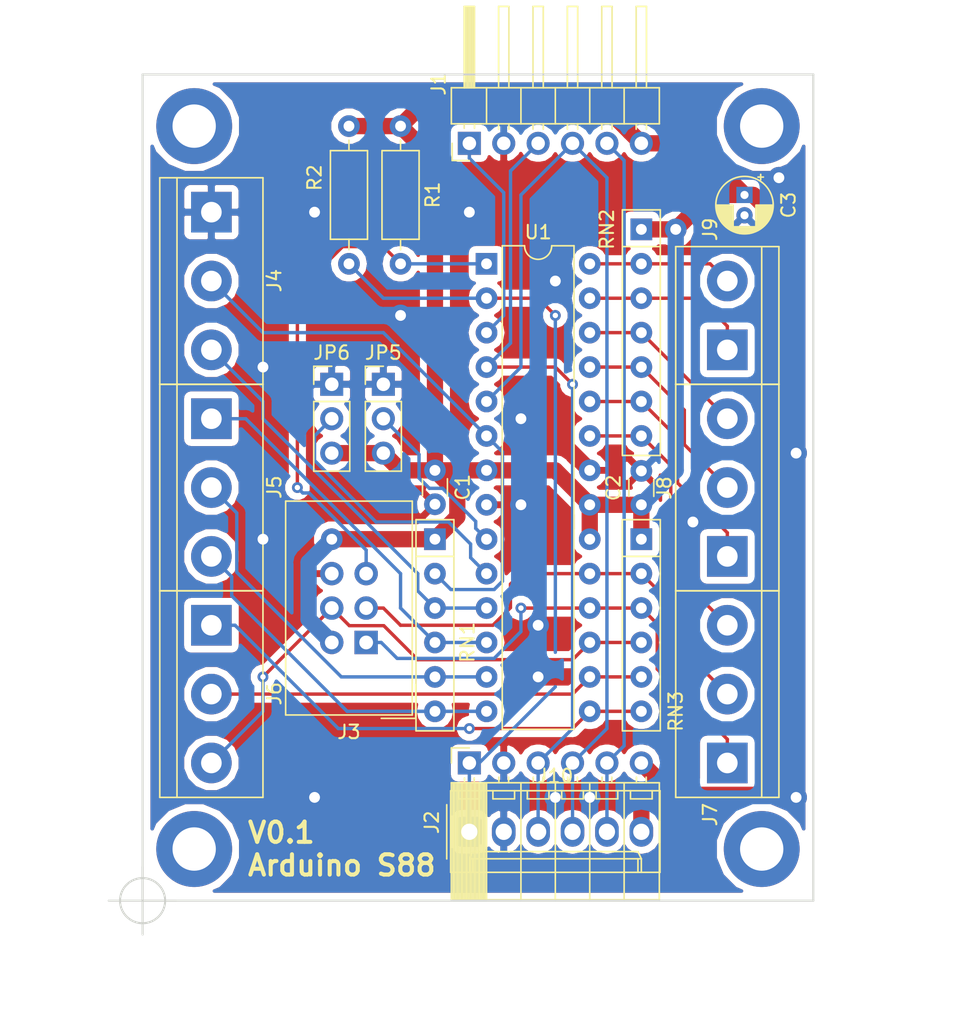
<source format=kicad_pcb>
(kicad_pcb (version 20171130) (host pcbnew "(5.0.2)-1")

  (general
    (thickness 1.6)
    (drawings 8)
    (tracks 232)
    (zones 0)
    (modules 25)
    (nets 27)
  )

  (page A4)
  (layers
    (0 F.Cu signal)
    (31 B.Cu signal)
    (32 B.Adhes user)
    (33 F.Adhes user)
    (34 B.Paste user)
    (35 F.Paste user)
    (36 B.SilkS user)
    (37 F.SilkS user)
    (38 B.Mask user)
    (39 F.Mask user)
    (40 Dwgs.User user)
    (41 Cmts.User user)
    (42 Eco1.User user)
    (43 Eco2.User user)
    (44 Edge.Cuts user)
    (45 Margin user)
    (46 B.CrtYd user)
    (47 F.CrtYd user)
    (48 B.Fab user)
    (49 F.Fab user)
  )

  (setup
    (last_trace_width 0.25)
    (trace_clearance 0.25)
    (zone_clearance 0.508)
    (zone_45_only no)
    (trace_min 0.25)
    (segment_width 0.2)
    (edge_width 0.15)
    (via_size 0.8)
    (via_drill 0.4)
    (via_min_size 0.4)
    (via_min_drill 0.3)
    (uvia_size 0.3)
    (uvia_drill 0.1)
    (uvias_allowed no)
    (uvia_min_size 0.2)
    (uvia_min_drill 0.1)
    (pcb_text_width 0.3)
    (pcb_text_size 1.5 1.5)
    (mod_edge_width 0.15)
    (mod_text_size 1 1)
    (mod_text_width 0.15)
    (pad_size 1.524 1.524)
    (pad_drill 0.762)
    (pad_to_mask_clearance 0.051)
    (solder_mask_min_width 0.25)
    (aux_axis_origin 0 0)
    (visible_elements 7FFFFFFF)
    (pcbplotparams
      (layerselection 0x010f0_ffffffff)
      (usegerberextensions false)
      (usegerberattributes false)
      (usegerberadvancedattributes false)
      (creategerberjobfile false)
      (excludeedgelayer true)
      (linewidth 0.100000)
      (plotframeref false)
      (viasonmask false)
      (mode 1)
      (useauxorigin false)
      (hpglpennumber 1)
      (hpglpenspeed 20)
      (hpglpendiameter 15.000000)
      (psnegative false)
      (psa4output false)
      (plotreference true)
      (plotvalue true)
      (plotinvisibletext false)
      (padsonsilk false)
      (subtractmaskfromsilk false)
      (outputformat 4)
      (mirror false)
      (drillshape 0)
      (scaleselection 1)
      (outputdirectory "s88-gerber/"))
  )

  (net 0 "")
  (net 1 VCC)
  (net 2 "Net-(J3-Pad5)")
  (net 3 GND)
  (net 4 /S88_Reset)
  (net 5 /S88_PS)
  (net 6 /S88_CLK)
  (net 7 /S88_DataOut)
  (net 8 /S88_DataIn)
  (net 9 /In8)
  (net 10 /In9)
  (net 11 /In7)
  (net 12 /In1)
  (net 13 /In0)
  (net 14 /In4)
  (net 15 /In3)
  (net 16 /In2)
  (net 17 /In6)
  (net 18 /In5)
  (net 19 /In10)
  (net 20 /In13)
  (net 21 /In12)
  (net 22 /In11)
  (net 23 /In15)
  (net 24 /In14)
  (net 25 /Cfg0)
  (net 26 /Cfg1)

  (net_class Default "Dies ist die voreingestellte Netzklasse."
    (clearance 0.25)
    (trace_width 0.25)
    (via_dia 0.8)
    (via_drill 0.4)
    (uvia_dia 0.3)
    (uvia_drill 0.1)
    (diff_pair_gap 0.25)
    (diff_pair_width 0.25)
    (add_net /Cfg0)
    (add_net /Cfg1)
    (add_net /In0)
    (add_net /In1)
    (add_net /In10)
    (add_net /In11)
    (add_net /In12)
    (add_net /In13)
    (add_net /In14)
    (add_net /In15)
    (add_net /In2)
    (add_net /In3)
    (add_net /In4)
    (add_net /In5)
    (add_net /In6)
    (add_net /In7)
    (add_net /In8)
    (add_net /In9)
    (add_net /S88_CLK)
    (add_net /S88_DataIn)
    (add_net /S88_DataOut)
    (add_net /S88_PS)
    (add_net /S88_Reset)
    (add_net "Net-(J3-Pad5)")
  )

  (net_class Power ""
    (clearance 0.25)
    (trace_width 1.2)
    (via_dia 1.6)
    (via_drill 0.8)
    (uvia_dia 0.3)
    (uvia_drill 0.1)
    (diff_pair_gap 0.25)
    (diff_pair_width 0.25)
    (add_net GND)
    (add_net VCC)
  )

  (module Connector_IDC:IDC-Header_2x03_P2.54mm_Vertical (layer F.Cu) (tedit 59DE0819) (tstamp 5C4F6A8A)
    (at 86.36 67.31 180)
    (descr "Through hole straight IDC box header, 2x03, 2.54mm pitch, double rows")
    (tags "Through hole IDC box header THT 2x03 2.54mm double row")
    (path /5C2B994A)
    (fp_text reference J3 (at 1.27 -6.604 180) (layer F.SilkS)
      (effects (font (size 1 1) (thickness 0.15)))
    )
    (fp_text value AVR-ISP-6 (at 1.27 11.684 180) (layer F.Fab)
      (effects (font (size 1 1) (thickness 0.15)))
    )
    (fp_text user %R (at 1.27 2.54 180) (layer F.Fab)
      (effects (font (size 1 1) (thickness 0.15)))
    )
    (fp_line (start 5.695 -5.1) (end 5.695 10.18) (layer F.Fab) (width 0.1))
    (fp_line (start 5.145 -4.56) (end 5.145 9.62) (layer F.Fab) (width 0.1))
    (fp_line (start -3.155 -5.1) (end -3.155 10.18) (layer F.Fab) (width 0.1))
    (fp_line (start -2.605 -4.56) (end -2.605 0.29) (layer F.Fab) (width 0.1))
    (fp_line (start -2.605 4.79) (end -2.605 9.62) (layer F.Fab) (width 0.1))
    (fp_line (start -2.605 0.29) (end -3.155 0.29) (layer F.Fab) (width 0.1))
    (fp_line (start -2.605 4.79) (end -3.155 4.79) (layer F.Fab) (width 0.1))
    (fp_line (start 5.695 -5.1) (end -3.155 -5.1) (layer F.Fab) (width 0.1))
    (fp_line (start 5.145 -4.56) (end -2.605 -4.56) (layer F.Fab) (width 0.1))
    (fp_line (start 5.695 10.18) (end -3.155 10.18) (layer F.Fab) (width 0.1))
    (fp_line (start 5.145 9.62) (end -2.605 9.62) (layer F.Fab) (width 0.1))
    (fp_line (start 5.695 -5.1) (end 5.145 -4.56) (layer F.Fab) (width 0.1))
    (fp_line (start 5.695 10.18) (end 5.145 9.62) (layer F.Fab) (width 0.1))
    (fp_line (start -3.155 -5.1) (end -2.605 -4.56) (layer F.Fab) (width 0.1))
    (fp_line (start -3.155 10.18) (end -2.605 9.62) (layer F.Fab) (width 0.1))
    (fp_line (start 5.95 -5.35) (end 5.95 10.43) (layer F.CrtYd) (width 0.05))
    (fp_line (start 5.95 10.43) (end -3.41 10.43) (layer F.CrtYd) (width 0.05))
    (fp_line (start -3.41 10.43) (end -3.41 -5.35) (layer F.CrtYd) (width 0.05))
    (fp_line (start -3.41 -5.35) (end 5.95 -5.35) (layer F.CrtYd) (width 0.05))
    (fp_line (start 5.945 -5.35) (end 5.945 10.43) (layer F.SilkS) (width 0.12))
    (fp_line (start 5.945 10.43) (end -3.405 10.43) (layer F.SilkS) (width 0.12))
    (fp_line (start -3.405 10.43) (end -3.405 -5.35) (layer F.SilkS) (width 0.12))
    (fp_line (start -3.405 -5.35) (end 5.945 -5.35) (layer F.SilkS) (width 0.12))
    (fp_line (start -3.655 -5.6) (end -3.655 -3.06) (layer F.SilkS) (width 0.12))
    (fp_line (start -3.655 -5.6) (end -1.115 -5.6) (layer F.SilkS) (width 0.12))
    (pad 1 thru_hole rect (at 0 0 180) (size 1.7272 1.7272) (drill 1.016) (layers *.Cu *.Mask)
      (net 9 /In8))
    (pad 2 thru_hole oval (at 2.54 0 180) (size 1.7272 1.7272) (drill 1.016) (layers *.Cu *.Mask)
      (net 1 VCC))
    (pad 3 thru_hole oval (at 0 2.54 180) (size 1.7272 1.7272) (drill 1.016) (layers *.Cu *.Mask)
      (net 10 /In9))
    (pad 4 thru_hole oval (at 2.54 2.54 180) (size 1.7272 1.7272) (drill 1.016) (layers *.Cu *.Mask)
      (net 11 /In7))
    (pad 5 thru_hole oval (at 0 5.08 180) (size 1.7272 1.7272) (drill 1.016) (layers *.Cu *.Mask)
      (net 2 "Net-(J3-Pad5)"))
    (pad 6 thru_hole oval (at 2.54 5.08 180) (size 1.7272 1.7272) (drill 1.016) (layers *.Cu *.Mask)
      (net 3 GND))
    (model ${KISYS3DMOD}/Connector_IDC.3dshapes/IDC-Header_2x03_P2.54mm_Vertical.wrl
      (at (xyz 0 0 0))
      (scale (xyz 1 1 1))
      (rotate (xyz 0 0 0))
    )
  )

  (module Package_DIP:DIP-28_W7.62mm (layer F.Cu) (tedit 5A02E8C5) (tstamp 5C4F6F79)
    (at 95.25 39.37)
    (descr "28-lead though-hole mounted DIP package, row spacing 7.62 mm (300 mils)")
    (tags "THT DIP DIL PDIP 2.54mm 7.62mm 300mil")
    (path /5C2931D1)
    (fp_text reference U1 (at 3.81 -2.33) (layer F.SilkS)
      (effects (font (size 1 1) (thickness 0.15)))
    )
    (fp_text value ATmega8-16PU (at 3.81 35.35) (layer F.Fab)
      (effects (font (size 1 1) (thickness 0.15)))
    )
    (fp_text user %R (at 3.81 16.51) (layer F.Fab)
      (effects (font (size 1 1) (thickness 0.15)))
    )
    (fp_line (start 8.7 -1.55) (end -1.1 -1.55) (layer F.CrtYd) (width 0.05))
    (fp_line (start 8.7 34.55) (end 8.7 -1.55) (layer F.CrtYd) (width 0.05))
    (fp_line (start -1.1 34.55) (end 8.7 34.55) (layer F.CrtYd) (width 0.05))
    (fp_line (start -1.1 -1.55) (end -1.1 34.55) (layer F.CrtYd) (width 0.05))
    (fp_line (start 6.46 -1.33) (end 4.81 -1.33) (layer F.SilkS) (width 0.12))
    (fp_line (start 6.46 34.35) (end 6.46 -1.33) (layer F.SilkS) (width 0.12))
    (fp_line (start 1.16 34.35) (end 6.46 34.35) (layer F.SilkS) (width 0.12))
    (fp_line (start 1.16 -1.33) (end 1.16 34.35) (layer F.SilkS) (width 0.12))
    (fp_line (start 2.81 -1.33) (end 1.16 -1.33) (layer F.SilkS) (width 0.12))
    (fp_line (start 0.635 -0.27) (end 1.635 -1.27) (layer F.Fab) (width 0.1))
    (fp_line (start 0.635 34.29) (end 0.635 -0.27) (layer F.Fab) (width 0.1))
    (fp_line (start 6.985 34.29) (end 0.635 34.29) (layer F.Fab) (width 0.1))
    (fp_line (start 6.985 -1.27) (end 6.985 34.29) (layer F.Fab) (width 0.1))
    (fp_line (start 1.635 -1.27) (end 6.985 -1.27) (layer F.Fab) (width 0.1))
    (fp_arc (start 3.81 -1.33) (end 2.81 -1.33) (angle -180) (layer F.SilkS) (width 0.12))
    (pad 28 thru_hole oval (at 7.62 0) (size 1.6 1.6) (drill 0.8) (layers *.Cu *.Mask)
      (net 23 /In15))
    (pad 14 thru_hole oval (at 0 33.02) (size 1.6 1.6) (drill 0.8) (layers *.Cu *.Mask)
      (net 14 /In4))
    (pad 27 thru_hole oval (at 7.62 2.54) (size 1.6 1.6) (drill 0.8) (layers *.Cu *.Mask)
      (net 24 /In14))
    (pad 13 thru_hole oval (at 0 30.48) (size 1.6 1.6) (drill 0.8) (layers *.Cu *.Mask)
      (net 15 /In3))
    (pad 26 thru_hole oval (at 7.62 5.08) (size 1.6 1.6) (drill 0.8) (layers *.Cu *.Mask)
      (net 20 /In13))
    (pad 12 thru_hole oval (at 0 27.94) (size 1.6 1.6) (drill 0.8) (layers *.Cu *.Mask)
      (net 16 /In2))
    (pad 25 thru_hole oval (at 7.62 7.62) (size 1.6 1.6) (drill 0.8) (layers *.Cu *.Mask)
      (net 21 /In12))
    (pad 11 thru_hole oval (at 0 25.4) (size 1.6 1.6) (drill 0.8) (layers *.Cu *.Mask)
      (net 12 /In1))
    (pad 24 thru_hole oval (at 7.62 10.16) (size 1.6 1.6) (drill 0.8) (layers *.Cu *.Mask)
      (net 22 /In11))
    (pad 10 thru_hole oval (at 0 22.86) (size 1.6 1.6) (drill 0.8) (layers *.Cu *.Mask)
      (net 26 /Cfg1))
    (pad 23 thru_hole oval (at 7.62 12.7) (size 1.6 1.6) (drill 0.8) (layers *.Cu *.Mask)
      (net 19 /In10))
    (pad 9 thru_hole oval (at 0 20.32) (size 1.6 1.6) (drill 0.8) (layers *.Cu *.Mask)
      (net 25 /Cfg0))
    (pad 22 thru_hole oval (at 7.62 15.24) (size 1.6 1.6) (drill 0.8) (layers *.Cu *.Mask)
      (net 3 GND))
    (pad 8 thru_hole oval (at 0 17.78) (size 1.6 1.6) (drill 0.8) (layers *.Cu *.Mask)
      (net 3 GND))
    (pad 21 thru_hole oval (at 7.62 17.78) (size 1.6 1.6) (drill 0.8) (layers *.Cu *.Mask)
      (net 1 VCC))
    (pad 7 thru_hole oval (at 0 15.24) (size 1.6 1.6) (drill 0.8) (layers *.Cu *.Mask)
      (net 1 VCC))
    (pad 20 thru_hole oval (at 7.62 20.32) (size 1.6 1.6) (drill 0.8) (layers *.Cu *.Mask)
      (net 1 VCC))
    (pad 6 thru_hole oval (at 0 12.7) (size 1.6 1.6) (drill 0.8) (layers *.Cu *.Mask)
      (net 13 /In0))
    (pad 19 thru_hole oval (at 7.62 22.86) (size 1.6 1.6) (drill 0.8) (layers *.Cu *.Mask)
      (net 10 /In9))
    (pad 5 thru_hole oval (at 0 10.16) (size 1.6 1.6) (drill 0.8) (layers *.Cu *.Mask)
      (net 5 /S88_PS))
    (pad 18 thru_hole oval (at 7.62 25.4) (size 1.6 1.6) (drill 0.8) (layers *.Cu *.Mask)
      (net 9 /In8))
    (pad 4 thru_hole oval (at 0 7.62) (size 1.6 1.6) (drill 0.8) (layers *.Cu *.Mask)
      (net 6 /S88_CLK))
    (pad 17 thru_hole oval (at 7.62 27.94) (size 1.6 1.6) (drill 0.8) (layers *.Cu *.Mask)
      (net 11 /In7))
    (pad 3 thru_hole oval (at 0 5.08) (size 1.6 1.6) (drill 0.8) (layers *.Cu *.Mask)
      (net 7 /S88_DataOut))
    (pad 16 thru_hole oval (at 7.62 30.48) (size 1.6 1.6) (drill 0.8) (layers *.Cu *.Mask)
      (net 17 /In6))
    (pad 2 thru_hole oval (at 0 2.54) (size 1.6 1.6) (drill 0.8) (layers *.Cu *.Mask)
      (net 8 /S88_DataIn))
    (pad 15 thru_hole oval (at 7.62 33.02) (size 1.6 1.6) (drill 0.8) (layers *.Cu *.Mask)
      (net 18 /In5))
    (pad 1 thru_hole rect (at 0 0) (size 1.6 1.6) (drill 0.8) (layers *.Cu *.Mask)
      (net 2 "Net-(J3-Pad5)"))
    (model ${KISYS3DMOD}/Package_DIP.3dshapes/DIP-28_W7.62mm.wrl
      (at (xyz 0 0 0))
      (scale (xyz 1 1 1))
      (rotate (xyz 0 0 0))
    )
  )

  (module Connector_PinSocket_2.54mm:PinSocket_1x06_P2.54mm_Horizontal (layer F.Cu) (tedit 5A19A42D) (tstamp 5C4F718D)
    (at 93.98 76.2 90)
    (descr "Through hole angled socket strip, 1x06, 2.54mm pitch, 8.51mm socket length, single row (from Kicad 4.0.7), script generated")
    (tags "Through hole angled socket strip THT 1x06 2.54mm single row")
    (path /5C2B99C4)
    (fp_text reference J2 (at -4.38 -2.77 90) (layer F.SilkS)
      (effects (font (size 1 1) (thickness 0.15)))
    )
    (fp_text value "S88 Input" (at -4.38 15.47 90) (layer F.Fab)
      (effects (font (size 1 1) (thickness 0.15)))
    )
    (fp_text user %R (at -5.775 6.35 180) (layer F.Fab)
      (effects (font (size 1 1) (thickness 0.15)))
    )
    (fp_line (start 1.75 14.45) (end 1.75 -1.8) (layer F.CrtYd) (width 0.05))
    (fp_line (start -10.55 14.45) (end 1.75 14.45) (layer F.CrtYd) (width 0.05))
    (fp_line (start -10.55 -1.8) (end -10.55 14.45) (layer F.CrtYd) (width 0.05))
    (fp_line (start 1.75 -1.8) (end -10.55 -1.8) (layer F.CrtYd) (width 0.05))
    (fp_line (start 0 -1.33) (end 1.11 -1.33) (layer F.SilkS) (width 0.12))
    (fp_line (start 1.11 -1.33) (end 1.11 0) (layer F.SilkS) (width 0.12))
    (fp_line (start -10.09 -1.33) (end -10.09 14.03) (layer F.SilkS) (width 0.12))
    (fp_line (start -10.09 14.03) (end -1.46 14.03) (layer F.SilkS) (width 0.12))
    (fp_line (start -1.46 -1.33) (end -1.46 14.03) (layer F.SilkS) (width 0.12))
    (fp_line (start -10.09 -1.33) (end -1.46 -1.33) (layer F.SilkS) (width 0.12))
    (fp_line (start -10.09 11.43) (end -1.46 11.43) (layer F.SilkS) (width 0.12))
    (fp_line (start -10.09 8.89) (end -1.46 8.89) (layer F.SilkS) (width 0.12))
    (fp_line (start -10.09 6.35) (end -1.46 6.35) (layer F.SilkS) (width 0.12))
    (fp_line (start -10.09 3.81) (end -1.46 3.81) (layer F.SilkS) (width 0.12))
    (fp_line (start -10.09 1.27) (end -1.46 1.27) (layer F.SilkS) (width 0.12))
    (fp_line (start -1.46 13.06) (end -1.05 13.06) (layer F.SilkS) (width 0.12))
    (fp_line (start -1.46 12.34) (end -1.05 12.34) (layer F.SilkS) (width 0.12))
    (fp_line (start -1.46 10.52) (end -1.05 10.52) (layer F.SilkS) (width 0.12))
    (fp_line (start -1.46 9.8) (end -1.05 9.8) (layer F.SilkS) (width 0.12))
    (fp_line (start -1.46 7.98) (end -1.05 7.98) (layer F.SilkS) (width 0.12))
    (fp_line (start -1.46 7.26) (end -1.05 7.26) (layer F.SilkS) (width 0.12))
    (fp_line (start -1.46 5.44) (end -1.05 5.44) (layer F.SilkS) (width 0.12))
    (fp_line (start -1.46 4.72) (end -1.05 4.72) (layer F.SilkS) (width 0.12))
    (fp_line (start -1.46 2.9) (end -1.05 2.9) (layer F.SilkS) (width 0.12))
    (fp_line (start -1.46 2.18) (end -1.05 2.18) (layer F.SilkS) (width 0.12))
    (fp_line (start -1.46 0.36) (end -1.11 0.36) (layer F.SilkS) (width 0.12))
    (fp_line (start -1.46 -0.36) (end -1.11 -0.36) (layer F.SilkS) (width 0.12))
    (fp_line (start -10.09 1.1519) (end -1.46 1.1519) (layer F.SilkS) (width 0.12))
    (fp_line (start -10.09 1.033805) (end -1.46 1.033805) (layer F.SilkS) (width 0.12))
    (fp_line (start -10.09 0.91571) (end -1.46 0.91571) (layer F.SilkS) (width 0.12))
    (fp_line (start -10.09 0.797615) (end -1.46 0.797615) (layer F.SilkS) (width 0.12))
    (fp_line (start -10.09 0.67952) (end -1.46 0.67952) (layer F.SilkS) (width 0.12))
    (fp_line (start -10.09 0.561425) (end -1.46 0.561425) (layer F.SilkS) (width 0.12))
    (fp_line (start -10.09 0.44333) (end -1.46 0.44333) (layer F.SilkS) (width 0.12))
    (fp_line (start -10.09 0.325235) (end -1.46 0.325235) (layer F.SilkS) (width 0.12))
    (fp_line (start -10.09 0.20714) (end -1.46 0.20714) (layer F.SilkS) (width 0.12))
    (fp_line (start -10.09 0.089045) (end -1.46 0.089045) (layer F.SilkS) (width 0.12))
    (fp_line (start -10.09 -0.02905) (end -1.46 -0.02905) (layer F.SilkS) (width 0.12))
    (fp_line (start -10.09 -0.147145) (end -1.46 -0.147145) (layer F.SilkS) (width 0.12))
    (fp_line (start -10.09 -0.26524) (end -1.46 -0.26524) (layer F.SilkS) (width 0.12))
    (fp_line (start -10.09 -0.383335) (end -1.46 -0.383335) (layer F.SilkS) (width 0.12))
    (fp_line (start -10.09 -0.50143) (end -1.46 -0.50143) (layer F.SilkS) (width 0.12))
    (fp_line (start -10.09 -0.619525) (end -1.46 -0.619525) (layer F.SilkS) (width 0.12))
    (fp_line (start -10.09 -0.73762) (end -1.46 -0.73762) (layer F.SilkS) (width 0.12))
    (fp_line (start -10.09 -0.855715) (end -1.46 -0.855715) (layer F.SilkS) (width 0.12))
    (fp_line (start -10.09 -0.97381) (end -1.46 -0.97381) (layer F.SilkS) (width 0.12))
    (fp_line (start -10.09 -1.091905) (end -1.46 -1.091905) (layer F.SilkS) (width 0.12))
    (fp_line (start -10.09 -1.21) (end -1.46 -1.21) (layer F.SilkS) (width 0.12))
    (fp_line (start 0 13) (end 0 12.4) (layer F.Fab) (width 0.1))
    (fp_line (start -1.52 13) (end 0 13) (layer F.Fab) (width 0.1))
    (fp_line (start 0 12.4) (end -1.52 12.4) (layer F.Fab) (width 0.1))
    (fp_line (start 0 10.46) (end 0 9.86) (layer F.Fab) (width 0.1))
    (fp_line (start -1.52 10.46) (end 0 10.46) (layer F.Fab) (width 0.1))
    (fp_line (start 0 9.86) (end -1.52 9.86) (layer F.Fab) (width 0.1))
    (fp_line (start 0 7.92) (end 0 7.32) (layer F.Fab) (width 0.1))
    (fp_line (start -1.52 7.92) (end 0 7.92) (layer F.Fab) (width 0.1))
    (fp_line (start 0 7.32) (end -1.52 7.32) (layer F.Fab) (width 0.1))
    (fp_line (start 0 5.38) (end 0 4.78) (layer F.Fab) (width 0.1))
    (fp_line (start -1.52 5.38) (end 0 5.38) (layer F.Fab) (width 0.1))
    (fp_line (start 0 4.78) (end -1.52 4.78) (layer F.Fab) (width 0.1))
    (fp_line (start 0 2.84) (end 0 2.24) (layer F.Fab) (width 0.1))
    (fp_line (start -1.52 2.84) (end 0 2.84) (layer F.Fab) (width 0.1))
    (fp_line (start 0 2.24) (end -1.52 2.24) (layer F.Fab) (width 0.1))
    (fp_line (start 0 0.3) (end 0 -0.3) (layer F.Fab) (width 0.1))
    (fp_line (start -1.52 0.3) (end 0 0.3) (layer F.Fab) (width 0.1))
    (fp_line (start 0 -0.3) (end -1.52 -0.3) (layer F.Fab) (width 0.1))
    (fp_line (start -10.03 13.97) (end -10.03 -1.27) (layer F.Fab) (width 0.1))
    (fp_line (start -1.52 13.97) (end -10.03 13.97) (layer F.Fab) (width 0.1))
    (fp_line (start -1.52 -0.3) (end -1.52 13.97) (layer F.Fab) (width 0.1))
    (fp_line (start -2.49 -1.27) (end -1.52 -0.3) (layer F.Fab) (width 0.1))
    (fp_line (start -10.03 -1.27) (end -2.49 -1.27) (layer F.Fab) (width 0.1))
    (pad 6 thru_hole oval (at 0 12.7 90) (size 1.7 1.7) (drill 1) (layers *.Cu *.Mask)
      (net 1 VCC))
    (pad 5 thru_hole oval (at 0 10.16 90) (size 1.7 1.7) (drill 1) (layers *.Cu *.Mask)
      (net 4 /S88_Reset))
    (pad 4 thru_hole oval (at 0 7.62 90) (size 1.7 1.7) (drill 1) (layers *.Cu *.Mask)
      (net 5 /S88_PS))
    (pad 3 thru_hole oval (at 0 5.08 90) (size 1.7 1.7) (drill 1) (layers *.Cu *.Mask)
      (net 6 /S88_CLK))
    (pad 2 thru_hole oval (at 0 2.54 90) (size 1.7 1.7) (drill 1) (layers *.Cu *.Mask)
      (net 3 GND))
    (pad 1 thru_hole rect (at 0 0 90) (size 1.7 1.7) (drill 1) (layers *.Cu *.Mask)
      (net 8 /S88_DataIn))
    (model ${KISYS3DMOD}/Connector_PinSocket_2.54mm.3dshapes/PinSocket_1x06_P2.54mm_Horizontal.wrl
      (at (xyz 0 0 0))
      (scale (xyz 1 1 1))
      (rotate (xyz 0 0 0))
    )
  )

  (module Connector_PinHeader_2.54mm:PinHeader_1x06_P2.54mm_Horizontal (layer F.Cu) (tedit 59FED5CB) (tstamp 5C4F703A)
    (at 93.98 30.48 90)
    (descr "Through hole angled pin header, 1x06, 2.54mm pitch, 6mm pin length, single row")
    (tags "Through hole angled pin header THT 1x06 2.54mm single row")
    (path /5C2E8645)
    (fp_text reference J1 (at 4.385 -2.27 90) (layer F.SilkS)
      (effects (font (size 1 1) (thickness 0.15)))
    )
    (fp_text value "S88 Output" (at 4.385 14.97 90) (layer F.Fab)
      (effects (font (size 1 1) (thickness 0.15)))
    )
    (fp_text user %R (at 2.77 6.35 180) (layer F.Fab)
      (effects (font (size 1 1) (thickness 0.15)))
    )
    (fp_line (start 10.55 -1.8) (end -1.8 -1.8) (layer F.CrtYd) (width 0.05))
    (fp_line (start 10.55 14.5) (end 10.55 -1.8) (layer F.CrtYd) (width 0.05))
    (fp_line (start -1.8 14.5) (end 10.55 14.5) (layer F.CrtYd) (width 0.05))
    (fp_line (start -1.8 -1.8) (end -1.8 14.5) (layer F.CrtYd) (width 0.05))
    (fp_line (start -1.27 -1.27) (end 0 -1.27) (layer F.SilkS) (width 0.12))
    (fp_line (start -1.27 0) (end -1.27 -1.27) (layer F.SilkS) (width 0.12))
    (fp_line (start 1.042929 13.08) (end 1.44 13.08) (layer F.SilkS) (width 0.12))
    (fp_line (start 1.042929 12.32) (end 1.44 12.32) (layer F.SilkS) (width 0.12))
    (fp_line (start 10.1 13.08) (end 4.1 13.08) (layer F.SilkS) (width 0.12))
    (fp_line (start 10.1 12.32) (end 10.1 13.08) (layer F.SilkS) (width 0.12))
    (fp_line (start 4.1 12.32) (end 10.1 12.32) (layer F.SilkS) (width 0.12))
    (fp_line (start 1.44 11.43) (end 4.1 11.43) (layer F.SilkS) (width 0.12))
    (fp_line (start 1.042929 10.54) (end 1.44 10.54) (layer F.SilkS) (width 0.12))
    (fp_line (start 1.042929 9.78) (end 1.44 9.78) (layer F.SilkS) (width 0.12))
    (fp_line (start 10.1 10.54) (end 4.1 10.54) (layer F.SilkS) (width 0.12))
    (fp_line (start 10.1 9.78) (end 10.1 10.54) (layer F.SilkS) (width 0.12))
    (fp_line (start 4.1 9.78) (end 10.1 9.78) (layer F.SilkS) (width 0.12))
    (fp_line (start 1.44 8.89) (end 4.1 8.89) (layer F.SilkS) (width 0.12))
    (fp_line (start 1.042929 8) (end 1.44 8) (layer F.SilkS) (width 0.12))
    (fp_line (start 1.042929 7.24) (end 1.44 7.24) (layer F.SilkS) (width 0.12))
    (fp_line (start 10.1 8) (end 4.1 8) (layer F.SilkS) (width 0.12))
    (fp_line (start 10.1 7.24) (end 10.1 8) (layer F.SilkS) (width 0.12))
    (fp_line (start 4.1 7.24) (end 10.1 7.24) (layer F.SilkS) (width 0.12))
    (fp_line (start 1.44 6.35) (end 4.1 6.35) (layer F.SilkS) (width 0.12))
    (fp_line (start 1.042929 5.46) (end 1.44 5.46) (layer F.SilkS) (width 0.12))
    (fp_line (start 1.042929 4.7) (end 1.44 4.7) (layer F.SilkS) (width 0.12))
    (fp_line (start 10.1 5.46) (end 4.1 5.46) (layer F.SilkS) (width 0.12))
    (fp_line (start 10.1 4.7) (end 10.1 5.46) (layer F.SilkS) (width 0.12))
    (fp_line (start 4.1 4.7) (end 10.1 4.7) (layer F.SilkS) (width 0.12))
    (fp_line (start 1.44 3.81) (end 4.1 3.81) (layer F.SilkS) (width 0.12))
    (fp_line (start 1.042929 2.92) (end 1.44 2.92) (layer F.SilkS) (width 0.12))
    (fp_line (start 1.042929 2.16) (end 1.44 2.16) (layer F.SilkS) (width 0.12))
    (fp_line (start 10.1 2.92) (end 4.1 2.92) (layer F.SilkS) (width 0.12))
    (fp_line (start 10.1 2.16) (end 10.1 2.92) (layer F.SilkS) (width 0.12))
    (fp_line (start 4.1 2.16) (end 10.1 2.16) (layer F.SilkS) (width 0.12))
    (fp_line (start 1.44 1.27) (end 4.1 1.27) (layer F.SilkS) (width 0.12))
    (fp_line (start 1.11 0.38) (end 1.44 0.38) (layer F.SilkS) (width 0.12))
    (fp_line (start 1.11 -0.38) (end 1.44 -0.38) (layer F.SilkS) (width 0.12))
    (fp_line (start 4.1 0.28) (end 10.1 0.28) (layer F.SilkS) (width 0.12))
    (fp_line (start 4.1 0.16) (end 10.1 0.16) (layer F.SilkS) (width 0.12))
    (fp_line (start 4.1 0.04) (end 10.1 0.04) (layer F.SilkS) (width 0.12))
    (fp_line (start 4.1 -0.08) (end 10.1 -0.08) (layer F.SilkS) (width 0.12))
    (fp_line (start 4.1 -0.2) (end 10.1 -0.2) (layer F.SilkS) (width 0.12))
    (fp_line (start 4.1 -0.32) (end 10.1 -0.32) (layer F.SilkS) (width 0.12))
    (fp_line (start 10.1 0.38) (end 4.1 0.38) (layer F.SilkS) (width 0.12))
    (fp_line (start 10.1 -0.38) (end 10.1 0.38) (layer F.SilkS) (width 0.12))
    (fp_line (start 4.1 -0.38) (end 10.1 -0.38) (layer F.SilkS) (width 0.12))
    (fp_line (start 4.1 -1.33) (end 1.44 -1.33) (layer F.SilkS) (width 0.12))
    (fp_line (start 4.1 14.03) (end 4.1 -1.33) (layer F.SilkS) (width 0.12))
    (fp_line (start 1.44 14.03) (end 4.1 14.03) (layer F.SilkS) (width 0.12))
    (fp_line (start 1.44 -1.33) (end 1.44 14.03) (layer F.SilkS) (width 0.12))
    (fp_line (start 4.04 13.02) (end 10.04 13.02) (layer F.Fab) (width 0.1))
    (fp_line (start 10.04 12.38) (end 10.04 13.02) (layer F.Fab) (width 0.1))
    (fp_line (start 4.04 12.38) (end 10.04 12.38) (layer F.Fab) (width 0.1))
    (fp_line (start -0.32 13.02) (end 1.5 13.02) (layer F.Fab) (width 0.1))
    (fp_line (start -0.32 12.38) (end -0.32 13.02) (layer F.Fab) (width 0.1))
    (fp_line (start -0.32 12.38) (end 1.5 12.38) (layer F.Fab) (width 0.1))
    (fp_line (start 4.04 10.48) (end 10.04 10.48) (layer F.Fab) (width 0.1))
    (fp_line (start 10.04 9.84) (end 10.04 10.48) (layer F.Fab) (width 0.1))
    (fp_line (start 4.04 9.84) (end 10.04 9.84) (layer F.Fab) (width 0.1))
    (fp_line (start -0.32 10.48) (end 1.5 10.48) (layer F.Fab) (width 0.1))
    (fp_line (start -0.32 9.84) (end -0.32 10.48) (layer F.Fab) (width 0.1))
    (fp_line (start -0.32 9.84) (end 1.5 9.84) (layer F.Fab) (width 0.1))
    (fp_line (start 4.04 7.94) (end 10.04 7.94) (layer F.Fab) (width 0.1))
    (fp_line (start 10.04 7.3) (end 10.04 7.94) (layer F.Fab) (width 0.1))
    (fp_line (start 4.04 7.3) (end 10.04 7.3) (layer F.Fab) (width 0.1))
    (fp_line (start -0.32 7.94) (end 1.5 7.94) (layer F.Fab) (width 0.1))
    (fp_line (start -0.32 7.3) (end -0.32 7.94) (layer F.Fab) (width 0.1))
    (fp_line (start -0.32 7.3) (end 1.5 7.3) (layer F.Fab) (width 0.1))
    (fp_line (start 4.04 5.4) (end 10.04 5.4) (layer F.Fab) (width 0.1))
    (fp_line (start 10.04 4.76) (end 10.04 5.4) (layer F.Fab) (width 0.1))
    (fp_line (start 4.04 4.76) (end 10.04 4.76) (layer F.Fab) (width 0.1))
    (fp_line (start -0.32 5.4) (end 1.5 5.4) (layer F.Fab) (width 0.1))
    (fp_line (start -0.32 4.76) (end -0.32 5.4) (layer F.Fab) (width 0.1))
    (fp_line (start -0.32 4.76) (end 1.5 4.76) (layer F.Fab) (width 0.1))
    (fp_line (start 4.04 2.86) (end 10.04 2.86) (layer F.Fab) (width 0.1))
    (fp_line (start 10.04 2.22) (end 10.04 2.86) (layer F.Fab) (width 0.1))
    (fp_line (start 4.04 2.22) (end 10.04 2.22) (layer F.Fab) (width 0.1))
    (fp_line (start -0.32 2.86) (end 1.5 2.86) (layer F.Fab) (width 0.1))
    (fp_line (start -0.32 2.22) (end -0.32 2.86) (layer F.Fab) (width 0.1))
    (fp_line (start -0.32 2.22) (end 1.5 2.22) (layer F.Fab) (width 0.1))
    (fp_line (start 4.04 0.32) (end 10.04 0.32) (layer F.Fab) (width 0.1))
    (fp_line (start 10.04 -0.32) (end 10.04 0.32) (layer F.Fab) (width 0.1))
    (fp_line (start 4.04 -0.32) (end 10.04 -0.32) (layer F.Fab) (width 0.1))
    (fp_line (start -0.32 0.32) (end 1.5 0.32) (layer F.Fab) (width 0.1))
    (fp_line (start -0.32 -0.32) (end -0.32 0.32) (layer F.Fab) (width 0.1))
    (fp_line (start -0.32 -0.32) (end 1.5 -0.32) (layer F.Fab) (width 0.1))
    (fp_line (start 1.5 -0.635) (end 2.135 -1.27) (layer F.Fab) (width 0.1))
    (fp_line (start 1.5 13.97) (end 1.5 -0.635) (layer F.Fab) (width 0.1))
    (fp_line (start 4.04 13.97) (end 1.5 13.97) (layer F.Fab) (width 0.1))
    (fp_line (start 4.04 -1.27) (end 4.04 13.97) (layer F.Fab) (width 0.1))
    (fp_line (start 2.135 -1.27) (end 4.04 -1.27) (layer F.Fab) (width 0.1))
    (pad 6 thru_hole oval (at 0 12.7 90) (size 1.7 1.7) (drill 1) (layers *.Cu *.Mask)
      (net 1 VCC))
    (pad 5 thru_hole oval (at 0 10.16 90) (size 1.7 1.7) (drill 1) (layers *.Cu *.Mask)
      (net 4 /S88_Reset))
    (pad 4 thru_hole oval (at 0 7.62 90) (size 1.7 1.7) (drill 1) (layers *.Cu *.Mask)
      (net 5 /S88_PS))
    (pad 3 thru_hole oval (at 0 5.08 90) (size 1.7 1.7) (drill 1) (layers *.Cu *.Mask)
      (net 6 /S88_CLK))
    (pad 2 thru_hole oval (at 0 2.54 90) (size 1.7 1.7) (drill 1) (layers *.Cu *.Mask)
      (net 3 GND))
    (pad 1 thru_hole rect (at 0 0 90) (size 1.7 1.7) (drill 1) (layers *.Cu *.Mask)
      (net 7 /S88_DataOut))
    (model ${KISYS3DMOD}/Connector_PinHeader_2.54mm.3dshapes/PinHeader_1x06_P2.54mm_Horizontal.wrl
      (at (xyz 0 0 0))
      (scale (xyz 1 1 1))
      (rotate (xyz 0 0 0))
    )
  )

  (module MountingHole:MountingHole_3.2mm_M3_DIN965_Pad (layer F.Cu) (tedit 5C2BD467) (tstamp 5C432AB5)
    (at 115.57 82.55)
    (descr "Mounting Hole 3.2mm, M3, DIN965")
    (tags "mounting hole 3.2mm m3 din965")
    (attr virtual)
    (fp_text reference REF** (at 0 -3.8) (layer F.SilkS) hide
      (effects (font (size 1 1) (thickness 0.15)))
    )
    (fp_text value MountingHole_3.2mm_M3_DIN965_Pad (at 0 3.8) (layer F.Fab)
      (effects (font (size 1 1) (thickness 0.15)))
    )
    (fp_text user %R (at 0.3 0) (layer F.Fab)
      (effects (font (size 1 1) (thickness 0.15)))
    )
    (fp_circle (center 0 0) (end 2.8 0) (layer Cmts.User) (width 0.15))
    (fp_circle (center 0 0) (end 3.05 0) (layer F.CrtYd) (width 0.05))
    (pad 1 thru_hole circle (at 0 0) (size 5.6 5.6) (drill 3.2) (layers *.Cu *.Mask))
  )

  (module MountingHole:MountingHole_3.2mm_M3_DIN965_Pad (layer F.Cu) (tedit 5C2BD46C) (tstamp 5C432AA7)
    (at 73.66 82.55)
    (descr "Mounting Hole 3.2mm, M3, DIN965")
    (tags "mounting hole 3.2mm m3 din965")
    (attr virtual)
    (fp_text reference REF** (at 0 -3.8) (layer F.SilkS) hide
      (effects (font (size 1 1) (thickness 0.15)))
    )
    (fp_text value MountingHole_3.2mm_M3_DIN965_Pad (at 0 3.8) (layer F.Fab)
      (effects (font (size 1 1) (thickness 0.15)))
    )
    (fp_circle (center 0 0) (end 3.05 0) (layer F.CrtYd) (width 0.05))
    (fp_circle (center 0 0) (end 2.8 0) (layer Cmts.User) (width 0.15))
    (fp_text user %R (at 0.3 0) (layer F.Fab)
      (effects (font (size 1 1) (thickness 0.15)))
    )
    (pad 1 thru_hole circle (at 0 0) (size 5.6 5.6) (drill 3.2) (layers *.Cu *.Mask))
  )

  (module MountingHole:MountingHole_3.2mm_M3_DIN965_Pad (layer F.Cu) (tedit 5C2BD430) (tstamp 5C432A98)
    (at 73.66 29.21)
    (descr "Mounting Hole 3.2mm, M3, DIN965")
    (tags "mounting hole 3.2mm m3 din965")
    (attr virtual)
    (fp_text reference REF** (at 0 -3.8) (layer F.SilkS) hide
      (effects (font (size 1 1) (thickness 0.15)))
    )
    (fp_text value MountingHole_3.2mm_M3_DIN965_Pad (at 0 3.8) (layer F.Fab)
      (effects (font (size 1 1) (thickness 0.15)))
    )
    (fp_text user %R (at 0.3 0) (layer F.Fab)
      (effects (font (size 1 1) (thickness 0.15)))
    )
    (fp_circle (center 0 0) (end 2.8 0) (layer Cmts.User) (width 0.15))
    (fp_circle (center 0 0) (end 3.05 0) (layer F.CrtYd) (width 0.05))
    (pad 1 thru_hole circle (at 0 0) (size 5.6 5.6) (drill 3.2) (layers *.Cu *.Mask))
  )

  (module Resistor_THT:R_Array_SIP7 (layer F.Cu) (tedit 5A14249F) (tstamp 5C4F6E94)
    (at 106.68 36.83 270)
    (descr "7-pin Resistor SIP pack")
    (tags R)
    (path /5C2936F6)
    (fp_text reference RN2 (at 0 2.54 270) (layer F.SilkS)
      (effects (font (size 1 1) (thickness 0.15)))
    )
    (fp_text value 47k (at 8.89 2.4 270) (layer F.Fab)
      (effects (font (size 1 1) (thickness 0.15)))
    )
    (fp_line (start 16.95 -1.65) (end -1.7 -1.65) (layer F.CrtYd) (width 0.05))
    (fp_line (start 16.95 1.65) (end 16.95 -1.65) (layer F.CrtYd) (width 0.05))
    (fp_line (start -1.7 1.65) (end 16.95 1.65) (layer F.CrtYd) (width 0.05))
    (fp_line (start -1.7 -1.65) (end -1.7 1.65) (layer F.CrtYd) (width 0.05))
    (fp_line (start 1.27 -1.4) (end 1.27 1.4) (layer F.SilkS) (width 0.12))
    (fp_line (start 16.68 -1.4) (end -1.44 -1.4) (layer F.SilkS) (width 0.12))
    (fp_line (start 16.68 1.4) (end 16.68 -1.4) (layer F.SilkS) (width 0.12))
    (fp_line (start -1.44 1.4) (end 16.68 1.4) (layer F.SilkS) (width 0.12))
    (fp_line (start -1.44 -1.4) (end -1.44 1.4) (layer F.SilkS) (width 0.12))
    (fp_line (start 1.27 -1.25) (end 1.27 1.25) (layer F.Fab) (width 0.1))
    (fp_line (start 16.53 -1.25) (end -1.29 -1.25) (layer F.Fab) (width 0.1))
    (fp_line (start 16.53 1.25) (end 16.53 -1.25) (layer F.Fab) (width 0.1))
    (fp_line (start -1.29 1.25) (end 16.53 1.25) (layer F.Fab) (width 0.1))
    (fp_line (start -1.29 -1.25) (end -1.29 1.25) (layer F.Fab) (width 0.1))
    (fp_text user %R (at 7.62 0 270) (layer F.Fab)
      (effects (font (size 1 1) (thickness 0.15)))
    )
    (pad 7 thru_hole oval (at 15.24 0 270) (size 1.6 1.6) (drill 0.8) (layers *.Cu *.Mask)
      (net 19 /In10))
    (pad 6 thru_hole oval (at 12.7 0 270) (size 1.6 1.6) (drill 0.8) (layers *.Cu *.Mask)
      (net 22 /In11))
    (pad 5 thru_hole oval (at 10.16 0 270) (size 1.6 1.6) (drill 0.8) (layers *.Cu *.Mask)
      (net 21 /In12))
    (pad 4 thru_hole oval (at 7.62 0 270) (size 1.6 1.6) (drill 0.8) (layers *.Cu *.Mask)
      (net 20 /In13))
    (pad 3 thru_hole oval (at 5.08 0 270) (size 1.6 1.6) (drill 0.8) (layers *.Cu *.Mask)
      (net 24 /In14))
    (pad 2 thru_hole oval (at 2.54 0 270) (size 1.6 1.6) (drill 0.8) (layers *.Cu *.Mask)
      (net 23 /In15))
    (pad 1 thru_hole rect (at 0 0 270) (size 1.6 1.6) (drill 0.8) (layers *.Cu *.Mask)
      (net 1 VCC))
    (model ${KISYS3DMOD}/Resistor_THT.3dshapes/R_Array_SIP7.wrl
      (at (xyz 0 0 0))
      (scale (xyz 1 1 1))
      (rotate (xyz 0 0 0))
    )
  )

  (module Capacitor_THT:C_Disc_D3.0mm_W1.6mm_P2.50mm (layer F.Cu) (tedit 5AE50EF0) (tstamp 5C4F6FE7)
    (at 91.44 54.61 270)
    (descr "C, Disc series, Radial, pin pitch=2.50mm, , diameter*width=3.0*1.6mm^2, Capacitor, http://www.vishay.com/docs/45233/krseries.pdf")
    (tags "C Disc series Radial pin pitch 2.50mm  diameter 3.0mm width 1.6mm Capacitor")
    (path /5C293475)
    (fp_text reference C1 (at 1.25 -2.05 270) (layer F.SilkS)
      (effects (font (size 1 1) (thickness 0.15)))
    )
    (fp_text value 100N (at 1.25 2.05 270) (layer F.Fab)
      (effects (font (size 1 1) (thickness 0.15)))
    )
    (fp_text user %R (at 1.25 0 270) (layer F.Fab)
      (effects (font (size 0.6 0.6) (thickness 0.09)))
    )
    (fp_line (start 3.55 -1.05) (end -1.05 -1.05) (layer F.CrtYd) (width 0.05))
    (fp_line (start 3.55 1.05) (end 3.55 -1.05) (layer F.CrtYd) (width 0.05))
    (fp_line (start -1.05 1.05) (end 3.55 1.05) (layer F.CrtYd) (width 0.05))
    (fp_line (start -1.05 -1.05) (end -1.05 1.05) (layer F.CrtYd) (width 0.05))
    (fp_line (start 0.621 0.92) (end 1.879 0.92) (layer F.SilkS) (width 0.12))
    (fp_line (start 0.621 -0.92) (end 1.879 -0.92) (layer F.SilkS) (width 0.12))
    (fp_line (start 2.75 -0.8) (end -0.25 -0.8) (layer F.Fab) (width 0.1))
    (fp_line (start 2.75 0.8) (end 2.75 -0.8) (layer F.Fab) (width 0.1))
    (fp_line (start -0.25 0.8) (end 2.75 0.8) (layer F.Fab) (width 0.1))
    (fp_line (start -0.25 -0.8) (end -0.25 0.8) (layer F.Fab) (width 0.1))
    (pad 2 thru_hole circle (at 2.5 0 270) (size 1.6 1.6) (drill 0.8) (layers *.Cu *.Mask)
      (net 3 GND))
    (pad 1 thru_hole circle (at 0 0 270) (size 1.6 1.6) (drill 0.8) (layers *.Cu *.Mask)
      (net 1 VCC))
    (model ${KISYS3DMOD}/Capacitor_THT.3dshapes/C_Disc_D3.0mm_W1.6mm_P2.50mm.wrl
      (at (xyz 0 0 0))
      (scale (xyz 1 1 1))
      (rotate (xyz 0 0 0))
    )
  )

  (module Capacitor_THT:C_Disc_D3.0mm_W1.6mm_P2.50mm locked (layer F.Cu) (tedit 5AE50EF0) (tstamp 5C4F70B0)
    (at 106.68 57.15 90)
    (descr "C, Disc series, Radial, pin pitch=2.50mm, , diameter*width=3.0*1.6mm^2, Capacitor, http://www.vishay.com/docs/45233/krseries.pdf")
    (tags "C Disc series Radial pin pitch 2.50mm  diameter 3.0mm width 1.6mm Capacitor")
    (path /5C2E024D)
    (fp_text reference C2 (at 1.25 -2.05 90) (layer F.SilkS)
      (effects (font (size 1 1) (thickness 0.15)))
    )
    (fp_text value 100N (at 1.25 2.05 90) (layer F.Fab)
      (effects (font (size 1 1) (thickness 0.15)))
    )
    (fp_text user %R (at 1.25 0 90) (layer F.Fab)
      (effects (font (size 0.6 0.6) (thickness 0.09)))
    )
    (fp_line (start 3.55 -1.05) (end -1.05 -1.05) (layer F.CrtYd) (width 0.05))
    (fp_line (start 3.55 1.05) (end 3.55 -1.05) (layer F.CrtYd) (width 0.05))
    (fp_line (start -1.05 1.05) (end 3.55 1.05) (layer F.CrtYd) (width 0.05))
    (fp_line (start -1.05 -1.05) (end -1.05 1.05) (layer F.CrtYd) (width 0.05))
    (fp_line (start 0.621 0.92) (end 1.879 0.92) (layer F.SilkS) (width 0.12))
    (fp_line (start 0.621 -0.92) (end 1.879 -0.92) (layer F.SilkS) (width 0.12))
    (fp_line (start 2.75 -0.8) (end -0.25 -0.8) (layer F.Fab) (width 0.1))
    (fp_line (start 2.75 0.8) (end 2.75 -0.8) (layer F.Fab) (width 0.1))
    (fp_line (start -0.25 0.8) (end 2.75 0.8) (layer F.Fab) (width 0.1))
    (fp_line (start -0.25 -0.8) (end -0.25 0.8) (layer F.Fab) (width 0.1))
    (pad 2 thru_hole circle (at 2.5 0 90) (size 1.6 1.6) (drill 0.8) (layers *.Cu *.Mask)
      (net 3 GND))
    (pad 1 thru_hole circle (at 0 0 90) (size 1.6 1.6) (drill 0.8) (layers *.Cu *.Mask)
      (net 1 VCC))
    (model ${KISYS3DMOD}/Capacitor_THT.3dshapes/C_Disc_D3.0mm_W1.6mm_P2.50mm.wrl
      (at (xyz 0 0 0))
      (scale (xyz 1 1 1))
      (rotate (xyz 0 0 0))
    )
  )

  (module Capacitor_THT:CP_Radial_D4.0mm_P1.50mm (layer F.Cu) (tedit 5AE50EF0) (tstamp 5C36D1E1)
    (at 114.3 34.29 270)
    (descr "CP, Radial series, Radial, pin pitch=1.50mm, , diameter=4mm, Electrolytic Capacitor")
    (tags "CP Radial series Radial pin pitch 1.50mm  diameter 4mm Electrolytic Capacitor")
    (path /5C37253B)
    (fp_text reference C3 (at 0.75 -3.25 270) (layer F.SilkS)
      (effects (font (size 1 1) (thickness 0.15)))
    )
    (fp_text value 10u (at 0.75 3.25 270) (layer F.Fab)
      (effects (font (size 1 1) (thickness 0.15)))
    )
    (fp_text user %R (at 0.75 0 270) (layer F.Fab)
      (effects (font (size 0.8 0.8) (thickness 0.12)))
    )
    (fp_line (start -1.319801 -1.395) (end -1.319801 -0.995) (layer F.SilkS) (width 0.12))
    (fp_line (start -1.519801 -1.195) (end -1.119801 -1.195) (layer F.SilkS) (width 0.12))
    (fp_line (start 2.831 -0.37) (end 2.831 0.37) (layer F.SilkS) (width 0.12))
    (fp_line (start 2.791 -0.537) (end 2.791 0.537) (layer F.SilkS) (width 0.12))
    (fp_line (start 2.751 -0.664) (end 2.751 0.664) (layer F.SilkS) (width 0.12))
    (fp_line (start 2.711 -0.768) (end 2.711 0.768) (layer F.SilkS) (width 0.12))
    (fp_line (start 2.671 -0.859) (end 2.671 0.859) (layer F.SilkS) (width 0.12))
    (fp_line (start 2.631 -0.94) (end 2.631 0.94) (layer F.SilkS) (width 0.12))
    (fp_line (start 2.591 -1.013) (end 2.591 1.013) (layer F.SilkS) (width 0.12))
    (fp_line (start 2.551 -1.08) (end 2.551 1.08) (layer F.SilkS) (width 0.12))
    (fp_line (start 2.511 -1.142) (end 2.511 1.142) (layer F.SilkS) (width 0.12))
    (fp_line (start 2.471 -1.2) (end 2.471 1.2) (layer F.SilkS) (width 0.12))
    (fp_line (start 2.431 -1.254) (end 2.431 1.254) (layer F.SilkS) (width 0.12))
    (fp_line (start 2.391 -1.304) (end 2.391 1.304) (layer F.SilkS) (width 0.12))
    (fp_line (start 2.351 -1.351) (end 2.351 1.351) (layer F.SilkS) (width 0.12))
    (fp_line (start 2.311 0.84) (end 2.311 1.396) (layer F.SilkS) (width 0.12))
    (fp_line (start 2.311 -1.396) (end 2.311 -0.84) (layer F.SilkS) (width 0.12))
    (fp_line (start 2.271 0.84) (end 2.271 1.438) (layer F.SilkS) (width 0.12))
    (fp_line (start 2.271 -1.438) (end 2.271 -0.84) (layer F.SilkS) (width 0.12))
    (fp_line (start 2.231 0.84) (end 2.231 1.478) (layer F.SilkS) (width 0.12))
    (fp_line (start 2.231 -1.478) (end 2.231 -0.84) (layer F.SilkS) (width 0.12))
    (fp_line (start 2.191 0.84) (end 2.191 1.516) (layer F.SilkS) (width 0.12))
    (fp_line (start 2.191 -1.516) (end 2.191 -0.84) (layer F.SilkS) (width 0.12))
    (fp_line (start 2.151 0.84) (end 2.151 1.552) (layer F.SilkS) (width 0.12))
    (fp_line (start 2.151 -1.552) (end 2.151 -0.84) (layer F.SilkS) (width 0.12))
    (fp_line (start 2.111 0.84) (end 2.111 1.587) (layer F.SilkS) (width 0.12))
    (fp_line (start 2.111 -1.587) (end 2.111 -0.84) (layer F.SilkS) (width 0.12))
    (fp_line (start 2.071 0.84) (end 2.071 1.619) (layer F.SilkS) (width 0.12))
    (fp_line (start 2.071 -1.619) (end 2.071 -0.84) (layer F.SilkS) (width 0.12))
    (fp_line (start 2.031 0.84) (end 2.031 1.65) (layer F.SilkS) (width 0.12))
    (fp_line (start 2.031 -1.65) (end 2.031 -0.84) (layer F.SilkS) (width 0.12))
    (fp_line (start 1.991 0.84) (end 1.991 1.68) (layer F.SilkS) (width 0.12))
    (fp_line (start 1.991 -1.68) (end 1.991 -0.84) (layer F.SilkS) (width 0.12))
    (fp_line (start 1.951 0.84) (end 1.951 1.708) (layer F.SilkS) (width 0.12))
    (fp_line (start 1.951 -1.708) (end 1.951 -0.84) (layer F.SilkS) (width 0.12))
    (fp_line (start 1.911 0.84) (end 1.911 1.735) (layer F.SilkS) (width 0.12))
    (fp_line (start 1.911 -1.735) (end 1.911 -0.84) (layer F.SilkS) (width 0.12))
    (fp_line (start 1.871 0.84) (end 1.871 1.76) (layer F.SilkS) (width 0.12))
    (fp_line (start 1.871 -1.76) (end 1.871 -0.84) (layer F.SilkS) (width 0.12))
    (fp_line (start 1.831 0.84) (end 1.831 1.785) (layer F.SilkS) (width 0.12))
    (fp_line (start 1.831 -1.785) (end 1.831 -0.84) (layer F.SilkS) (width 0.12))
    (fp_line (start 1.791 0.84) (end 1.791 1.808) (layer F.SilkS) (width 0.12))
    (fp_line (start 1.791 -1.808) (end 1.791 -0.84) (layer F.SilkS) (width 0.12))
    (fp_line (start 1.751 0.84) (end 1.751 1.83) (layer F.SilkS) (width 0.12))
    (fp_line (start 1.751 -1.83) (end 1.751 -0.84) (layer F.SilkS) (width 0.12))
    (fp_line (start 1.711 0.84) (end 1.711 1.851) (layer F.SilkS) (width 0.12))
    (fp_line (start 1.711 -1.851) (end 1.711 -0.84) (layer F.SilkS) (width 0.12))
    (fp_line (start 1.671 0.84) (end 1.671 1.87) (layer F.SilkS) (width 0.12))
    (fp_line (start 1.671 -1.87) (end 1.671 -0.84) (layer F.SilkS) (width 0.12))
    (fp_line (start 1.631 0.84) (end 1.631 1.889) (layer F.SilkS) (width 0.12))
    (fp_line (start 1.631 -1.889) (end 1.631 -0.84) (layer F.SilkS) (width 0.12))
    (fp_line (start 1.591 0.84) (end 1.591 1.907) (layer F.SilkS) (width 0.12))
    (fp_line (start 1.591 -1.907) (end 1.591 -0.84) (layer F.SilkS) (width 0.12))
    (fp_line (start 1.551 0.84) (end 1.551 1.924) (layer F.SilkS) (width 0.12))
    (fp_line (start 1.551 -1.924) (end 1.551 -0.84) (layer F.SilkS) (width 0.12))
    (fp_line (start 1.511 0.84) (end 1.511 1.94) (layer F.SilkS) (width 0.12))
    (fp_line (start 1.511 -1.94) (end 1.511 -0.84) (layer F.SilkS) (width 0.12))
    (fp_line (start 1.471 0.84) (end 1.471 1.954) (layer F.SilkS) (width 0.12))
    (fp_line (start 1.471 -1.954) (end 1.471 -0.84) (layer F.SilkS) (width 0.12))
    (fp_line (start 1.43 0.84) (end 1.43 1.968) (layer F.SilkS) (width 0.12))
    (fp_line (start 1.43 -1.968) (end 1.43 -0.84) (layer F.SilkS) (width 0.12))
    (fp_line (start 1.39 0.84) (end 1.39 1.982) (layer F.SilkS) (width 0.12))
    (fp_line (start 1.39 -1.982) (end 1.39 -0.84) (layer F.SilkS) (width 0.12))
    (fp_line (start 1.35 0.84) (end 1.35 1.994) (layer F.SilkS) (width 0.12))
    (fp_line (start 1.35 -1.994) (end 1.35 -0.84) (layer F.SilkS) (width 0.12))
    (fp_line (start 1.31 0.84) (end 1.31 2.005) (layer F.SilkS) (width 0.12))
    (fp_line (start 1.31 -2.005) (end 1.31 -0.84) (layer F.SilkS) (width 0.12))
    (fp_line (start 1.27 0.84) (end 1.27 2.016) (layer F.SilkS) (width 0.12))
    (fp_line (start 1.27 -2.016) (end 1.27 -0.84) (layer F.SilkS) (width 0.12))
    (fp_line (start 1.23 0.84) (end 1.23 2.025) (layer F.SilkS) (width 0.12))
    (fp_line (start 1.23 -2.025) (end 1.23 -0.84) (layer F.SilkS) (width 0.12))
    (fp_line (start 1.19 0.84) (end 1.19 2.034) (layer F.SilkS) (width 0.12))
    (fp_line (start 1.19 -2.034) (end 1.19 -0.84) (layer F.SilkS) (width 0.12))
    (fp_line (start 1.15 0.84) (end 1.15 2.042) (layer F.SilkS) (width 0.12))
    (fp_line (start 1.15 -2.042) (end 1.15 -0.84) (layer F.SilkS) (width 0.12))
    (fp_line (start 1.11 0.84) (end 1.11 2.05) (layer F.SilkS) (width 0.12))
    (fp_line (start 1.11 -2.05) (end 1.11 -0.84) (layer F.SilkS) (width 0.12))
    (fp_line (start 1.07 0.84) (end 1.07 2.056) (layer F.SilkS) (width 0.12))
    (fp_line (start 1.07 -2.056) (end 1.07 -0.84) (layer F.SilkS) (width 0.12))
    (fp_line (start 1.03 0.84) (end 1.03 2.062) (layer F.SilkS) (width 0.12))
    (fp_line (start 1.03 -2.062) (end 1.03 -0.84) (layer F.SilkS) (width 0.12))
    (fp_line (start 0.99 0.84) (end 0.99 2.067) (layer F.SilkS) (width 0.12))
    (fp_line (start 0.99 -2.067) (end 0.99 -0.84) (layer F.SilkS) (width 0.12))
    (fp_line (start 0.95 0.84) (end 0.95 2.071) (layer F.SilkS) (width 0.12))
    (fp_line (start 0.95 -2.071) (end 0.95 -0.84) (layer F.SilkS) (width 0.12))
    (fp_line (start 0.91 0.84) (end 0.91 2.074) (layer F.SilkS) (width 0.12))
    (fp_line (start 0.91 -2.074) (end 0.91 -0.84) (layer F.SilkS) (width 0.12))
    (fp_line (start 0.87 0.84) (end 0.87 2.077) (layer F.SilkS) (width 0.12))
    (fp_line (start 0.87 -2.077) (end 0.87 -0.84) (layer F.SilkS) (width 0.12))
    (fp_line (start 0.83 -2.079) (end 0.83 -0.84) (layer F.SilkS) (width 0.12))
    (fp_line (start 0.83 0.84) (end 0.83 2.079) (layer F.SilkS) (width 0.12))
    (fp_line (start 0.79 -2.08) (end 0.79 -0.84) (layer F.SilkS) (width 0.12))
    (fp_line (start 0.79 0.84) (end 0.79 2.08) (layer F.SilkS) (width 0.12))
    (fp_line (start 0.75 -2.08) (end 0.75 -0.84) (layer F.SilkS) (width 0.12))
    (fp_line (start 0.75 0.84) (end 0.75 2.08) (layer F.SilkS) (width 0.12))
    (fp_line (start -0.752554 -1.0675) (end -0.752554 -0.6675) (layer F.Fab) (width 0.1))
    (fp_line (start -0.952554 -0.8675) (end -0.552554 -0.8675) (layer F.Fab) (width 0.1))
    (fp_circle (center 0.75 0) (end 3 0) (layer F.CrtYd) (width 0.05))
    (fp_circle (center 0.75 0) (end 2.87 0) (layer F.SilkS) (width 0.12))
    (fp_circle (center 0.75 0) (end 2.75 0) (layer F.Fab) (width 0.1))
    (pad 2 thru_hole circle (at 1.5 0 270) (size 1.2 1.2) (drill 0.6) (layers *.Cu *.Mask)
      (net 3 GND))
    (pad 1 thru_hole rect (at 0 0 270) (size 1.2 1.2) (drill 0.6) (layers *.Cu *.Mask)
      (net 1 VCC))
    (model ${KISYS3DMOD}/Capacitor_THT.3dshapes/CP_Radial_D4.0mm_P1.50mm.wrl
      (at (xyz 0 0 0))
      (scale (xyz 1 1 1))
      (rotate (xyz 0 0 0))
    )
  )

  (module TerminalBlock:TerminalBlock_bornier-3_P5.08mm (layer F.Cu) (tedit 5C2BCD50) (tstamp 5C29CB46)
    (at 74.93 35.56 270)
    (descr "simple 3-pin terminal block, pitch 5.08mm, revamped version of bornier3")
    (tags "terminal block bornier3")
    (path /5C29BF62)
    (fp_text reference J4 (at 5.05 -4.65 270) (layer F.SilkS)
      (effects (font (size 1 1) (thickness 0.15)))
    )
    (fp_text value Screw_Terminal_01x03 (at 5.08 5.08 270) (layer F.Fab) hide
      (effects (font (size 1 1) (thickness 0.15)))
    )
    (fp_line (start 12.88 4) (end -2.72 4) (layer F.CrtYd) (width 0.05))
    (fp_line (start 12.88 4) (end 12.88 -4) (layer F.CrtYd) (width 0.05))
    (fp_line (start -2.72 -4) (end -2.72 4) (layer F.CrtYd) (width 0.05))
    (fp_line (start -2.72 -4) (end 12.88 -4) (layer F.CrtYd) (width 0.05))
    (fp_line (start -2.54 3.81) (end 12.7 3.81) (layer F.SilkS) (width 0.12))
    (fp_line (start -2.54 -3.81) (end 12.7 -3.81) (layer F.SilkS) (width 0.12))
    (fp_line (start -2.54 2.54) (end 12.7 2.54) (layer F.SilkS) (width 0.12))
    (fp_line (start 12.7 3.81) (end 12.7 -3.81) (layer F.SilkS) (width 0.12))
    (fp_line (start -2.54 3.81) (end -2.54 -3.81) (layer F.SilkS) (width 0.12))
    (fp_line (start -2.47 3.75) (end -2.47 -3.75) (layer F.Fab) (width 0.1))
    (fp_line (start 12.63 3.75) (end -2.47 3.75) (layer F.Fab) (width 0.1))
    (fp_line (start 12.63 -3.75) (end 12.63 3.75) (layer F.Fab) (width 0.1))
    (fp_line (start -2.47 -3.75) (end 12.63 -3.75) (layer F.Fab) (width 0.1))
    (fp_line (start -2.47 2.55) (end 12.63 2.55) (layer F.Fab) (width 0.1))
    (fp_text user %R (at 5.08 0 270) (layer F.Fab)
      (effects (font (size 1 1) (thickness 0.15)))
    )
    (pad 3 thru_hole circle (at 10.16 0 270) (size 3 3) (drill 1.52) (layers *.Cu *.Mask)
      (net 12 /In1))
    (pad 2 thru_hole circle (at 5.08 0 270) (size 3 3) (drill 1.52) (layers *.Cu *.Mask)
      (net 13 /In0))
    (pad 1 thru_hole rect (at 0 0 270) (size 3 3) (drill 1.52) (layers *.Cu *.Mask)
      (net 3 GND))
    (model ${KISYS3DMOD}/TerminalBlock.3dshapes/TerminalBlock_bornier-3_P5.08mm.wrl
      (offset (xyz 5.079999923706055 0 0))
      (scale (xyz 1 1 1))
      (rotate (xyz 0 0 0))
    )
  )

  (module TerminalBlock:TerminalBlock_bornier-3_P5.08mm (layer F.Cu) (tedit 5C2BCD44) (tstamp 5C29CB5C)
    (at 74.93 50.8 270)
    (descr "simple 3-pin terminal block, pitch 5.08mm, revamped version of bornier3")
    (tags "terminal block bornier3")
    (path /5C29BFA6)
    (fp_text reference J5 (at 5.05 -4.65 270) (layer F.SilkS)
      (effects (font (size 1 1) (thickness 0.15)))
    )
    (fp_text value Screw_Terminal_01x03 (at 5.08 5.08 270) (layer F.Fab) hide
      (effects (font (size 1 1) (thickness 0.15)))
    )
    (fp_line (start 12.88 4) (end -2.72 4) (layer F.CrtYd) (width 0.05))
    (fp_line (start 12.88 4) (end 12.88 -4) (layer F.CrtYd) (width 0.05))
    (fp_line (start -2.72 -4) (end -2.72 4) (layer F.CrtYd) (width 0.05))
    (fp_line (start -2.72 -4) (end 12.88 -4) (layer F.CrtYd) (width 0.05))
    (fp_line (start -2.54 3.81) (end 12.7 3.81) (layer F.SilkS) (width 0.12))
    (fp_line (start -2.54 -3.81) (end 12.7 -3.81) (layer F.SilkS) (width 0.12))
    (fp_line (start -2.54 2.54) (end 12.7 2.54) (layer F.SilkS) (width 0.12))
    (fp_line (start 12.7 3.81) (end 12.7 -3.81) (layer F.SilkS) (width 0.12))
    (fp_line (start -2.54 3.81) (end -2.54 -3.81) (layer F.SilkS) (width 0.12))
    (fp_line (start -2.47 3.75) (end -2.47 -3.75) (layer F.Fab) (width 0.1))
    (fp_line (start 12.63 3.75) (end -2.47 3.75) (layer F.Fab) (width 0.1))
    (fp_line (start 12.63 -3.75) (end 12.63 3.75) (layer F.Fab) (width 0.1))
    (fp_line (start -2.47 -3.75) (end 12.63 -3.75) (layer F.Fab) (width 0.1))
    (fp_line (start -2.47 2.55) (end 12.63 2.55) (layer F.Fab) (width 0.1))
    (fp_text user %R (at 5.08 0 270) (layer F.Fab)
      (effects (font (size 1 1) (thickness 0.15)))
    )
    (pad 3 thru_hole circle (at 10.16 0 270) (size 3 3) (drill 1.52) (layers *.Cu *.Mask)
      (net 14 /In4))
    (pad 2 thru_hole circle (at 5.08 0 270) (size 3 3) (drill 1.52) (layers *.Cu *.Mask)
      (net 15 /In3))
    (pad 1 thru_hole rect (at 0 0 270) (size 3 3) (drill 1.52) (layers *.Cu *.Mask)
      (net 16 /In2))
    (model ${KISYS3DMOD}/TerminalBlock.3dshapes/TerminalBlock_bornier-3_P5.08mm.wrl
      (offset (xyz 5.079999923706055 0 0))
      (scale (xyz 1 1 1))
      (rotate (xyz 0 0 0))
    )
  )

  (module TerminalBlock:TerminalBlock_bornier-3_P5.08mm (layer F.Cu) (tedit 5C2BCD49) (tstamp 5C29CB72)
    (at 74.93 66.04 270)
    (descr "simple 3-pin terminal block, pitch 5.08mm, revamped version of bornier3")
    (tags "terminal block bornier3")
    (path /5C29BFF3)
    (fp_text reference J6 (at 5.05 -4.65 270) (layer F.SilkS)
      (effects (font (size 1 1) (thickness 0.15)))
    )
    (fp_text value Screw_Terminal_01x03 (at 5.08 5.08 270) (layer F.Fab) hide
      (effects (font (size 1 1) (thickness 0.15)))
    )
    (fp_line (start 12.88 4) (end -2.72 4) (layer F.CrtYd) (width 0.05))
    (fp_line (start 12.88 4) (end 12.88 -4) (layer F.CrtYd) (width 0.05))
    (fp_line (start -2.72 -4) (end -2.72 4) (layer F.CrtYd) (width 0.05))
    (fp_line (start -2.72 -4) (end 12.88 -4) (layer F.CrtYd) (width 0.05))
    (fp_line (start -2.54 3.81) (end 12.7 3.81) (layer F.SilkS) (width 0.12))
    (fp_line (start -2.54 -3.81) (end 12.7 -3.81) (layer F.SilkS) (width 0.12))
    (fp_line (start -2.54 2.54) (end 12.7 2.54) (layer F.SilkS) (width 0.12))
    (fp_line (start 12.7 3.81) (end 12.7 -3.81) (layer F.SilkS) (width 0.12))
    (fp_line (start -2.54 3.81) (end -2.54 -3.81) (layer F.SilkS) (width 0.12))
    (fp_line (start -2.47 3.75) (end -2.47 -3.75) (layer F.Fab) (width 0.1))
    (fp_line (start 12.63 3.75) (end -2.47 3.75) (layer F.Fab) (width 0.1))
    (fp_line (start 12.63 -3.75) (end 12.63 3.75) (layer F.Fab) (width 0.1))
    (fp_line (start -2.47 -3.75) (end 12.63 -3.75) (layer F.Fab) (width 0.1))
    (fp_line (start -2.47 2.55) (end 12.63 2.55) (layer F.Fab) (width 0.1))
    (fp_text user %R (at 5.08 0 270) (layer F.Fab)
      (effects (font (size 1 1) (thickness 0.15)))
    )
    (pad 3 thru_hole circle (at 10.16 0 270) (size 3 3) (drill 1.52) (layers *.Cu *.Mask)
      (net 11 /In7))
    (pad 2 thru_hole circle (at 5.08 0 270) (size 3 3) (drill 1.52) (layers *.Cu *.Mask)
      (net 17 /In6))
    (pad 1 thru_hole rect (at 0 0 270) (size 3 3) (drill 1.52) (layers *.Cu *.Mask)
      (net 18 /In5))
    (model ${KISYS3DMOD}/TerminalBlock.3dshapes/TerminalBlock_bornier-3_P5.08mm.wrl
      (offset (xyz 5.079999923706055 0 0))
      (scale (xyz 1 1 1))
      (rotate (xyz 0 0 0))
    )
  )

  (module TerminalBlock:TerminalBlock_bornier-3_P5.08mm (layer F.Cu) (tedit 5C2BCD31) (tstamp 5C36D388)
    (at 113.03 76.2 90)
    (descr "simple 3-pin terminal block, pitch 5.08mm, revamped version of bornier3")
    (tags "terminal block bornier3")
    (path /5C29C029)
    (fp_text reference J7 (at -3.81 -1.27 90) (layer F.SilkS)
      (effects (font (size 1 1) (thickness 0.15)))
    )
    (fp_text value Screw_Terminal_01x03 (at 5.08 5.08 90) (layer F.Fab) hide
      (effects (font (size 1 1) (thickness 0.15)))
    )
    (fp_line (start 12.88 4) (end -2.72 4) (layer F.CrtYd) (width 0.05))
    (fp_line (start 12.88 4) (end 12.88 -4) (layer F.CrtYd) (width 0.05))
    (fp_line (start -2.72 -4) (end -2.72 4) (layer F.CrtYd) (width 0.05))
    (fp_line (start -2.72 -4) (end 12.88 -4) (layer F.CrtYd) (width 0.05))
    (fp_line (start -2.54 3.81) (end 12.7 3.81) (layer F.SilkS) (width 0.12))
    (fp_line (start -2.54 -3.81) (end 12.7 -3.81) (layer F.SilkS) (width 0.12))
    (fp_line (start -2.54 2.54) (end 12.7 2.54) (layer F.SilkS) (width 0.12))
    (fp_line (start 12.7 3.81) (end 12.7 -3.81) (layer F.SilkS) (width 0.12))
    (fp_line (start -2.54 3.81) (end -2.54 -3.81) (layer F.SilkS) (width 0.12))
    (fp_line (start -2.47 3.75) (end -2.47 -3.75) (layer F.Fab) (width 0.1))
    (fp_line (start 12.63 3.75) (end -2.47 3.75) (layer F.Fab) (width 0.1))
    (fp_line (start 12.63 -3.75) (end 12.63 3.75) (layer F.Fab) (width 0.1))
    (fp_line (start -2.47 -3.75) (end 12.63 -3.75) (layer F.Fab) (width 0.1))
    (fp_line (start -2.47 2.55) (end 12.63 2.55) (layer F.Fab) (width 0.1))
    (fp_text user %R (at 5.08 0 90) (layer F.Fab)
      (effects (font (size 1 1) (thickness 0.15)))
    )
    (pad 3 thru_hole circle (at 10.16 0 90) (size 3 3) (drill 1.52) (layers *.Cu *.Mask)
      (net 19 /In10))
    (pad 2 thru_hole circle (at 5.08 0 90) (size 3 3) (drill 1.52) (layers *.Cu *.Mask)
      (net 10 /In9))
    (pad 1 thru_hole rect (at 0 0 90) (size 3 3) (drill 1.52) (layers *.Cu *.Mask)
      (net 9 /In8))
    (model ${KISYS3DMOD}/TerminalBlock.3dshapes/TerminalBlock_bornier-3_P5.08mm.wrl
      (offset (xyz 5.079999923706055 0 0))
      (scale (xyz 1 1 1))
      (rotate (xyz 0 0 0))
    )
  )

  (module TerminalBlock:TerminalBlock_bornier-3_P5.08mm (layer F.Cu) (tedit 5C2BCD35) (tstamp 5C36D403)
    (at 113.03 60.96 90)
    (descr "simple 3-pin terminal block, pitch 5.08mm, revamped version of bornier3")
    (tags "terminal block bornier3")
    (path /5C2AACDE)
    (fp_text reference J8 (at 5.05 -4.65 90) (layer F.SilkS)
      (effects (font (size 1 1) (thickness 0.15)))
    )
    (fp_text value Screw_Terminal_01x03 (at 5.08 5.08 90) (layer F.Fab) hide
      (effects (font (size 1 1) (thickness 0.15)))
    )
    (fp_line (start 12.88 4) (end -2.72 4) (layer F.CrtYd) (width 0.05))
    (fp_line (start 12.88 4) (end 12.88 -4) (layer F.CrtYd) (width 0.05))
    (fp_line (start -2.72 -4) (end -2.72 4) (layer F.CrtYd) (width 0.05))
    (fp_line (start -2.72 -4) (end 12.88 -4) (layer F.CrtYd) (width 0.05))
    (fp_line (start -2.54 3.81) (end 12.7 3.81) (layer F.SilkS) (width 0.12))
    (fp_line (start -2.54 -3.81) (end 12.7 -3.81) (layer F.SilkS) (width 0.12))
    (fp_line (start -2.54 2.54) (end 12.7 2.54) (layer F.SilkS) (width 0.12))
    (fp_line (start 12.7 3.81) (end 12.7 -3.81) (layer F.SilkS) (width 0.12))
    (fp_line (start -2.54 3.81) (end -2.54 -3.81) (layer F.SilkS) (width 0.12))
    (fp_line (start -2.47 3.75) (end -2.47 -3.75) (layer F.Fab) (width 0.1))
    (fp_line (start 12.63 3.75) (end -2.47 3.75) (layer F.Fab) (width 0.1))
    (fp_line (start 12.63 -3.75) (end 12.63 3.75) (layer F.Fab) (width 0.1))
    (fp_line (start -2.47 -3.75) (end 12.63 -3.75) (layer F.Fab) (width 0.1))
    (fp_line (start -2.47 2.55) (end 12.63 2.55) (layer F.Fab) (width 0.1))
    (fp_text user %R (at 5.08 0 90) (layer F.Fab)
      (effects (font (size 1 1) (thickness 0.15)))
    )
    (pad 3 thru_hole circle (at 10.16 0 90) (size 3 3) (drill 1.52) (layers *.Cu *.Mask)
      (net 20 /In13))
    (pad 2 thru_hole circle (at 5.08 0 90) (size 3 3) (drill 1.52) (layers *.Cu *.Mask)
      (net 21 /In12))
    (pad 1 thru_hole rect (at 0 0 90) (size 3 3) (drill 1.52) (layers *.Cu *.Mask)
      (net 22 /In11))
    (model ${KISYS3DMOD}/TerminalBlock.3dshapes/TerminalBlock_bornier-3_P5.08mm.wrl
      (offset (xyz 5.079999923706055 0 0))
      (scale (xyz 1 1 1))
      (rotate (xyz 0 0 0))
    )
  )

  (module TerminalBlock:TerminalBlock_bornier-2_P5.08mm (layer F.Cu) (tedit 5C2BCD39) (tstamp 5C36D3C6)
    (at 113.03 45.72 90)
    (descr "simple 2-pin terminal block, pitch 5.08mm, revamped version of bornier2")
    (tags "terminal block bornier2")
    (path /5C2AAD52)
    (fp_text reference J9 (at 8.89 -1.27 90) (layer F.SilkS)
      (effects (font (size 1 1) (thickness 0.15)))
    )
    (fp_text value Screw_Terminal_01x02 (at 2.54 5.08 90) (layer F.Fab) hide
      (effects (font (size 1 1) (thickness 0.15)))
    )
    (fp_line (start 7.79 4) (end -2.71 4) (layer F.CrtYd) (width 0.05))
    (fp_line (start 7.79 4) (end 7.79 -4) (layer F.CrtYd) (width 0.05))
    (fp_line (start -2.71 -4) (end -2.71 4) (layer F.CrtYd) (width 0.05))
    (fp_line (start -2.71 -4) (end 7.79 -4) (layer F.CrtYd) (width 0.05))
    (fp_line (start -2.54 3.81) (end 7.62 3.81) (layer F.SilkS) (width 0.12))
    (fp_line (start -2.54 -3.81) (end -2.54 3.81) (layer F.SilkS) (width 0.12))
    (fp_line (start 7.62 -3.81) (end -2.54 -3.81) (layer F.SilkS) (width 0.12))
    (fp_line (start 7.62 3.81) (end 7.62 -3.81) (layer F.SilkS) (width 0.12))
    (fp_line (start 7.62 2.54) (end -2.54 2.54) (layer F.SilkS) (width 0.12))
    (fp_line (start 7.54 -3.75) (end -2.46 -3.75) (layer F.Fab) (width 0.1))
    (fp_line (start 7.54 3.75) (end 7.54 -3.75) (layer F.Fab) (width 0.1))
    (fp_line (start -2.46 3.75) (end 7.54 3.75) (layer F.Fab) (width 0.1))
    (fp_line (start -2.46 -3.75) (end -2.46 3.75) (layer F.Fab) (width 0.1))
    (fp_line (start -2.41 2.55) (end 7.49 2.55) (layer F.Fab) (width 0.1))
    (fp_text user %R (at 2.54 0 90) (layer F.Fab)
      (effects (font (size 1 1) (thickness 0.15)))
    )
    (pad 2 thru_hole circle (at 5.08 0 90) (size 3 3) (drill 1.52) (layers *.Cu *.Mask)
      (net 23 /In15))
    (pad 1 thru_hole rect (at 0 0 90) (size 3 3) (drill 1.52) (layers *.Cu *.Mask)
      (net 24 /In14))
    (model ${KISYS3DMOD}/TerminalBlock.3dshapes/TerminalBlock_bornier-2_P5.08mm.wrl
      (offset (xyz 2.539999961853027 0 0))
      (scale (xyz 1 1 1))
      (rotate (xyz 0 0 0))
    )
  )

  (module Connector_PinHeader_2.54mm:PinHeader_1x03_P2.54mm_Vertical (layer F.Cu) (tedit 5C2BCD60) (tstamp 5C4F712E)
    (at 87.63 48.26)
    (descr "Through hole straight pin header, 1x03, 2.54mm pitch, single row")
    (tags "Through hole pin header THT 1x03 2.54mm single row")
    (path /5C37FEBF)
    (fp_text reference JP5 (at 0 -2.33) (layer F.SilkS)
      (effects (font (size 1 1) (thickness 0.15)))
    )
    (fp_text value Jumper_NC_Dual (at 0 7.41) (layer F.Fab) hide
      (effects (font (size 1 1) (thickness 0.15)))
    )
    (fp_text user %R (at 0 2.54 90) (layer F.Fab)
      (effects (font (size 1 1) (thickness 0.15)))
    )
    (fp_line (start 1.8 -1.8) (end -1.8 -1.8) (layer F.CrtYd) (width 0.05))
    (fp_line (start 1.8 6.85) (end 1.8 -1.8) (layer F.CrtYd) (width 0.05))
    (fp_line (start -1.8 6.85) (end 1.8 6.85) (layer F.CrtYd) (width 0.05))
    (fp_line (start -1.8 -1.8) (end -1.8 6.85) (layer F.CrtYd) (width 0.05))
    (fp_line (start -1.33 -1.33) (end 0 -1.33) (layer F.SilkS) (width 0.12))
    (fp_line (start -1.33 0) (end -1.33 -1.33) (layer F.SilkS) (width 0.12))
    (fp_line (start -1.33 1.27) (end 1.33 1.27) (layer F.SilkS) (width 0.12))
    (fp_line (start 1.33 1.27) (end 1.33 6.41) (layer F.SilkS) (width 0.12))
    (fp_line (start -1.33 1.27) (end -1.33 6.41) (layer F.SilkS) (width 0.12))
    (fp_line (start -1.33 6.41) (end 1.33 6.41) (layer F.SilkS) (width 0.12))
    (fp_line (start -1.27 -0.635) (end -0.635 -1.27) (layer F.Fab) (width 0.1))
    (fp_line (start -1.27 6.35) (end -1.27 -0.635) (layer F.Fab) (width 0.1))
    (fp_line (start 1.27 6.35) (end -1.27 6.35) (layer F.Fab) (width 0.1))
    (fp_line (start 1.27 -1.27) (end 1.27 6.35) (layer F.Fab) (width 0.1))
    (fp_line (start -0.635 -1.27) (end 1.27 -1.27) (layer F.Fab) (width 0.1))
    (pad 3 thru_hole oval (at 0 5.08) (size 1.7 1.7) (drill 1) (layers *.Cu *.Mask)
      (net 1 VCC))
    (pad 2 thru_hole oval (at 0 2.54) (size 1.7 1.7) (drill 1) (layers *.Cu *.Mask)
      (net 25 /Cfg0))
    (pad 1 thru_hole rect (at 0 0) (size 1.7 1.7) (drill 1) (layers *.Cu *.Mask)
      (net 3 GND))
    (model ${KISYS3DMOD}/Connector_PinHeader_2.54mm.3dshapes/PinHeader_1x03_P2.54mm_Vertical.wrl
      (at (xyz 0 0 0))
      (scale (xyz 1 1 1))
      (rotate (xyz 0 0 0))
    )
  )

  (module Connector_PinHeader_2.54mm:PinHeader_1x03_P2.54mm_Vertical (layer F.Cu) (tedit 5C2BCD58) (tstamp 5C4F7209)
    (at 83.82 48.26)
    (descr "Through hole straight pin header, 1x03, 2.54mm pitch, single row")
    (tags "Through hole pin header THT 1x03 2.54mm single row")
    (path /5C37FF1D)
    (fp_text reference JP6 (at 0 -2.33) (layer F.SilkS)
      (effects (font (size 1 1) (thickness 0.15)))
    )
    (fp_text value Jumper_NC_Dual (at 0 7.41) (layer F.Fab) hide
      (effects (font (size 1 1) (thickness 0.15)))
    )
    (fp_text user %R (at 0 2.54 90) (layer F.Fab)
      (effects (font (size 1 1) (thickness 0.15)))
    )
    (fp_line (start 1.8 -1.8) (end -1.8 -1.8) (layer F.CrtYd) (width 0.05))
    (fp_line (start 1.8 6.85) (end 1.8 -1.8) (layer F.CrtYd) (width 0.05))
    (fp_line (start -1.8 6.85) (end 1.8 6.85) (layer F.CrtYd) (width 0.05))
    (fp_line (start -1.8 -1.8) (end -1.8 6.85) (layer F.CrtYd) (width 0.05))
    (fp_line (start -1.33 -1.33) (end 0 -1.33) (layer F.SilkS) (width 0.12))
    (fp_line (start -1.33 0) (end -1.33 -1.33) (layer F.SilkS) (width 0.12))
    (fp_line (start -1.33 1.27) (end 1.33 1.27) (layer F.SilkS) (width 0.12))
    (fp_line (start 1.33 1.27) (end 1.33 6.41) (layer F.SilkS) (width 0.12))
    (fp_line (start -1.33 1.27) (end -1.33 6.41) (layer F.SilkS) (width 0.12))
    (fp_line (start -1.33 6.41) (end 1.33 6.41) (layer F.SilkS) (width 0.12))
    (fp_line (start -1.27 -0.635) (end -0.635 -1.27) (layer F.Fab) (width 0.1))
    (fp_line (start -1.27 6.35) (end -1.27 -0.635) (layer F.Fab) (width 0.1))
    (fp_line (start 1.27 6.35) (end -1.27 6.35) (layer F.Fab) (width 0.1))
    (fp_line (start 1.27 -1.27) (end 1.27 6.35) (layer F.Fab) (width 0.1))
    (fp_line (start -0.635 -1.27) (end 1.27 -1.27) (layer F.Fab) (width 0.1))
    (pad 3 thru_hole oval (at 0 5.08) (size 1.7 1.7) (drill 1) (layers *.Cu *.Mask)
      (net 1 VCC))
    (pad 2 thru_hole oval (at 0 2.54) (size 1.7 1.7) (drill 1) (layers *.Cu *.Mask)
      (net 26 /Cfg1))
    (pad 1 thru_hole rect (at 0 0) (size 1.7 1.7) (drill 1) (layers *.Cu *.Mask)
      (net 3 GND))
    (model ${KISYS3DMOD}/Connector_PinHeader_2.54mm.3dshapes/PinHeader_1x03_P2.54mm_Vertical.wrl
      (at (xyz 0 0 0))
      (scale (xyz 1 1 1))
      (rotate (xyz 0 0 0))
    )
  )

  (module Resistor_THT:R_Axial_DIN0207_L6.3mm_D2.5mm_P10.16mm_Horizontal locked (layer F.Cu) (tedit 5AE5139B) (tstamp 5C313F03)
    (at 88.9 29.21 270)
    (descr "Resistor, Axial_DIN0207 series, Axial, Horizontal, pin pitch=10.16mm, 0.25W = 1/4W, length*diameter=6.3*2.5mm^2, http://cdn-reichelt.de/documents/datenblatt/B400/1_4W%23YAG.pdf")
    (tags "Resistor Axial_DIN0207 series Axial Horizontal pin pitch 10.16mm 0.25W = 1/4W length 6.3mm diameter 2.5mm")
    (path /5C2B4403)
    (fp_text reference R1 (at 5.08 -2.37 270) (layer F.SilkS)
      (effects (font (size 1 1) (thickness 0.15)))
    )
    (fp_text value 20k (at 5.08 2.37 270) (layer F.Fab)
      (effects (font (size 1 1) (thickness 0.15)))
    )
    (fp_text user %R (at 5.08 0 270) (layer F.Fab)
      (effects (font (size 1 1) (thickness 0.15)))
    )
    (fp_line (start 11.21 -1.5) (end -1.05 -1.5) (layer F.CrtYd) (width 0.05))
    (fp_line (start 11.21 1.5) (end 11.21 -1.5) (layer F.CrtYd) (width 0.05))
    (fp_line (start -1.05 1.5) (end 11.21 1.5) (layer F.CrtYd) (width 0.05))
    (fp_line (start -1.05 -1.5) (end -1.05 1.5) (layer F.CrtYd) (width 0.05))
    (fp_line (start 9.12 0) (end 8.35 0) (layer F.SilkS) (width 0.12))
    (fp_line (start 1.04 0) (end 1.81 0) (layer F.SilkS) (width 0.12))
    (fp_line (start 8.35 -1.37) (end 1.81 -1.37) (layer F.SilkS) (width 0.12))
    (fp_line (start 8.35 1.37) (end 8.35 -1.37) (layer F.SilkS) (width 0.12))
    (fp_line (start 1.81 1.37) (end 8.35 1.37) (layer F.SilkS) (width 0.12))
    (fp_line (start 1.81 -1.37) (end 1.81 1.37) (layer F.SilkS) (width 0.12))
    (fp_line (start 10.16 0) (end 8.23 0) (layer F.Fab) (width 0.1))
    (fp_line (start 0 0) (end 1.93 0) (layer F.Fab) (width 0.1))
    (fp_line (start 8.23 -1.25) (end 1.93 -1.25) (layer F.Fab) (width 0.1))
    (fp_line (start 8.23 1.25) (end 8.23 -1.25) (layer F.Fab) (width 0.1))
    (fp_line (start 1.93 1.25) (end 8.23 1.25) (layer F.Fab) (width 0.1))
    (fp_line (start 1.93 -1.25) (end 1.93 1.25) (layer F.Fab) (width 0.1))
    (pad 2 thru_hole oval (at 10.16 0 270) (size 1.6 1.6) (drill 0.8) (layers *.Cu *.Mask)
      (net 2 "Net-(J3-Pad5)"))
    (pad 1 thru_hole circle (at 0 0 270) (size 1.6 1.6) (drill 0.8) (layers *.Cu *.Mask)
      (net 1 VCC))
    (model ${KISYS3DMOD}/Resistor_THT.3dshapes/R_Axial_DIN0207_L6.3mm_D2.5mm_P10.16mm_Horizontal.wrl
      (at (xyz 0 0 0))
      (scale (xyz 1 1 1))
      (rotate (xyz 0 0 0))
    )
  )

  (module Resistor_THT:R_Axial_DIN0207_L6.3mm_D2.5mm_P10.16mm_Horizontal (layer F.Cu) (tedit 5AE5139B) (tstamp 5C2BD7BC)
    (at 85.09 29.21 270)
    (descr "Resistor, Axial_DIN0207 series, Axial, Horizontal, pin pitch=10.16mm, 0.25W = 1/4W, length*diameter=6.3*2.5mm^2, http://cdn-reichelt.de/documents/datenblatt/B400/1_4W%23YAG.pdf")
    (tags "Resistor Axial_DIN0207 series Axial Horizontal pin pitch 10.16mm 0.25W = 1/4W length 6.3mm diameter 2.5mm")
    (path /5C353BD0)
    (fp_text reference R2 (at 3.81 2.54 270) (layer F.SilkS)
      (effects (font (size 1 1) (thickness 0.15)))
    )
    (fp_text value 47k (at 5.08 2.37 270) (layer F.Fab)
      (effects (font (size 1 1) (thickness 0.15)))
    )
    (fp_text user %R (at 5.08 0 270) (layer F.Fab)
      (effects (font (size 1 1) (thickness 0.15)))
    )
    (fp_line (start 11.21 -1.5) (end -1.05 -1.5) (layer F.CrtYd) (width 0.05))
    (fp_line (start 11.21 1.5) (end 11.21 -1.5) (layer F.CrtYd) (width 0.05))
    (fp_line (start -1.05 1.5) (end 11.21 1.5) (layer F.CrtYd) (width 0.05))
    (fp_line (start -1.05 -1.5) (end -1.05 1.5) (layer F.CrtYd) (width 0.05))
    (fp_line (start 9.12 0) (end 8.35 0) (layer F.SilkS) (width 0.12))
    (fp_line (start 1.04 0) (end 1.81 0) (layer F.SilkS) (width 0.12))
    (fp_line (start 8.35 -1.37) (end 1.81 -1.37) (layer F.SilkS) (width 0.12))
    (fp_line (start 8.35 1.37) (end 8.35 -1.37) (layer F.SilkS) (width 0.12))
    (fp_line (start 1.81 1.37) (end 8.35 1.37) (layer F.SilkS) (width 0.12))
    (fp_line (start 1.81 -1.37) (end 1.81 1.37) (layer F.SilkS) (width 0.12))
    (fp_line (start 10.16 0) (end 8.23 0) (layer F.Fab) (width 0.1))
    (fp_line (start 0 0) (end 1.93 0) (layer F.Fab) (width 0.1))
    (fp_line (start 8.23 -1.25) (end 1.93 -1.25) (layer F.Fab) (width 0.1))
    (fp_line (start 8.23 1.25) (end 8.23 -1.25) (layer F.Fab) (width 0.1))
    (fp_line (start 1.93 1.25) (end 8.23 1.25) (layer F.Fab) (width 0.1))
    (fp_line (start 1.93 -1.25) (end 1.93 1.25) (layer F.Fab) (width 0.1))
    (pad 2 thru_hole oval (at 10.16 0 270) (size 1.6 1.6) (drill 0.8) (layers *.Cu *.Mask)
      (net 8 /S88_DataIn))
    (pad 1 thru_hole circle (at 0 0 270) (size 1.6 1.6) (drill 0.8) (layers *.Cu *.Mask)
      (net 1 VCC))
    (model ${KISYS3DMOD}/Resistor_THT.3dshapes/R_Axial_DIN0207_L6.3mm_D2.5mm_P10.16mm_Horizontal.wrl
      (at (xyz 0 0 0))
      (scale (xyz 1 1 1))
      (rotate (xyz 0 0 0))
    )
  )

  (module Resistor_THT:R_Array_SIP6 (layer F.Cu) (tedit 5A14249F) (tstamp 5C4F70E8)
    (at 91.44 59.69 270)
    (descr "6-pin Resistor SIP pack")
    (tags R)
    (path /5C2AA19C)
    (fp_text reference RN1 (at 7.62 -2.4 270) (layer F.SilkS)
      (effects (font (size 1 1) (thickness 0.15)))
    )
    (fp_text value 47k (at 7.62 2.4 270) (layer F.Fab)
      (effects (font (size 1 1) (thickness 0.15)))
    )
    (fp_line (start 14.4 -1.65) (end -1.7 -1.65) (layer F.CrtYd) (width 0.05))
    (fp_line (start 14.4 1.65) (end 14.4 -1.65) (layer F.CrtYd) (width 0.05))
    (fp_line (start -1.7 1.65) (end 14.4 1.65) (layer F.CrtYd) (width 0.05))
    (fp_line (start -1.7 -1.65) (end -1.7 1.65) (layer F.CrtYd) (width 0.05))
    (fp_line (start 1.27 -1.4) (end 1.27 1.4) (layer F.SilkS) (width 0.12))
    (fp_line (start 14.14 -1.4) (end -1.44 -1.4) (layer F.SilkS) (width 0.12))
    (fp_line (start 14.14 1.4) (end 14.14 -1.4) (layer F.SilkS) (width 0.12))
    (fp_line (start -1.44 1.4) (end 14.14 1.4) (layer F.SilkS) (width 0.12))
    (fp_line (start -1.44 -1.4) (end -1.44 1.4) (layer F.SilkS) (width 0.12))
    (fp_line (start 1.27 -1.25) (end 1.27 1.25) (layer F.Fab) (width 0.1))
    (fp_line (start 13.99 -1.25) (end -1.29 -1.25) (layer F.Fab) (width 0.1))
    (fp_line (start 13.99 1.25) (end 13.99 -1.25) (layer F.Fab) (width 0.1))
    (fp_line (start -1.29 1.25) (end 13.99 1.25) (layer F.Fab) (width 0.1))
    (fp_line (start -1.29 -1.25) (end -1.29 1.25) (layer F.Fab) (width 0.1))
    (fp_text user %R (at 6.35 0 270) (layer F.Fab)
      (effects (font (size 1 1) (thickness 0.15)))
    )
    (pad 6 thru_hole oval (at 12.7 0 270) (size 1.6 1.6) (drill 0.8) (layers *.Cu *.Mask)
      (net 14 /In4))
    (pad 5 thru_hole oval (at 10.16 0 270) (size 1.6 1.6) (drill 0.8) (layers *.Cu *.Mask)
      (net 15 /In3))
    (pad 4 thru_hole oval (at 7.62 0 270) (size 1.6 1.6) (drill 0.8) (layers *.Cu *.Mask)
      (net 16 /In2))
    (pad 3 thru_hole oval (at 5.08 0 270) (size 1.6 1.6) (drill 0.8) (layers *.Cu *.Mask)
      (net 12 /In1))
    (pad 2 thru_hole oval (at 2.54 0 270) (size 1.6 1.6) (drill 0.8) (layers *.Cu *.Mask)
      (net 13 /In0))
    (pad 1 thru_hole rect (at 0 0 270) (size 1.6 1.6) (drill 0.8) (layers *.Cu *.Mask)
      (net 1 VCC))
    (model ${KISYS3DMOD}/Resistor_THT.3dshapes/R_Array_SIP6.wrl
      (at (xyz 0 0 0))
      (scale (xyz 1 1 1))
      (rotate (xyz 0 0 0))
    )
  )

  (module Resistor_THT:R_Array_SIP6 (layer F.Cu) (tedit 5A14249F) (tstamp 5C4F6E4B)
    (at 106.68 59.69 270)
    (descr "6-pin Resistor SIP pack")
    (tags R)
    (path /5C2B18FB)
    (fp_text reference RN3 (at 12.7 -2.54 270) (layer F.SilkS)
      (effects (font (size 1 1) (thickness 0.15)))
    )
    (fp_text value 47k (at 7.62 2.4 270) (layer F.Fab)
      (effects (font (size 1 1) (thickness 0.15)))
    )
    (fp_text user %R (at 6.35 0 270) (layer F.Fab)
      (effects (font (size 1 1) (thickness 0.15)))
    )
    (fp_line (start -1.29 -1.25) (end -1.29 1.25) (layer F.Fab) (width 0.1))
    (fp_line (start -1.29 1.25) (end 13.99 1.25) (layer F.Fab) (width 0.1))
    (fp_line (start 13.99 1.25) (end 13.99 -1.25) (layer F.Fab) (width 0.1))
    (fp_line (start 13.99 -1.25) (end -1.29 -1.25) (layer F.Fab) (width 0.1))
    (fp_line (start 1.27 -1.25) (end 1.27 1.25) (layer F.Fab) (width 0.1))
    (fp_line (start -1.44 -1.4) (end -1.44 1.4) (layer F.SilkS) (width 0.12))
    (fp_line (start -1.44 1.4) (end 14.14 1.4) (layer F.SilkS) (width 0.12))
    (fp_line (start 14.14 1.4) (end 14.14 -1.4) (layer F.SilkS) (width 0.12))
    (fp_line (start 14.14 -1.4) (end -1.44 -1.4) (layer F.SilkS) (width 0.12))
    (fp_line (start 1.27 -1.4) (end 1.27 1.4) (layer F.SilkS) (width 0.12))
    (fp_line (start -1.7 -1.65) (end -1.7 1.65) (layer F.CrtYd) (width 0.05))
    (fp_line (start -1.7 1.65) (end 14.4 1.65) (layer F.CrtYd) (width 0.05))
    (fp_line (start 14.4 1.65) (end 14.4 -1.65) (layer F.CrtYd) (width 0.05))
    (fp_line (start 14.4 -1.65) (end -1.7 -1.65) (layer F.CrtYd) (width 0.05))
    (pad 1 thru_hole rect (at 0 0 270) (size 1.6 1.6) (drill 0.8) (layers *.Cu *.Mask)
      (net 1 VCC))
    (pad 2 thru_hole oval (at 2.54 0 270) (size 1.6 1.6) (drill 0.8) (layers *.Cu *.Mask)
      (net 10 /In9))
    (pad 3 thru_hole oval (at 5.08 0 270) (size 1.6 1.6) (drill 0.8) (layers *.Cu *.Mask)
      (net 9 /In8))
    (pad 4 thru_hole oval (at 7.62 0 270) (size 1.6 1.6) (drill 0.8) (layers *.Cu *.Mask)
      (net 11 /In7))
    (pad 5 thru_hole oval (at 10.16 0 270) (size 1.6 1.6) (drill 0.8) (layers *.Cu *.Mask)
      (net 17 /In6))
    (pad 6 thru_hole oval (at 12.7 0 270) (size 1.6 1.6) (drill 0.8) (layers *.Cu *.Mask)
      (net 18 /In5))
    (model ${KISYS3DMOD}/Resistor_THT.3dshapes/R_Array_SIP6.wrl
      (at (xyz 0 0 0))
      (scale (xyz 1 1 1))
      (rotate (xyz 0 0 0))
    )
  )

  (module MountingHole:MountingHole_3.2mm_M3_DIN965_Pad (layer F.Cu) (tedit 5C2BD461) (tstamp 5C432A8B)
    (at 115.57 29.21)
    (descr "Mounting Hole 3.2mm, M3, DIN965")
    (tags "mounting hole 3.2mm m3 din965")
    (attr virtual)
    (fp_text reference REF** (at 0 -3.8) (layer F.SilkS) hide
      (effects (font (size 1 1) (thickness 0.15)))
    )
    (fp_text value MountingHole_3.2mm_M3_DIN965_Pad (at 0 3.8) (layer F.Fab)
      (effects (font (size 1 1) (thickness 0.15)))
    )
    (fp_circle (center 0 0) (end 3.05 0) (layer F.CrtYd) (width 0.05))
    (fp_circle (center 0 0) (end 2.8 0) (layer Cmts.User) (width 0.15))
    (fp_text user %R (at 0.3 0) (layer F.Fab)
      (effects (font (size 1 1) (thickness 0.15)))
    )
    (pad 1 thru_hole circle (at 0 0) (size 5.6 5.6) (drill 3.2) (layers *.Cu *.Mask))
  )

  (module Connector_Molex:Molex_KK-254_AE-6410-06A_1x06_P2.54mm_Vertical (layer F.Cu) (tedit 5B78013E) (tstamp 5C3DD6D1)
    (at 93.98 81.28)
    (descr "Molex KK-254 Interconnect System, old/engineering part number: AE-6410-06A example for new part number: 22-27-2061, 6 Pins (http://www.molex.com/pdm_docs/sd/022272021_sd.pdf), generated with kicad-footprint-generator")
    (tags "connector Molex KK-254 side entry")
    (path /5C2E0B83)
    (fp_text reference J10 (at 6.35 -4.12) (layer F.SilkS)
      (effects (font (size 1 1) (thickness 0.15)))
    )
    (fp_text value "S88 Input" (at 6.35 4.08) (layer F.Fab)
      (effects (font (size 1 1) (thickness 0.15)))
    )
    (fp_line (start -1.27 -2.92) (end -1.27 2.88) (layer F.Fab) (width 0.1))
    (fp_line (start -1.27 2.88) (end 13.97 2.88) (layer F.Fab) (width 0.1))
    (fp_line (start 13.97 2.88) (end 13.97 -2.92) (layer F.Fab) (width 0.1))
    (fp_line (start 13.97 -2.92) (end -1.27 -2.92) (layer F.Fab) (width 0.1))
    (fp_line (start -1.38 -3.03) (end -1.38 2.99) (layer F.SilkS) (width 0.12))
    (fp_line (start -1.38 2.99) (end 14.08 2.99) (layer F.SilkS) (width 0.12))
    (fp_line (start 14.08 2.99) (end 14.08 -3.03) (layer F.SilkS) (width 0.12))
    (fp_line (start 14.08 -3.03) (end -1.38 -3.03) (layer F.SilkS) (width 0.12))
    (fp_line (start -1.67 -2) (end -1.67 2) (layer F.SilkS) (width 0.12))
    (fp_line (start -1.27 -0.5) (end -0.562893 0) (layer F.Fab) (width 0.1))
    (fp_line (start -0.562893 0) (end -1.27 0.5) (layer F.Fab) (width 0.1))
    (fp_line (start 0 2.99) (end 0 1.99) (layer F.SilkS) (width 0.12))
    (fp_line (start 0 1.99) (end 12.7 1.99) (layer F.SilkS) (width 0.12))
    (fp_line (start 12.7 1.99) (end 12.7 2.99) (layer F.SilkS) (width 0.12))
    (fp_line (start 0 1.99) (end 0.25 1.46) (layer F.SilkS) (width 0.12))
    (fp_line (start 0.25 1.46) (end 12.45 1.46) (layer F.SilkS) (width 0.12))
    (fp_line (start 12.45 1.46) (end 12.7 1.99) (layer F.SilkS) (width 0.12))
    (fp_line (start 0.25 2.99) (end 0.25 1.99) (layer F.SilkS) (width 0.12))
    (fp_line (start 12.45 2.99) (end 12.45 1.99) (layer F.SilkS) (width 0.12))
    (fp_line (start -0.8 -3.03) (end -0.8 -2.43) (layer F.SilkS) (width 0.12))
    (fp_line (start -0.8 -2.43) (end 0.8 -2.43) (layer F.SilkS) (width 0.12))
    (fp_line (start 0.8 -2.43) (end 0.8 -3.03) (layer F.SilkS) (width 0.12))
    (fp_line (start 1.74 -3.03) (end 1.74 -2.43) (layer F.SilkS) (width 0.12))
    (fp_line (start 1.74 -2.43) (end 3.34 -2.43) (layer F.SilkS) (width 0.12))
    (fp_line (start 3.34 -2.43) (end 3.34 -3.03) (layer F.SilkS) (width 0.12))
    (fp_line (start 4.28 -3.03) (end 4.28 -2.43) (layer F.SilkS) (width 0.12))
    (fp_line (start 4.28 -2.43) (end 5.88 -2.43) (layer F.SilkS) (width 0.12))
    (fp_line (start 5.88 -2.43) (end 5.88 -3.03) (layer F.SilkS) (width 0.12))
    (fp_line (start 6.82 -3.03) (end 6.82 -2.43) (layer F.SilkS) (width 0.12))
    (fp_line (start 6.82 -2.43) (end 8.42 -2.43) (layer F.SilkS) (width 0.12))
    (fp_line (start 8.42 -2.43) (end 8.42 -3.03) (layer F.SilkS) (width 0.12))
    (fp_line (start 9.36 -3.03) (end 9.36 -2.43) (layer F.SilkS) (width 0.12))
    (fp_line (start 9.36 -2.43) (end 10.96 -2.43) (layer F.SilkS) (width 0.12))
    (fp_line (start 10.96 -2.43) (end 10.96 -3.03) (layer F.SilkS) (width 0.12))
    (fp_line (start 11.9 -3.03) (end 11.9 -2.43) (layer F.SilkS) (width 0.12))
    (fp_line (start 11.9 -2.43) (end 13.5 -2.43) (layer F.SilkS) (width 0.12))
    (fp_line (start 13.5 -2.43) (end 13.5 -3.03) (layer F.SilkS) (width 0.12))
    (fp_line (start -1.77 -3.42) (end -1.77 3.38) (layer F.CrtYd) (width 0.05))
    (fp_line (start -1.77 3.38) (end 14.47 3.38) (layer F.CrtYd) (width 0.05))
    (fp_line (start 14.47 3.38) (end 14.47 -3.42) (layer F.CrtYd) (width 0.05))
    (fp_line (start 14.47 -3.42) (end -1.77 -3.42) (layer F.CrtYd) (width 0.05))
    (fp_text user %R (at 6.35 -2.22) (layer F.Fab)
      (effects (font (size 1 1) (thickness 0.15)))
    )
    (pad 1 thru_hole roundrect (at 0 0) (size 1.74 2.2) (drill 1.2) (layers *.Cu *.Mask) (roundrect_rratio 0.143678)
      (net 8 /S88_DataIn))
    (pad 2 thru_hole oval (at 2.54 0) (size 1.74 2.2) (drill 1.2) (layers *.Cu *.Mask)
      (net 3 GND))
    (pad 3 thru_hole oval (at 5.08 0) (size 1.74 2.2) (drill 1.2) (layers *.Cu *.Mask)
      (net 6 /S88_CLK))
    (pad 4 thru_hole oval (at 7.62 0) (size 1.74 2.2) (drill 1.2) (layers *.Cu *.Mask)
      (net 5 /S88_PS))
    (pad 5 thru_hole oval (at 10.16 0) (size 1.74 2.2) (drill 1.2) (layers *.Cu *.Mask)
      (net 4 /S88_Reset))
    (pad 6 thru_hole oval (at 12.7 0) (size 1.74 2.2) (drill 1.2) (layers *.Cu *.Mask)
      (net 1 VCC))
    (model ${KISYS3DMOD}/Connector_Molex.3dshapes/Molex_KK-254_AE-6410-06A_1x06_P2.54mm_Vertical.wrl
      (at (xyz 0 0 0))
      (scale (xyz 1 1 1))
      (rotate (xyz 0 0 0))
    )
  )

  (gr_text "V0.1\nArduino S88" (at 77.47 82.55) (layer F.SilkS)
    (effects (font (size 1.5 1.5) (thickness 0.3)) (justify left))
  )
  (target plus (at 69.85 86.36) (size 5) (width 0.15) (layer Edge.Cuts))
  (dimension 60.96 (width 0.3) (layer Dwgs.User)
    (gr_text "60,960 mm" (at 129.1 55.88 270) (layer Dwgs.User)
      (effects (font (size 1.5 1.5) (thickness 0.3)))
    )
    (feature1 (pts (xy 120.65 86.36) (xy 127.586421 86.36)))
    (feature2 (pts (xy 120.65 25.4) (xy 127.586421 25.4)))
    (crossbar (pts (xy 127 25.4) (xy 127 86.36)))
    (arrow1a (pts (xy 127 86.36) (xy 126.413579 85.233496)))
    (arrow1b (pts (xy 127 86.36) (xy 127.586421 85.233496)))
    (arrow2a (pts (xy 127 25.4) (xy 126.413579 26.526504)))
    (arrow2b (pts (xy 127 25.4) (xy 127.586421 26.526504)))
  )
  (gr_line (start 69.85 86.36) (end 69.85 25.4) (layer Edge.Cuts) (width 0.15))
  (gr_line (start 119.38 86.36) (end 69.85 86.36) (layer Edge.Cuts) (width 0.15))
  (gr_line (start 119.38 25.4) (end 119.38 86.36) (layer Edge.Cuts) (width 0.15))
  (gr_line (start 69.85 25.4) (end 119.38 25.4) (layer Edge.Cuts) (width 0.15))
  (dimension 49.53 (width 0.3) (layer Dwgs.User)
    (gr_text "49,530 mm" (at 94.691343 96.836647) (layer Dwgs.User)
      (effects (font (size 1.5 1.5) (thickness 0.3)))
    )
    (feature1 (pts (xy 69.926343 88.386647) (xy 69.926343 95.323068)))
    (feature2 (pts (xy 119.456343 88.386647) (xy 119.456343 95.323068)))
    (crossbar (pts (xy 119.456343 94.736647) (xy 69.926343 94.736647)))
    (arrow1a (pts (xy 69.926343 94.736647) (xy 71.052847 94.150226)))
    (arrow1b (pts (xy 69.926343 94.736647) (xy 71.052847 95.323068)))
    (arrow2a (pts (xy 119.456343 94.736647) (xy 118.329839 94.150226)))
    (arrow2b (pts (xy 119.456343 94.736647) (xy 118.329839 95.323068)))
  )

  (via (at 78.74 46.99) (size 1.6) (drill 0.8) (layers F.Cu B.Cu) (net 3) (tstamp 5C3DD2F5))
  (via (at 93.98 35.56) (size 1.6) (drill 0.8) (layers F.Cu B.Cu) (net 3) (tstamp 5C3DD2F5))
  (via (at 78.74 59.69) (size 1.6) (drill 0.8) (layers F.Cu B.Cu) (net 3) (tstamp 5C314193))
  (via (at 88.9 43.18) (size 1.6) (drill 0.8) (layers F.Cu B.Cu) (net 3) (tstamp 5C3DD2F2))
  (via (at 97.79 50.8) (size 1.6) (drill 0.8) (layers F.Cu B.Cu) (net 3) (tstamp 5C2D2523))
  (via (at 97.79 57.15) (size 1.6) (drill 0.8) (layers F.Cu B.Cu) (net 3) (tstamp 5C2D2523))
  (via (at 82.55 35.56) (size 1.6) (drill 0.8) (layers F.Cu B.Cu) (net 3) (tstamp 5C2D2523))
  (via (at 100.33 40.64) (size 1.6) (drill 0.8) (layers F.Cu B.Cu) (net 3) (tstamp 5C2D2523))
  (via (at 109.22 36.83) (size 1.6) (drill 0.8) (layers F.Cu B.Cu) (net 1))
  (segment (start 95.25 54.61) (end 91.44 54.61) (width 1.2) (layer F.Cu) (net 1) (tstamp 5C4F6D0E))
  (segment (start 102.87 57.15) (end 102.87 59.69) (width 1.2) (layer F.Cu) (net 1) (tstamp 5C4F6D7D))
  (segment (start 102.87 57.15) (end 106.68 57.15) (width 1.2) (layer F.Cu) (net 1) (tstamp 5C4F6D5C))
  (segment (start 106.68 57.15) (end 106.68 59.69) (width 1.2) (layer F.Cu) (net 1) (tstamp 5C4F6D53))
  (segment (start 83.82 53.34) (end 87.63 53.34) (width 1.2) (layer F.Cu) (net 1) (tstamp 5C4F6D3B))
  (segment (start 88.9 54.61) (end 87.63 53.34) (width 1.2) (layer F.Cu) (net 1) (tstamp 5C4F6D29))
  (segment (start 91.44 54.61) (end 88.9 54.61) (width 1.2) (layer F.Cu) (net 1) (tstamp 5C4F6D2F))
  (segment (start 109.22 36.83) (end 106.68 36.83) (width 1.2) (layer F.Cu) (net 1))
  (segment (start 109.22 54.61) (end 106.68 57.15) (width 1.2) (layer B.Cu) (net 1))
  (segment (start 109.22 36.83) (end 109.22 54.61) (width 1.2) (layer B.Cu) (net 1))
  (segment (start 100.33 54.61) (end 102.87 57.15) (width 1.2) (layer F.Cu) (net 1))
  (segment (start 95.25 54.61) (end 100.33 54.61) (width 1.2) (layer F.Cu) (net 1))
  (segment (start 93.090001 58.039999) (end 91.44 59.69) (width 1.2) (layer F.Cu) (net 1))
  (segment (start 93.090001 56.260001) (end 93.090001 58.039999) (width 1.2) (layer F.Cu) (net 1))
  (segment (start 91.44 54.61) (end 93.090001 56.260001) (width 1.2) (layer F.Cu) (net 1))
  (segment (start 96.425001 62.794001) (end 95.814001 63.405001) (width 0.25) (layer B.Cu) (net 13) (tstamp 5C4F6D47))
  (segment (start 96.425001 53.245001) (end 96.425001 62.794001) (width 0.25) (layer B.Cu) (net 13) (tstamp 5C4F6D41))
  (segment (start 95.25 52.07) (end 96.425001 53.245001) (width 0.25) (layer B.Cu) (net 13) (tstamp 5C4F6D3E))
  (segment (start 78.74 44.45) (end 74.93 40.64) (width 0.25) (layer B.Cu) (net 13))
  (segment (start 95.25 52.07) (end 87.63 44.45) (width 0.25) (layer B.Cu) (net 13))
  (segment (start 87.63 44.45) (end 78.74 44.45) (width 0.25) (layer B.Cu) (net 13))
  (segment (start 92.615001 63.405001) (end 91.44 62.23) (width 0.25) (layer B.Cu) (net 13))
  (segment (start 95.814001 63.405001) (end 92.615001 63.405001) (width 0.25) (layer B.Cu) (net 13))
  (segment (start 95.25 64.77) (end 91.44 64.77) (width 0.25) (layer B.Cu) (net 12))
  (segment (start 91.44 64.77) (end 90.17 63.5) (width 0.25) (layer B.Cu) (net 12))
  (segment (start 90.17 63.5) (end 90.17 62.23) (width 0.25) (layer B.Cu) (net 12))
  (segment (start 90.17 62.23) (end 78.74 50.8) (width 0.25) (layer B.Cu) (net 12))
  (segment (start 78.74 49.53) (end 74.93 45.72) (width 0.25) (layer B.Cu) (net 12))
  (segment (start 78.74 50.8) (end 78.74 49.53) (width 0.25) (layer B.Cu) (net 12))
  (segment (start 95.25 67.31) (end 91.44 67.31) (width 0.25) (layer B.Cu) (net 16))
  (segment (start 77.47 50.8) (end 74.93 50.8) (width 0.25) (layer B.Cu) (net 16))
  (segment (start 88.9 62.23) (end 77.47 50.8) (width 0.25) (layer B.Cu) (net 16))
  (segment (start 88.9 64.77) (end 88.9 62.23) (width 0.25) (layer B.Cu) (net 16))
  (segment (start 95.25 69.85) (end 91.44 69.85) (width 0.25) (layer B.Cu) (net 15))
  (segment (start 76.429999 57.379999) (end 74.93 55.88) (width 0.25) (layer B.Cu) (net 15))
  (segment (start 76.805001 57.755001) (end 76.429999 57.379999) (width 0.25) (layer B.Cu) (net 15))
  (segment (start 76.805001 62.128131) (end 76.805001 57.755001) (width 0.25) (layer B.Cu) (net 15))
  (segment (start 84.52687 69.85) (end 76.805001 62.128131) (width 0.25) (layer B.Cu) (net 15))
  (segment (start 91.44 69.85) (end 84.52687 69.85) (width 0.25) (layer B.Cu) (net 15))
  (segment (start 102.87 52.07) (end 106.68 52.07) (width 0.25) (layer F.Cu) (net 19) (tstamp 5C4F6DD7))
  (segment (start 111.530001 64.540001) (end 113.03 66.04) (width 0.25) (layer F.Cu) (net 19))
  (segment (start 108.855021 61.865021) (end 111.530001 64.540001) (width 0.25) (layer F.Cu) (net 19))
  (segment (start 108.855021 54.245021) (end 108.855021 61.865021) (width 0.25) (layer F.Cu) (net 19))
  (segment (start 106.68 52.07) (end 108.855021 54.245021) (width 0.25) (layer F.Cu) (net 19))
  (segment (start 102.87 49.53) (end 106.68 49.53) (width 0.25) (layer F.Cu) (net 22) (tstamp 5C4F6DF5))
  (segment (start 113.03 59.21) (end 113.03 60.96) (width 0.25) (layer F.Cu) (net 22))
  (segment (start 109.355031 55.535031) (end 113.03 59.21) (width 0.25) (layer F.Cu) (net 22))
  (segment (start 109.355031 52.205031) (end 109.355031 55.535031) (width 0.25) (layer F.Cu) (net 22))
  (segment (start 106.68 49.53) (end 109.355031 52.205031) (width 0.25) (layer F.Cu) (net 22))
  (segment (start 102.87 46.99) (end 106.68 46.99) (width 0.25) (layer F.Cu) (net 21) (tstamp 5C4F6E0A))
  (segment (start 111.530001 54.380001) (end 113.03 55.88) (width 0.25) (layer F.Cu) (net 21))
  (segment (start 109.855041 52.705041) (end 111.530001 54.380001) (width 0.25) (layer F.Cu) (net 21))
  (segment (start 109.855041 50.165041) (end 109.855041 52.705041) (width 0.25) (layer F.Cu) (net 21))
  (segment (start 106.68 46.99) (end 109.855041 50.165041) (width 0.25) (layer F.Cu) (net 21))
  (segment (start 102.87 44.45) (end 106.68 44.45) (width 0.25) (layer F.Cu) (net 20) (tstamp 5C4F6E13))
  (segment (start 106.68 44.45) (end 113.03 50.8) (width 0.25) (layer F.Cu) (net 20))
  (segment (start 102.87 41.91) (end 106.68 41.91) (width 0.25) (layer F.Cu) (net 24) (tstamp 5C4F6E1C))
  (segment (start 113.03 43.97) (end 113.03 45.72) (width 0.25) (layer F.Cu) (net 24))
  (segment (start 110.97 41.91) (end 113.03 43.97) (width 0.25) (layer F.Cu) (net 24))
  (segment (start 106.68 41.91) (end 110.97 41.91) (width 0.25) (layer F.Cu) (net 24))
  (segment (start 102.87 39.37) (end 106.68 39.37) (width 0.25) (layer F.Cu) (net 23) (tstamp 5C4F6E2E))
  (segment (start 111.76 39.37) (end 113.03 40.64) (width 0.25) (layer F.Cu) (net 23))
  (segment (start 106.68 39.37) (end 111.76 39.37) (width 0.25) (layer F.Cu) (net 23))
  (segment (start 95.25 72.39) (end 91.44 72.39) (width 0.25) (layer B.Cu) (net 14))
  (segment (start 76.429999 62.459999) (end 74.93 60.96) (width 0.25) (layer B.Cu) (net 14))
  (segment (start 76.429999 63.864997) (end 76.429999 62.459999) (width 0.25) (layer B.Cu) (net 14))
  (segment (start 84.955002 72.39) (end 76.429999 63.864997) (width 0.25) (layer B.Cu) (net 14))
  (segment (start 91.44 72.39) (end 84.955002 72.39) (width 0.25) (layer B.Cu) (net 14))
  (segment (start 102.87 72.39) (end 106.68 72.39) (width 0.25) (layer F.Cu) (net 18) (tstamp 5C4F6D4D))
  (segment (start 76.68 66.04) (end 74.93 66.04) (width 0.25) (layer B.Cu) (net 18))
  (segment (start 84.3 73.66) (end 76.68 66.04) (width 0.25) (layer B.Cu) (net 18))
  (segment (start 102.87 72.39) (end 101.6 73.66) (width 0.25) (layer F.Cu) (net 18))
  (segment (start 101.6 73.66) (end 93.98 73.66) (width 0.25) (layer F.Cu) (net 18))
  (segment (start 93.98 73.66) (end 93.98 73.66) (width 0.25) (layer F.Cu) (net 18) (tstamp 5C2D2511))
  (via (at 93.98 73.66) (size 0.8) (drill 0.4) (layers F.Cu B.Cu) (net 18))
  (segment (start 93.98 73.66) (end 84.3 73.66) (width 0.25) (layer B.Cu) (net 18))
  (segment (start 102.87 69.85) (end 106.68 69.85) (width 0.25) (layer F.Cu) (net 17) (tstamp 5C4F6D50))
  (segment (start 102.87 67.31) (end 106.68 67.31) (width 0.25) (layer F.Cu) (net 11) (tstamp 5C4F6D5F))
  (segment (start 82.518601 66.071399) (end 78.74 69.85) (width 0.25) (layer F.Cu) (net 11))
  (segment (start 78.74 69.85) (end 78.74 69.85) (width 0.25) (layer F.Cu) (net 11) (tstamp 5C390B13))
  (via (at 78.74 69.85) (size 0.8) (drill 0.4) (layers F.Cu B.Cu) (net 11))
  (segment (start 78.74 72.39) (end 74.93 76.2) (width 0.25) (layer B.Cu) (net 11))
  (segment (start 78.74 69.85) (end 78.74 72.39) (width 0.25) (layer B.Cu) (net 11))
  (segment (start 102.87 64.77) (end 106.68 64.77) (width 0.25) (layer F.Cu) (net 9) (tstamp 5C4F6D77))
  (segment (start 113.03 74.45) (end 113.03 76.2) (width 0.25) (layer F.Cu) (net 9))
  (segment (start 107.855001 69.275001) (end 113.03 74.45) (width 0.25) (layer F.Cu) (net 9))
  (segment (start 107.855001 65.945001) (end 107.855001 69.275001) (width 0.25) (layer F.Cu) (net 9))
  (segment (start 106.68 64.77) (end 107.855001 65.945001) (width 0.25) (layer F.Cu) (net 9))
  (segment (start 102.87 62.23) (end 106.68 62.23) (width 0.25) (layer F.Cu) (net 10) (tstamp 5C4F6D7A))
  (segment (start 111.530001 69.620001) (end 113.03 71.12) (width 0.25) (layer F.Cu) (net 10))
  (segment (start 108.355011 66.445011) (end 111.530001 69.620001) (width 0.25) (layer F.Cu) (net 10))
  (segment (start 108.355011 63.905011) (end 108.355011 66.445011) (width 0.25) (layer F.Cu) (net 10))
  (segment (start 106.68 62.23) (end 108.355011 63.905011) (width 0.25) (layer F.Cu) (net 10))
  (segment (start 101.6 30.25) (end 101.6 30.48) (width 0.25) (layer B.Cu) (net 5) (tstamp 5C4F6D71))
  (segment (start 95.25 46.99) (end 100.33 46.99) (width 0.25) (layer F.Cu) (net 6))
  (segment (start 100.33 46.99) (end 101.6 48.26) (width 0.25) (layer F.Cu) (net 6))
  (segment (start 101.6 48.26) (end 101.6 48.26) (width 0.25) (layer F.Cu) (net 6) (tstamp 5C2D23D9))
  (via (at 101.6 48.26) (size 0.8) (drill 0.4) (layers F.Cu B.Cu) (net 6))
  (segment (start 101.6 71.12) (end 101.6 71.12) (width 0.25) (layer B.Cu) (net 6) (tstamp 5C2D23E6))
  (via (at 82.55 78.74) (size 1.6) (drill 0.8) (layers F.Cu B.Cu) (net 3))
  (segment (start 91.48 57.15) (end 91.44 57.11) (width 1.2) (layer F.Cu) (net 3) (tstamp 5C4F6D11))
  (segment (start 94.450001 58.890001) (end 95.25 59.69) (width 0.25) (layer B.Cu) (net 25) (tstamp 5C4F6DEC))
  (segment (start 94.450001 58.380999) (end 94.450001 58.890001) (width 0.25) (layer B.Cu) (net 25) (tstamp 5C4F6DE3))
  (segment (start 92.004001 55.934999) (end 94.450001 58.380999) (width 0.25) (layer B.Cu) (net 25) (tstamp 5C4F6DE9))
  (segment (start 91.025997 55.934999) (end 92.004001 55.934999) (width 0.25) (layer B.Cu) (net 25) (tstamp 5C4F6DE6))
  (segment (start 90.264999 55.174001) (end 91.025997 55.934999) (width 0.25) (layer B.Cu) (net 25) (tstamp 5C4F6DDA))
  (segment (start 90.264999 53.434999) (end 90.264999 55.174001) (width 0.25) (layer B.Cu) (net 25) (tstamp 5C4F6DE0))
  (segment (start 87.63 50.8) (end 90.264999 53.434999) (width 0.25) (layer B.Cu) (net 25) (tstamp 5C4F6DDD))
  (segment (start 82.55 52.07) (end 82.55 53.883002) (width 0.25) (layer B.Cu) (net 26) (tstamp 5C4F6DFE))
  (segment (start 83.82 50.8) (end 82.55 52.07) (width 0.25) (layer B.Cu) (net 26) (tstamp 5C4F6E07))
  (segment (start 82.55 53.883002) (end 87.086998 58.42) (width 0.25) (layer B.Cu) (net 26))
  (segment (start 94.450001 61.430001) (end 95.25 62.23) (width 0.25) (layer B.Cu) (net 26))
  (segment (start 94.074999 61.054999) (end 94.450001 61.430001) (width 0.25) (layer B.Cu) (net 26))
  (segment (start 94.074999 60.049997) (end 94.074999 61.054999) (width 0.25) (layer B.Cu) (net 26))
  (segment (start 92.445002 58.42) (end 94.074999 60.049997) (width 0.25) (layer B.Cu) (net 26))
  (segment (start 87.086998 58.42) (end 92.445002 58.42) (width 0.25) (layer B.Cu) (net 26))
  (segment (start 106.68 30.48) (end 106.68 30.71) (width 0.25) (layer F.Cu) (net 1) (tstamp 5C4F6D86))
  (segment (start 111.76 34.29) (end 109.22 36.83) (width 1.2) (layer F.Cu) (net 1))
  (segment (start 114.3 34.29) (end 111.76 34.29) (width 1.2) (layer F.Cu) (net 1))
  (segment (start 110.49 30.48) (end 114.3 34.29) (width 1.2) (layer F.Cu) (net 1))
  (segment (start 106.68 30.48) (end 110.49 30.48) (width 1.2) (layer F.Cu) (net 1))
  (segment (start 85.09 29.21) (end 88.9 29.21) (width 1.2) (layer F.Cu) (net 1))
  (segment (start 105.830001 29.630001) (end 106.68 30.48) (width 1.2) (layer F.Cu) (net 1))
  (segment (start 104.14 27.94) (end 105.830001 29.630001) (width 1.2) (layer F.Cu) (net 1))
  (segment (start 90.17 27.94) (end 104.14 27.94) (width 1.2) (layer F.Cu) (net 1))
  (segment (start 88.9 29.21) (end 90.17 27.94) (width 1.2) (layer F.Cu) (net 1))
  (segment (start 107.529999 77.049999) (end 106.68 76.2) (width 1.2) (layer F.Cu) (net 1))
  (segment (start 109.030001 78.550001) (end 107.529999 77.049999) (width 1.2) (layer F.Cu) (net 1))
  (segment (start 115.210001 78.550001) (end 109.030001 78.550001) (width 1.2) (layer F.Cu) (net 1))
  (segment (start 115.750001 78.010001) (end 115.210001 78.550001) (width 1.2) (layer F.Cu) (net 1))
  (segment (start 114.946002 34.29) (end 115.750001 35.093999) (width 1.2) (layer F.Cu) (net 1))
  (segment (start 115.750001 35.093999) (end 115.750001 78.010001) (width 1.2) (layer F.Cu) (net 1))
  (segment (start 114.3 34.29) (end 114.946002 34.29) (width 1.2) (layer F.Cu) (net 1))
  (segment (start 91.44 31.75) (end 91.44 54.61) (width 1.2) (layer F.Cu) (net 1))
  (segment (start 88.9 29.21) (end 91.44 31.75) (width 1.2) (layer F.Cu) (net 1))
  (segment (start 107.109999 78.550001) (end 109.030001 78.550001) (width 1.2) (layer F.Cu) (net 1))
  (segment (start 106.68 78.98) (end 107.109999 78.550001) (width 1.2) (layer F.Cu) (net 1))
  (segment (start 106.68 81.28) (end 106.68 78.98) (width 1.2) (layer F.Cu) (net 1))
  (segment (start 82.106399 65.596399) (end 82.106399 61.403601) (width 1.2) (layer B.Cu) (net 1))
  (segment (start 83.82 67.31) (end 82.106399 65.596399) (width 1.2) (layer B.Cu) (net 1))
  (segment (start 82.106399 61.403601) (end 83.82 59.69) (width 1.2) (layer B.Cu) (net 1))
  (segment (start 83.82 59.69) (end 83.82 59.69) (width 1.2) (layer B.Cu) (net 1) (tstamp 5C3DDE42))
  (via (at 83.82 59.69) (size 1.6) (drill 0.8) (layers F.Cu B.Cu) (net 1))
  (segment (start 91.44 59.69) (end 83.82 59.69) (width 1.2) (layer F.Cu) (net 1))
  (segment (start 88.9 64.77) (end 88.9 64.77) (width 0.25) (layer B.Cu) (net 16) (tstamp 5C314119))
  (segment (start 101.6 71.12) (end 74.93 71.12) (width 0.25) (layer F.Cu) (net 17))
  (segment (start 102.87 69.85) (end 101.6 71.12) (width 0.25) (layer F.Cu) (net 17))
  (segment (start 101.6 68.58) (end 102.87 67.31) (width 0.25) (layer F.Cu) (net 11))
  (segment (start 90.17 68.58) (end 101.6 68.58) (width 0.25) (layer F.Cu) (net 11))
  (segment (start 88.9 39.37) (end 95.25 39.37) (width 0.25) (layer B.Cu) (net 2))
  (segment (start 84.620998 38.1) (end 81.28 41.440998) (width 0.25) (layer F.Cu) (net 2))
  (segment (start 88.9 39.37) (end 87.63 38.1) (width 0.25) (layer F.Cu) (net 2))
  (segment (start 87.63 38.1) (end 84.620998 38.1) (width 0.25) (layer F.Cu) (net 2))
  (via (at 81.28 55.88) (size 0.8) (drill 0.4) (layers F.Cu B.Cu) (net 2))
  (segment (start 81.28 41.440998) (end 81.28 55.88) (width 0.25) (layer F.Cu) (net 2))
  (segment (start 81.679999 56.279999) (end 81.28 55.88) (width 0.25) (layer B.Cu) (net 2))
  (segment (start 82.149001 56.279999) (end 81.679999 56.279999) (width 0.25) (layer B.Cu) (net 2))
  (segment (start 86.36 60.490998) (end 82.149001 56.279999) (width 0.25) (layer B.Cu) (net 2))
  (segment (start 86.36 62.23) (end 86.36 60.490998) (width 0.25) (layer B.Cu) (net 2))
  (via (at 99.06 66.04) (size 1.6) (drill 0.8) (layers F.Cu B.Cu) (net 3))
  (via (at 99.06 69.85) (size 1.6) (drill 0.8) (layers F.Cu B.Cu) (net 3))
  (via (at 116.84 33.02) (size 1.6) (drill 0.8) (layers F.Cu B.Cu) (net 3))
  (via (at 118.11 53.34) (size 1.6) (drill 0.8) (layers F.Cu B.Cu) (net 3))
  (via (at 118.11 78.74) (size 1.6) (drill 0.8) (layers F.Cu B.Cu) (net 3))
  (via (at 110.49 58.42) (size 1.6) (drill 0.8) (layers F.Cu B.Cu) (net 3))
  (via (at 100.33 78.74) (size 1.6) (drill 0.8) (layers F.Cu B.Cu) (net 3))
  (via (at 102.87 78.74) (size 1.6) (drill 0.8) (layers F.Cu B.Cu) (net 3))
  (segment (start 102.87 54.61) (end 99.06 50.8) (width 1.2) (layer F.Cu) (net 3))
  (segment (start 99.06 50.8) (end 97.79 50.8) (width 1.2) (layer F.Cu) (net 3))
  (segment (start 87.63 41.91) (end 95.25 41.91) (width 0.25) (layer B.Cu) (net 8))
  (segment (start 85.09 39.37) (end 87.63 41.91) (width 0.25) (layer B.Cu) (net 8))
  (via (at 100.33 43.18) (size 0.8) (drill 0.4) (layers F.Cu B.Cu) (net 8))
  (segment (start 94.706998 76.2) (end 93.98 76.2) (width 0.25) (layer B.Cu) (net 8))
  (segment (start 100.33 70.576998) (end 94.706998 76.2) (width 0.25) (layer B.Cu) (net 8))
  (segment (start 100.33 43.18) (end 100.33 68.036998) (width 0.25) (layer B.Cu) (net 8))
  (segment (start 93.98 31.58) (end 96.52 34.12) (width 0.25) (layer B.Cu) (net 7))
  (segment (start 93.98 30.48) (end 93.98 31.58) (width 0.25) (layer B.Cu) (net 7))
  (segment (start 96.52 43.18) (end 95.25 44.45) (width 0.25) (layer B.Cu) (net 7))
  (segment (start 96.52 34.12) (end 96.52 43.18) (width 0.25) (layer B.Cu) (net 7))
  (segment (start 101.6 73.66) (end 99.06 76.2) (width 0.25) (layer B.Cu) (net 6))
  (segment (start 101.6 48.26) (end 101.6 73.66) (width 0.25) (layer B.Cu) (net 6))
  (segment (start 101.6 76.2) (end 104.14 73.66) (width 0.25) (layer B.Cu) (net 5))
  (segment (start 104.14 33.02) (end 101.6 30.48) (width 0.25) (layer B.Cu) (net 5))
  (segment (start 104.14 73.66) (end 104.14 33.02) (width 0.25) (layer B.Cu) (net 5))
  (segment (start 104.14 30.48) (end 105.41 31.75) (width 0.25) (layer B.Cu) (net 4))
  (segment (start 105.41 31.75) (end 105.41 74.93) (width 0.25) (layer B.Cu) (net 4))
  (segment (start 105.41 74.93) (end 104.14 76.2) (width 0.25) (layer B.Cu) (net 4))
  (segment (start 104.14 81.28) (end 104.14 76.2) (width 0.25) (layer B.Cu) (net 4))
  (segment (start 101.6 81.28) (end 101.6 76.2) (width 0.25) (layer B.Cu) (net 5))
  (segment (start 101.6 30.48) (end 97.79 34.29) (width 0.25) (layer B.Cu) (net 5))
  (segment (start 97.79 46.99) (end 95.25 49.53) (width 0.25) (layer B.Cu) (net 5))
  (segment (start 97.79 34.29) (end 97.79 46.99) (width 0.25) (layer B.Cu) (net 5))
  (segment (start 99.06 81.28) (end 99.06 76.2) (width 0.25) (layer B.Cu) (net 6))
  (segment (start 96.049999 46.190001) (end 95.25 46.99) (width 0.25) (layer B.Cu) (net 6))
  (segment (start 97.02001 45.21999) (end 96.049999 46.190001) (width 0.25) (layer B.Cu) (net 6))
  (segment (start 97.02001 32.51999) (end 97.02001 45.21999) (width 0.25) (layer B.Cu) (net 6))
  (segment (start 99.06 30.48) (end 97.02001 32.51999) (width 0.25) (layer B.Cu) (net 6))
  (segment (start 93.98 81.28) (end 93.98 76.2) (width 0.25) (layer B.Cu) (net 8))
  (segment (start 99.06 41.91) (end 100.33 43.18) (width 0.25) (layer F.Cu) (net 8))
  (segment (start 95.25 41.91) (end 99.06 41.91) (width 0.25) (layer F.Cu) (net 8))
  (segment (start 97.79 66.509002) (end 97.79 64.772805) (width 0.25) (layer B.Cu) (net 9))
  (segment (start 95.814001 68.485001) (end 97.79 66.509002) (width 0.25) (layer B.Cu) (net 9))
  (segment (start 88.648601 68.485001) (end 95.814001 68.485001) (width 0.25) (layer B.Cu) (net 9))
  (segment (start 86.36 67.31) (end 87.4736 67.31) (width 0.25) (layer B.Cu) (net 9))
  (segment (start 87.4736 67.31) (end 88.648601 68.485001) (width 0.25) (layer B.Cu) (net 9))
  (segment (start 97.79 64.772805) (end 97.79 64.772805) (width 0.25) (layer B.Cu) (net 9) (tstamp 5C3DDEDB))
  (via (at 97.79 64.772805) (size 0.8) (drill 0.4) (layers F.Cu B.Cu) (net 9))
  (segment (start 102.867195 64.772805) (end 102.87 64.77) (width 0.25) (layer F.Cu) (net 9))
  (segment (start 97.79 64.772805) (end 102.867195 64.772805) (width 0.25) (layer F.Cu) (net 9))
  (segment (start 86.36 64.77) (end 87.63 64.77) (width 0.25) (layer F.Cu) (net 10))
  (segment (start 87.63 64.77) (end 88.9 66.04) (width 0.25) (layer F.Cu) (net 10))
  (segment (start 88.9 66.04) (end 88.9 66.04) (width 0.25) (layer F.Cu) (net 10) (tstamp 5C3DDE6B))
  (segment (start 102.87 62.23) (end 97.79 62.23) (width 0.25) (layer F.Cu) (net 10))
  (segment (start 97.79 62.23) (end 97.79 62.23) (width 0.25) (layer F.Cu) (net 10) (tstamp 5C3DDF15))
  (segment (start 97.014999 63.005001) (end 97.79 62.23) (width 0.25) (layer F.Cu) (net 10))
  (segment (start 97.014999 64.744003) (end 97.014999 63.005001) (width 0.25) (layer F.Cu) (net 10))
  (segment (start 95.719002 66.04) (end 97.014999 64.744003) (width 0.25) (layer F.Cu) (net 10))
  (segment (start 88.9 66.04) (end 95.719002 66.04) (width 0.25) (layer F.Cu) (net 10))
  (segment (start 82.518601 66.071399) (end 83.82 64.77) (width 0.25) (layer F.Cu) (net 11))
  (segment (start 85.121399 66.071399) (end 87.661399 66.071399) (width 0.25) (layer F.Cu) (net 11))
  (segment (start 83.82 64.77) (end 85.121399 66.071399) (width 0.25) (layer F.Cu) (net 11))
  (segment (start 87.661399 66.071399) (end 90.17 68.58) (width 0.25) (layer F.Cu) (net 11))
  (segment (start 88.9 64.77) (end 91.44 67.31) (width 0.25) (layer B.Cu) (net 16))

  (zone (net 3) (net_name GND) (layer B.Cu) (tstamp 5C3DE35D) (hatch edge 0.508)
    (connect_pads (clearance 0.508))
    (min_thickness 0.254)
    (fill yes (arc_segments 16) (thermal_gap 0.508) (thermal_bridge_width 0.508))
    (polygon
      (pts
        (xy 69.85 25.4) (xy 119.38 25.4) (xy 119.38 86.36) (xy 69.85 86.36)
      )
    )
    (filled_polygon
      (pts
        (xy 113.624229 26.297947) (xy 112.657947 27.264229) (xy 112.135 28.526736) (xy 112.135 29.893264) (xy 112.657947 31.155771)
        (xy 113.624229 32.122053) (xy 114.886736 32.645) (xy 116.253264 32.645) (xy 117.515771 32.122053) (xy 118.482053 31.155771)
        (xy 118.67 30.702026) (xy 118.670001 81.057976) (xy 118.482053 80.604229) (xy 117.515771 79.637947) (xy 116.253264 79.115)
        (xy 114.886736 79.115) (xy 113.624229 79.637947) (xy 112.657947 80.604229) (xy 112.135 81.866736) (xy 112.135 83.233264)
        (xy 112.657947 84.495771) (xy 113.624229 85.462053) (xy 114.077974 85.65) (xy 75.152026 85.65) (xy 75.605771 85.462053)
        (xy 76.572053 84.495771) (xy 77.095 83.233264) (xy 77.095 81.866736) (xy 76.572053 80.604229) (xy 75.605771 79.637947)
        (xy 74.343264 79.115) (xy 72.976736 79.115) (xy 71.714229 79.637947) (xy 70.747947 80.604229) (xy 70.56 81.057974)
        (xy 70.56 70.695322) (xy 72.795 70.695322) (xy 72.795 71.544678) (xy 73.120034 72.32938) (xy 73.72062 72.929966)
        (xy 74.505322 73.255) (xy 75.354678 73.255) (xy 76.13938 72.929966) (xy 76.739966 72.32938) (xy 77.065 71.544678)
        (xy 77.065 70.695322) (xy 76.739966 69.91062) (xy 76.13938 69.310034) (xy 75.354678 68.985) (xy 74.505322 68.985)
        (xy 73.72062 69.310034) (xy 73.120034 69.91062) (xy 72.795 70.695322) (xy 70.56 70.695322) (xy 70.56 49.3)
        (xy 72.78256 49.3) (xy 72.78256 52.3) (xy 72.831843 52.547765) (xy 72.972191 52.757809) (xy 73.182235 52.898157)
        (xy 73.43 52.94744) (xy 76.43 52.94744) (xy 76.677765 52.898157) (xy 76.887809 52.757809) (xy 77.028157 52.547765)
        (xy 77.07744 52.3) (xy 77.07744 51.56) (xy 77.155199 51.56) (xy 80.645744 55.050545) (xy 80.402569 55.29372)
        (xy 80.245 55.674126) (xy 80.245 56.085874) (xy 80.402569 56.46628) (xy 80.69372 56.757431) (xy 81.074126 56.915)
        (xy 81.262382 56.915) (xy 81.383462 56.995903) (xy 81.605147 57.039999) (xy 81.605151 57.039999) (xy 81.679998 57.054887)
        (xy 81.754845 57.039999) (xy 81.8342 57.039999) (xy 83.191359 58.397159) (xy 83.007138 58.473466) (xy 82.603466 58.877138)
        (xy 82.403466 59.35998) (xy 81.31913 60.444316) (xy 81.216015 60.513216) (xy 81.147115 60.616332) (xy 81.147113 60.616334)
        (xy 80.943055 60.921729) (xy 80.847205 61.403601) (xy 80.8714 61.525238) (xy 80.871399 65.119728) (xy 77.565001 61.81333)
        (xy 77.565001 57.829848) (xy 77.579889 57.755001) (xy 77.565001 57.680154) (xy 77.565001 57.680149) (xy 77.520905 57.458464)
        (xy 77.35293 57.207072) (xy 77.289471 57.16467) (xy 77.02033 56.895529) (xy 77.020328 56.895526) (xy 76.878861 56.754059)
        (xy 77.065 56.304678) (xy 77.065 55.455322) (xy 76.739966 54.67062) (xy 76.13938 54.070034) (xy 75.354678 53.745)
        (xy 74.505322 53.745) (xy 73.72062 54.070034) (xy 73.120034 54.67062) (xy 72.795 55.455322) (xy 72.795 56.304678)
        (xy 73.120034 57.08938) (xy 73.72062 57.689966) (xy 74.505322 58.015) (xy 75.354678 58.015) (xy 75.804059 57.828861)
        (xy 75.945526 57.970328) (xy 75.945529 57.97033) (xy 76.045002 58.069803) (xy 76.045002 59.110941) (xy 75.354678 58.825)
        (xy 74.505322 58.825) (xy 73.72062 59.150034) (xy 73.120034 59.75062) (xy 72.795 60.535322) (xy 72.795 61.384678)
        (xy 73.120034 62.16938) (xy 73.72062 62.769966) (xy 74.505322 63.095) (xy 75.354678 63.095) (xy 75.67 62.96439)
        (xy 75.669999 63.79015) (xy 75.655111 63.864997) (xy 75.660594 63.89256) (xy 73.43 63.89256) (xy 73.182235 63.941843)
        (xy 72.972191 64.082191) (xy 72.831843 64.292235) (xy 72.78256 64.54) (xy 72.78256 67.54) (xy 72.831843 67.787765)
        (xy 72.972191 67.997809) (xy 73.182235 68.138157) (xy 73.43 68.18744) (xy 76.43 68.18744) (xy 76.677765 68.138157)
        (xy 76.887809 67.997809) (xy 77.028157 67.787765) (xy 77.07744 67.54) (xy 77.07744 67.512241) (xy 78.425283 68.860084)
        (xy 78.15372 68.972569) (xy 77.862569 69.26372) (xy 77.705 69.644126) (xy 77.705 70.055874) (xy 77.862569 70.43628)
        (xy 77.98 70.553711) (xy 77.980001 72.075197) (xy 75.804059 74.25114) (xy 75.354678 74.065) (xy 74.505322 74.065)
        (xy 73.72062 74.390034) (xy 73.120034 74.99062) (xy 72.795 75.775322) (xy 72.795 76.624678) (xy 73.120034 77.40938)
        (xy 73.72062 78.009966) (xy 74.505322 78.335) (xy 75.354678 78.335) (xy 76.13938 78.009966) (xy 76.739966 77.40938)
        (xy 77.065 76.624678) (xy 77.065 75.775322) (xy 76.87886 75.325941) (xy 79.224473 72.980329) (xy 79.287929 72.937929)
        (xy 79.330924 72.873582) (xy 79.455904 72.686538) (xy 79.46548 72.638395) (xy 79.5 72.464852) (xy 79.5 72.464848)
        (xy 79.514888 72.39) (xy 79.5 72.315152) (xy 79.5 70.553711) (xy 79.617431 70.43628) (xy 79.729916 70.164718)
        (xy 83.709673 74.144476) (xy 83.752071 74.207929) (xy 83.815524 74.250327) (xy 83.815526 74.250329) (xy 83.940902 74.334102)
        (xy 84.003463 74.375904) (xy 84.225148 74.42) (xy 84.225152 74.42) (xy 84.299999 74.434888) (xy 84.374846 74.42)
        (xy 93.276289 74.42) (xy 93.39372 74.537431) (xy 93.774126 74.695) (xy 94.185874 74.695) (xy 94.56628 74.537431)
        (xy 94.857431 74.24628) (xy 95.015 73.865874) (xy 95.015 73.806368) (xy 95.108667 73.825) (xy 95.391333 73.825)
        (xy 95.809909 73.74174) (xy 96.284577 73.424577) (xy 96.60174 72.949909) (xy 96.713113 72.39) (xy 96.60174 71.830091)
        (xy 96.284577 71.355423) (xy 95.932242 71.12) (xy 96.284577 70.884577) (xy 96.60174 70.409909) (xy 96.713113 69.85)
        (xy 96.60174 69.290091) (xy 96.39592 68.98206) (xy 96.404332 68.969471) (xy 98.274473 67.099331) (xy 98.337929 67.056931)
        (xy 98.505904 66.805539) (xy 98.55 66.583854) (xy 98.55 66.58385) (xy 98.564888 66.509002) (xy 98.55 66.434154)
        (xy 98.55 65.476516) (xy 98.667431 65.359085) (xy 98.825 64.978679) (xy 98.825 64.566931) (xy 98.667431 64.186525)
        (xy 98.37628 63.895374) (xy 97.995874 63.737805) (xy 97.584126 63.737805) (xy 97.20372 63.895374) (xy 96.912569 64.186525)
        (xy 96.755 64.566931) (xy 96.755 64.978679) (xy 96.912569 65.359085) (xy 97.030001 65.476517) (xy 97.03 66.1942)
        (xy 96.550618 66.673582) (xy 96.284577 66.275423) (xy 95.932242 66.04) (xy 96.284577 65.804577) (xy 96.60174 65.329909)
        (xy 96.713113 64.77) (xy 96.60174 64.210091) (xy 96.39592 63.90206) (xy 96.404331 63.889472) (xy 96.909476 63.384329)
        (xy 96.97293 63.34193) (xy 97.015328 63.278477) (xy 97.01533 63.278475) (xy 97.129611 63.10744) (xy 97.140905 63.090538)
        (xy 97.185001 62.868853) (xy 97.185001 62.868849) (xy 97.199889 62.794002) (xy 97.185001 62.719155) (xy 97.185001 53.319847)
        (xy 97.199889 53.245) (xy 97.185001 53.170153) (xy 97.185001 53.170149) (xy 97.140905 52.948464) (xy 97.071698 52.844888)
        (xy 97.01533 52.760527) (xy 97.015328 52.760525) (xy 96.97293 52.697072) (xy 96.909477 52.654674) (xy 96.648688 52.393886)
        (xy 96.713113 52.07) (xy 96.60174 51.510091) (xy 96.284577 51.035423) (xy 95.932242 50.8) (xy 96.284577 50.564577)
        (xy 96.60174 50.089909) (xy 96.713113 49.53) (xy 96.648688 49.206114) (xy 98.274476 47.580327) (xy 98.337929 47.537929)
        (xy 98.380327 47.474476) (xy 98.380329 47.474474) (xy 98.505903 47.286538) (xy 98.505904 47.286537) (xy 98.55 47.064852)
        (xy 98.55 47.064848) (xy 98.564888 46.990001) (xy 98.55 46.915154) (xy 98.55 34.604801) (xy 101.233592 31.921209)
        (xy 101.453744 31.965) (xy 101.746256 31.965) (xy 101.966408 31.921209) (xy 103.380001 33.334804) (xy 103.380001 38.008333)
        (xy 103.011333 37.935) (xy 102.728667 37.935) (xy 102.310091 38.01826) (xy 101.835423 38.335423) (xy 101.51826 38.810091)
        (xy 101.406887 39.37) (xy 101.51826 39.929909) (xy 101.835423 40.404577) (xy 102.187758 40.64) (xy 101.835423 40.875423)
        (xy 101.51826 41.350091) (xy 101.406887 41.91) (xy 101.51826 42.469909) (xy 101.835423 42.944577) (xy 102.187758 43.18)
        (xy 101.835423 43.415423) (xy 101.51826 43.890091) (xy 101.406887 44.45) (xy 101.51826 45.009909) (xy 101.835423 45.484577)
        (xy 102.187758 45.72) (xy 101.835423 45.955423) (xy 101.51826 46.430091) (xy 101.406887 46.99) (xy 101.453631 47.225)
        (xy 101.394126 47.225) (xy 101.09 47.350973) (xy 101.09 43.883711) (xy 101.207431 43.76628) (xy 101.365 43.385874)
        (xy 101.365 42.974126) (xy 101.207431 42.59372) (xy 100.91628 42.302569) (xy 100.535874 42.145) (xy 100.124126 42.145)
        (xy 99.74372 42.302569) (xy 99.452569 42.59372) (xy 99.295 42.974126) (xy 99.295 43.385874) (xy 99.452569 43.76628)
        (xy 99.57 43.883711) (xy 99.570001 68.11185) (xy 99.614097 68.333535) (xy 99.782072 68.584927) (xy 100.033464 68.752902)
        (xy 100.33 68.811887) (xy 100.626537 68.752902) (xy 100.840001 68.61027) (xy 100.840001 70.003726) (xy 100.626537 69.861094)
        (xy 100.33 69.80211) (xy 100.033462 69.861094) (xy 99.845527 69.986669) (xy 95.079317 74.75288) (xy 95.077765 74.751843)
        (xy 94.83 74.70256) (xy 93.13 74.70256) (xy 92.882235 74.751843) (xy 92.672191 74.892191) (xy 92.531843 75.102235)
        (xy 92.48256 75.35) (xy 92.48256 77.05) (xy 92.531843 77.297765) (xy 92.672191 77.507809) (xy 92.882235 77.648157)
        (xy 93.13 77.69744) (xy 93.220001 77.69744) (xy 93.22 79.560407) (xy 93.016564 79.600873) (xy 92.725414 79.795414)
        (xy 92.530873 80.086564) (xy 92.46256 80.429999) (xy 92.46256 82.130001) (xy 92.530873 82.473436) (xy 92.725414 82.764586)
        (xy 93.016564 82.959127) (xy 93.359999 83.02744) (xy 94.600001 83.02744) (xy 94.943436 82.959127) (xy 95.234586 82.764586)
        (xy 95.411737 82.499462) (xy 95.549509 82.670533) (xy 96.0675 82.953584) (xy 96.159969 82.971302) (xy 96.393 82.850246)
        (xy 96.393 81.407) (xy 96.373 81.407) (xy 96.373 81.153) (xy 96.393 81.153) (xy 96.393 79.709754)
        (xy 96.159969 79.588698) (xy 96.0675 79.606416) (xy 95.549509 79.889467) (xy 95.411737 80.060538) (xy 95.234586 79.795414)
        (xy 94.943436 79.600873) (xy 94.74 79.560407) (xy 94.74 77.69744) (xy 94.83 77.69744) (xy 95.077765 77.648157)
        (xy 95.287809 77.507809) (xy 95.428157 77.297765) (xy 95.448739 77.194292) (xy 95.753076 77.471645) (xy 96.16311 77.641476)
        (xy 96.393 77.520155) (xy 96.393 76.327) (xy 96.373 76.327) (xy 96.373 76.073) (xy 96.393 76.073)
        (xy 96.393 76.053) (xy 96.647 76.053) (xy 96.647 76.073) (xy 96.667 76.073) (xy 96.667 76.327)
        (xy 96.647 76.327) (xy 96.647 77.520155) (xy 96.87689 77.641476) (xy 97.286924 77.471645) (xy 97.715183 77.081358)
        (xy 97.776157 76.951522) (xy 97.989375 77.270625) (xy 98.300001 77.478178) (xy 98.3 79.747768) (xy 97.974956 79.964956)
        (xy 97.782841 80.252478) (xy 97.490491 79.889467) (xy 96.9725 79.606416) (xy 96.880031 79.588698) (xy 96.647 79.709754)
        (xy 96.647 81.153) (xy 96.667 81.153) (xy 96.667 81.407) (xy 96.647 81.407) (xy 96.647 82.850246)
        (xy 96.880031 82.971302) (xy 96.9725 82.953584) (xy 97.490491 82.670533) (xy 97.78284 82.307523) (xy 97.974956 82.595044)
        (xy 98.472779 82.927678) (xy 99.06 83.044484) (xy 99.647222 82.927678) (xy 100.145044 82.595044) (xy 100.33 82.318237)
        (xy 100.514956 82.595044) (xy 101.012779 82.927678) (xy 101.6 83.044484) (xy 102.187222 82.927678) (xy 102.685044 82.595044)
        (xy 102.87 82.318237) (xy 103.054956 82.595044) (xy 103.552779 82.927678) (xy 104.14 83.044484) (xy 104.727222 82.927678)
        (xy 105.225044 82.595044) (xy 105.41 82.318237) (xy 105.594956 82.595044) (xy 106.092779 82.927678) (xy 106.68 83.044484)
        (xy 107.267222 82.927678) (xy 107.765044 82.595044) (xy 108.097678 82.097221) (xy 108.185 81.658225) (xy 108.185 80.901774)
        (xy 108.097678 80.462778) (xy 107.765044 79.964956) (xy 107.267221 79.632322) (xy 106.68 79.515516) (xy 106.092778 79.632322)
        (xy 105.594956 79.964956) (xy 105.41 80.241763) (xy 105.225044 79.964956) (xy 104.9 79.747769) (xy 104.9 77.478178)
        (xy 105.210625 77.270625) (xy 105.41 76.972239) (xy 105.609375 77.270625) (xy 106.100582 77.598839) (xy 106.533744 77.685)
        (xy 106.826256 77.685) (xy 107.259418 77.598839) (xy 107.750625 77.270625) (xy 108.078839 76.779418) (xy 108.194092 76.2)
        (xy 108.078839 75.620582) (xy 107.750625 75.129375) (xy 107.259418 74.801161) (xy 106.826256 74.715) (xy 106.533744 74.715)
        (xy 106.17 74.787353) (xy 106.17 74.7) (xy 110.88256 74.7) (xy 110.88256 77.7) (xy 110.931843 77.947765)
        (xy 111.072191 78.157809) (xy 111.282235 78.298157) (xy 111.53 78.34744) (xy 114.53 78.34744) (xy 114.777765 78.298157)
        (xy 114.987809 78.157809) (xy 115.128157 77.947765) (xy 115.17744 77.7) (xy 115.17744 74.7) (xy 115.128157 74.452235)
        (xy 114.987809 74.242191) (xy 114.777765 74.101843) (xy 114.53 74.05256) (xy 111.53 74.05256) (xy 111.282235 74.101843)
        (xy 111.072191 74.242191) (xy 110.931843 74.452235) (xy 110.88256 74.7) (xy 106.17 74.7) (xy 106.17 73.751668)
        (xy 106.538667 73.825) (xy 106.821333 73.825) (xy 107.239909 73.74174) (xy 107.714577 73.424577) (xy 108.03174 72.949909)
        (xy 108.143113 72.39) (xy 108.03174 71.830091) (xy 107.714577 71.355423) (xy 107.362242 71.12) (xy 107.714577 70.884577)
        (xy 107.841033 70.695322) (xy 110.895 70.695322) (xy 110.895 71.544678) (xy 111.220034 72.32938) (xy 111.82062 72.929966)
        (xy 112.605322 73.255) (xy 113.454678 73.255) (xy 114.23938 72.929966) (xy 114.839966 72.32938) (xy 115.165 71.544678)
        (xy 115.165 70.695322) (xy 114.839966 69.91062) (xy 114.23938 69.310034) (xy 113.454678 68.985) (xy 112.605322 68.985)
        (xy 111.82062 69.310034) (xy 111.220034 69.91062) (xy 110.895 70.695322) (xy 107.841033 70.695322) (xy 108.03174 70.409909)
        (xy 108.143113 69.85) (xy 108.03174 69.290091) (xy 107.714577 68.815423) (xy 107.362242 68.58) (xy 107.714577 68.344577)
        (xy 108.03174 67.869909) (xy 108.143113 67.31) (xy 108.03174 66.750091) (xy 107.714577 66.275423) (xy 107.362242 66.04)
        (xy 107.714577 65.804577) (xy 107.841033 65.615322) (xy 110.895 65.615322) (xy 110.895 66.464678) (xy 111.220034 67.24938)
        (xy 111.82062 67.849966) (xy 112.605322 68.175) (xy 113.454678 68.175) (xy 114.23938 67.849966) (xy 114.839966 67.24938)
        (xy 115.165 66.464678) (xy 115.165 65.615322) (xy 114.839966 64.83062) (xy 114.23938 64.230034) (xy 113.454678 63.905)
        (xy 112.605322 63.905) (xy 111.82062 64.230034) (xy 111.220034 64.83062) (xy 110.895 65.615322) (xy 107.841033 65.615322)
        (xy 108.03174 65.329909) (xy 108.143113 64.77) (xy 108.03174 64.210091) (xy 107.714577 63.735423) (xy 107.362242 63.5)
        (xy 107.714577 63.264577) (xy 108.03174 62.789909) (xy 108.143113 62.23) (xy 108.03174 61.670091) (xy 107.714577 61.195423)
        (xy 107.593894 61.114785) (xy 107.727765 61.088157) (xy 107.937809 60.947809) (xy 108.078157 60.737765) (xy 108.12744 60.49)
        (xy 108.12744 59.46) (xy 110.88256 59.46) (xy 110.88256 62.46) (xy 110.931843 62.707765) (xy 111.072191 62.917809)
        (xy 111.282235 63.058157) (xy 111.53 63.10744) (xy 114.53 63.10744) (xy 114.777765 63.058157) (xy 114.987809 62.917809)
        (xy 115.128157 62.707765) (xy 115.17744 62.46) (xy 115.17744 59.46) (xy 115.128157 59.212235) (xy 114.987809 59.002191)
        (xy 114.777765 58.861843) (xy 114.53 58.81256) (xy 111.53 58.81256) (xy 111.282235 58.861843) (xy 111.072191 59.002191)
        (xy 110.931843 59.212235) (xy 110.88256 59.46) (xy 108.12744 59.46) (xy 108.12744 58.89) (xy 108.078157 58.642235)
        (xy 107.937809 58.432191) (xy 107.727765 58.291843) (xy 107.594134 58.265262) (xy 107.896534 57.962862) (xy 108.096534 57.480019)
        (xy 110.007269 55.569285) (xy 110.110385 55.500385) (xy 110.140495 55.455322) (xy 110.895 55.455322) (xy 110.895 56.304678)
        (xy 111.220034 57.08938) (xy 111.82062 57.689966) (xy 112.605322 58.015) (xy 113.454678 58.015) (xy 114.23938 57.689966)
        (xy 114.839966 57.08938) (xy 115.165 56.304678) (xy 115.165 55.455322) (xy 114.839966 54.67062) (xy 114.23938 54.070034)
        (xy 113.454678 53.745) (xy 112.605322 53.745) (xy 111.82062 54.070034) (xy 111.220034 54.67062) (xy 110.895 55.455322)
        (xy 110.140495 55.455322) (xy 110.214431 55.34467) (xy 110.383343 55.091874) (xy 110.383344 55.091873) (xy 110.455 54.731636)
        (xy 110.455 54.731632) (xy 110.479194 54.610001) (xy 110.455 54.48837) (xy 110.455 50.375322) (xy 110.895 50.375322)
        (xy 110.895 51.224678) (xy 111.220034 52.00938) (xy 111.82062 52.609966) (xy 112.605322 52.935) (xy 113.454678 52.935)
        (xy 114.23938 52.609966) (xy 114.839966 52.00938) (xy 115.165 51.224678) (xy 115.165 50.375322) (xy 114.839966 49.59062)
        (xy 114.23938 48.990034) (xy 113.454678 48.665) (xy 112.605322 48.665) (xy 111.82062 48.990034) (xy 111.220034 49.59062)
        (xy 110.895 50.375322) (xy 110.455 50.375322) (xy 110.455 44.22) (xy 110.88256 44.22) (xy 110.88256 47.22)
        (xy 110.931843 47.467765) (xy 111.072191 47.677809) (xy 111.282235 47.818157) (xy 111.53 47.86744) (xy 114.53 47.86744)
        (xy 114.777765 47.818157) (xy 114.987809 47.677809) (xy 115.128157 47.467765) (xy 115.17744 47.22) (xy 115.17744 44.22)
        (xy 115.128157 43.972235) (xy 114.987809 43.762191) (xy 114.777765 43.621843) (xy 114.53 43.57256) (xy 111.53 43.57256)
        (xy 111.282235 43.621843) (xy 111.072191 43.762191) (xy 110.931843 43.972235) (xy 110.88256 44.22) (xy 110.455 44.22)
        (xy 110.455 40.215322) (xy 110.895 40.215322) (xy 110.895 41.064678) (xy 111.220034 41.84938) (xy 111.82062 42.449966)
        (xy 112.605322 42.775) (xy 113.454678 42.775) (xy 114.23938 42.449966) (xy 114.839966 41.84938) (xy 115.165 41.064678)
        (xy 115.165 40.215322) (xy 114.839966 39.43062) (xy 114.23938 38.830034) (xy 113.454678 38.505) (xy 112.605322 38.505)
        (xy 111.82062 38.830034) (xy 111.220034 39.43062) (xy 110.895 40.215322) (xy 110.455 40.215322) (xy 110.455 37.598281)
        (xy 110.655 37.115439) (xy 110.655 36.652735) (xy 113.61687 36.652735) (xy 113.666383 36.878164) (xy 114.131036 37.037807)
        (xy 114.621413 37.007482) (xy 114.933617 36.878164) (xy 114.98313 36.652735) (xy 114.3 35.969605) (xy 113.61687 36.652735)
        (xy 110.655 36.652735) (xy 110.655 36.544561) (xy 110.436534 36.017138) (xy 110.040432 35.621036) (xy 113.052193 35.621036)
        (xy 113.082518 36.111413) (xy 113.211836 36.423617) (xy 113.437265 36.47313) (xy 114.120395 35.79) (xy 114.106253 35.775858)
        (xy 114.285858 35.596253) (xy 114.3 35.610395) (xy 114.314143 35.596253) (xy 114.493748 35.775858) (xy 114.479605 35.79)
        (xy 115.162735 36.47313) (xy 115.388164 36.423617) (xy 115.547807 35.958964) (xy 115.517482 35.468587) (xy 115.425495 35.24651)
        (xy 115.498157 35.137765) (xy 115.54744 34.89) (xy 115.54744 33.69) (xy 115.498157 33.442235) (xy 115.357809 33.232191)
        (xy 115.147765 33.091843) (xy 114.9 33.04256) (xy 113.7 33.04256) (xy 113.452235 33.091843) (xy 113.242191 33.232191)
        (xy 113.101843 33.442235) (xy 113.05256 33.69) (xy 113.05256 34.89) (xy 113.101843 35.137765) (xy 113.178709 35.252802)
        (xy 113.052193 35.621036) (xy 110.040432 35.621036) (xy 110.032862 35.613466) (xy 109.505439 35.395) (xy 108.934561 35.395)
        (xy 108.407138 35.613466) (xy 108.104738 35.915866) (xy 108.078157 35.782235) (xy 107.937809 35.572191) (xy 107.727765 35.431843)
        (xy 107.48 35.38256) (xy 106.17 35.38256) (xy 106.17 31.892647) (xy 106.533744 31.965) (xy 106.826256 31.965)
        (xy 107.259418 31.878839) (xy 107.750625 31.550625) (xy 108.078839 31.059418) (xy 108.194092 30.48) (xy 108.078839 29.900582)
        (xy 107.750625 29.409375) (xy 107.259418 29.081161) (xy 106.826256 28.995) (xy 106.533744 28.995) (xy 106.100582 29.081161)
        (xy 105.609375 29.409375) (xy 105.41 29.707761) (xy 105.210625 29.409375) (xy 104.719418 29.081161) (xy 104.286256 28.995)
        (xy 103.993744 28.995) (xy 103.560582 29.081161) (xy 103.069375 29.409375) (xy 102.87 29.707761) (xy 102.670625 29.409375)
        (xy 102.179418 29.081161) (xy 101.746256 28.995) (xy 101.453744 28.995) (xy 101.020582 29.081161) (xy 100.529375 29.409375)
        (xy 100.33 29.707761) (xy 100.130625 29.409375) (xy 99.639418 29.081161) (xy 99.206256 28.995) (xy 98.913744 28.995)
        (xy 98.480582 29.081161) (xy 97.989375 29.409375) (xy 97.776157 29.728478) (xy 97.715183 29.598642) (xy 97.286924 29.208355)
        (xy 96.87689 29.038524) (xy 96.647 29.159845) (xy 96.647 30.353) (xy 96.667 30.353) (xy 96.667 30.607)
        (xy 96.647 30.607) (xy 96.647 30.627) (xy 96.393 30.627) (xy 96.393 30.607) (xy 96.373 30.607)
        (xy 96.373 30.353) (xy 96.393 30.353) (xy 96.393 29.159845) (xy 96.16311 29.038524) (xy 95.753076 29.208355)
        (xy 95.448739 29.485708) (xy 95.428157 29.382235) (xy 95.287809 29.172191) (xy 95.077765 29.031843) (xy 94.83 28.98256)
        (xy 93.13 28.98256) (xy 92.882235 29.031843) (xy 92.672191 29.172191) (xy 92.531843 29.382235) (xy 92.48256 29.63)
        (xy 92.48256 31.33) (xy 92.531843 31.577765) (xy 92.672191 31.787809) (xy 92.882235 31.928157) (xy 93.13 31.97744)
        (xy 93.331518 31.97744) (xy 93.377688 32.046537) (xy 93.432072 32.127929) (xy 93.495528 32.170329) (xy 95.76 34.434803)
        (xy 95.76 37.92256) (xy 94.45 37.92256) (xy 94.202235 37.971843) (xy 93.992191 38.112191) (xy 93.851843 38.322235)
        (xy 93.80256 38.57) (xy 93.80256 38.61) (xy 90.118043 38.61) (xy 89.934577 38.335423) (xy 89.459909 38.01826)
        (xy 89.041333 37.935) (xy 88.758667 37.935) (xy 88.340091 38.01826) (xy 87.865423 38.335423) (xy 87.54826 38.810091)
        (xy 87.436887 39.37) (xy 87.54826 39.929909) (xy 87.865423 40.404577) (xy 88.340091 40.72174) (xy 88.758667 40.805)
        (xy 89.041333 40.805) (xy 89.459909 40.72174) (xy 89.934577 40.404577) (xy 90.118043 40.13) (xy 93.80256 40.13)
        (xy 93.80256 40.17) (xy 93.851843 40.417765) (xy 93.992191 40.627809) (xy 94.202235 40.768157) (xy 94.336106 40.794785)
        (xy 94.215423 40.875423) (xy 94.031957 41.15) (xy 87.944803 41.15) (xy 86.488688 39.693886) (xy 86.553113 39.37)
        (xy 86.44174 38.810091) (xy 86.124577 38.335423) (xy 85.649909 38.01826) (xy 85.231333 37.935) (xy 84.948667 37.935)
        (xy 84.530091 38.01826) (xy 84.055423 38.335423) (xy 83.73826 38.810091) (xy 83.626887 39.37) (xy 83.73826 39.929909)
        (xy 84.055423 40.404577) (xy 84.530091 40.72174) (xy 84.948667 40.805) (xy 85.231333 40.805) (xy 85.413886 40.768688)
        (xy 87.039673 42.394476) (xy 87.082071 42.457929) (xy 87.145524 42.500327) (xy 87.145526 42.500329) (xy 87.270902 42.584102)
        (xy 87.333463 42.625904) (xy 87.555148 42.67) (xy 87.555152 42.67) (xy 87.629999 42.684888) (xy 87.704846 42.67)
        (xy 94.031957 42.67) (xy 94.215423 42.944577) (xy 94.567758 43.18) (xy 94.215423 43.415423) (xy 93.89826 43.890091)
        (xy 93.786887 44.45) (xy 93.89826 45.009909) (xy 94.215423 45.484577) (xy 94.567758 45.72) (xy 94.215423 45.955423)
        (xy 93.89826 46.430091) (xy 93.786887 46.99) (xy 93.89826 47.549909) (xy 94.215423 48.024577) (xy 94.567758 48.26)
        (xy 94.215423 48.495423) (xy 93.89826 48.970091) (xy 93.786887 49.53) (xy 93.787405 49.532602) (xy 88.220331 43.96553)
        (xy 88.177929 43.902071) (xy 87.926537 43.734096) (xy 87.704852 43.69) (xy 87.704847 43.69) (xy 87.63 43.675112)
        (xy 87.555153 43.69) (xy 79.054802 43.69) (xy 76.87886 41.514059) (xy 77.065 41.064678) (xy 77.065 40.215322)
        (xy 76.739966 39.43062) (xy 76.13938 38.830034) (xy 75.354678 38.505) (xy 74.505322 38.505) (xy 73.72062 38.830034)
        (xy 73.120034 39.43062) (xy 72.795 40.215322) (xy 72.795 41.064678) (xy 73.120034 41.84938) (xy 73.72062 42.449966)
        (xy 74.505322 42.775) (xy 75.354678 42.775) (xy 75.804059 42.58886) (xy 78.14967 44.934472) (xy 78.192071 44.997929)
        (xy 78.255527 45.040329) (xy 78.443462 45.165904) (xy 78.491605 45.17548) (xy 78.665148 45.21) (xy 78.665152 45.21)
        (xy 78.74 45.224888) (xy 78.814848 45.21) (xy 87.315199 45.21) (xy 93.851312 51.746115) (xy 93.786887 52.07)
        (xy 93.89826 52.629909) (xy 94.215423 53.104577) (xy 94.567758 53.34) (xy 94.215423 53.575423) (xy 93.89826 54.050091)
        (xy 93.786887 54.61) (xy 93.89826 55.169909) (xy 94.215423 55.644577) (xy 94.599108 55.900947) (xy 94.394866 55.997611)
        (xy 94.018959 56.412577) (xy 93.88348 56.739675) (xy 92.6116 55.467796) (xy 92.656534 55.422862) (xy 92.875 54.895439)
        (xy 92.875 54.324561) (xy 92.656534 53.797138) (xy 92.252862 53.393466) (xy 91.725439 53.175) (xy 91.154561 53.175)
        (xy 91.000837 53.238675) (xy 90.980903 53.138462) (xy 90.939101 53.075901) (xy 90.855328 52.950525) (xy 90.855326 52.950523)
        (xy 90.812928 52.88707) (xy 90.749475 52.844672) (xy 89.071209 51.166408) (xy 89.144092 50.8) (xy 89.028839 50.220582)
        (xy 88.700625 49.729375) (xy 88.678967 49.714904) (xy 88.839698 49.648327) (xy 89.018327 49.469699) (xy 89.115 49.23631)
        (xy 89.115 48.54575) (xy 88.95625 48.387) (xy 87.757 48.387) (xy 87.757 48.407) (xy 87.503 48.407)
        (xy 87.503 48.387) (xy 86.30375 48.387) (xy 86.145 48.54575) (xy 86.145 49.23631) (xy 86.241673 49.469699)
        (xy 86.420302 49.648327) (xy 86.581033 49.714904) (xy 86.559375 49.729375) (xy 86.231161 50.220582) (xy 86.115908 50.8)
        (xy 86.231161 51.379418) (xy 86.559375 51.870625) (xy 86.857761 52.07) (xy 86.559375 52.269375) (xy 86.231161 52.760582)
        (xy 86.115908 53.34) (xy 86.231161 53.919418) (xy 86.559375 54.410625) (xy 87.050582 54.738839) (xy 87.483744 54.825)
        (xy 87.776256 54.825) (xy 88.209418 54.738839) (xy 88.700625 54.410625) (xy 89.028839 53.919418) (xy 89.13598 53.380782)
        (xy 89.504999 53.749802) (xy 89.505 55.099149) (xy 89.490111 55.174001) (xy 89.549096 55.470538) (xy 89.661299 55.638461)
        (xy 89.717071 55.72193) (xy 89.780527 55.76433) (xy 90.329122 56.312926) (xy 90.186136 56.355995) (xy 89.993035 56.893223)
        (xy 90.020222 57.463454) (xy 90.101634 57.66) (xy 87.4018 57.66) (xy 84.448106 54.706307) (xy 84.890625 54.410625)
        (xy 85.218839 53.919418) (xy 85.334092 53.34) (xy 85.218839 52.760582) (xy 84.890625 52.269375) (xy 84.592239 52.07)
        (xy 84.890625 51.870625) (xy 85.218839 51.379418) (xy 85.334092 50.8) (xy 85.218839 50.220582) (xy 84.890625 49.729375)
        (xy 84.868967 49.714904) (xy 85.029698 49.648327) (xy 85.208327 49.469699) (xy 85.305 49.23631) (xy 85.305 48.54575)
        (xy 85.14625 48.387) (xy 83.947 48.387) (xy 83.947 48.407) (xy 83.693 48.407) (xy 83.693 48.387)
        (xy 82.49375 48.387) (xy 82.335 48.54575) (xy 82.335 49.23631) (xy 82.431673 49.469699) (xy 82.610302 49.648327)
        (xy 82.771033 49.714904) (xy 82.749375 49.729375) (xy 82.421161 50.220582) (xy 82.305908 50.8) (xy 82.378791 51.166408)
        (xy 82.06553 51.479669) (xy 82.002071 51.522071) (xy 81.834096 51.773464) (xy 81.79 51.995149) (xy 81.79 51.995153)
        (xy 81.775112 52.07) (xy 81.79 52.144847) (xy 81.79 52.775199) (xy 79.5 50.485199) (xy 79.5 49.604848)
        (xy 79.514888 49.53) (xy 79.5 49.455152) (xy 79.5 49.455148) (xy 79.455904 49.233463) (xy 79.455904 49.233462)
        (xy 79.330329 49.045527) (xy 79.287929 48.982071) (xy 79.224473 48.939671) (xy 77.568492 47.28369) (xy 82.335 47.28369)
        (xy 82.335 47.97425) (xy 82.49375 48.133) (xy 83.693 48.133) (xy 83.693 46.93375) (xy 83.947 46.93375)
        (xy 83.947 48.133) (xy 85.14625 48.133) (xy 85.305 47.97425) (xy 85.305 47.28369) (xy 86.145 47.28369)
        (xy 86.145 47.97425) (xy 86.30375 48.133) (xy 87.503 48.133) (xy 87.503 46.93375) (xy 87.757 46.93375)
        (xy 87.757 48.133) (xy 88.95625 48.133) (xy 89.115 47.97425) (xy 89.115 47.28369) (xy 89.018327 47.050301)
        (xy 88.839698 46.871673) (xy 88.606309 46.775) (xy 87.91575 46.775) (xy 87.757 46.93375) (xy 87.503 46.93375)
        (xy 87.34425 46.775) (xy 86.653691 46.775) (xy 86.420302 46.871673) (xy 86.241673 47.050301) (xy 86.145 47.28369)
        (xy 85.305 47.28369) (xy 85.208327 47.050301) (xy 85.029698 46.871673) (xy 84.796309 46.775) (xy 84.10575 46.775)
        (xy 83.947 46.93375) (xy 83.693 46.93375) (xy 83.53425 46.775) (xy 82.843691 46.775) (xy 82.610302 46.871673)
        (xy 82.431673 47.050301) (xy 82.335 47.28369) (xy 77.568492 47.28369) (xy 76.87886 46.594059) (xy 77.065 46.144678)
        (xy 77.065 45.295322) (xy 76.739966 44.51062) (xy 76.13938 43.910034) (xy 75.354678 43.585) (xy 74.505322 43.585)
        (xy 73.72062 43.910034) (xy 73.120034 44.51062) (xy 72.795 45.295322) (xy 72.795 46.144678) (xy 73.120034 46.92938)
        (xy 73.72062 47.529966) (xy 74.505322 47.855) (xy 75.354678 47.855) (xy 75.804059 47.66886) (xy 77.980001 49.844803)
        (xy 77.98 50.226728) (xy 77.766537 50.084096) (xy 77.544852 50.04) (xy 77.544847 50.04) (xy 77.47 50.025112)
        (xy 77.395153 50.04) (xy 77.07744 50.04) (xy 77.07744 49.3) (xy 77.028157 49.052235) (xy 76.887809 48.842191)
        (xy 76.677765 48.701843) (xy 76.43 48.65256) (xy 73.43 48.65256) (xy 73.182235 48.701843) (xy 72.972191 48.842191)
        (xy 72.831843 49.052235) (xy 72.78256 49.3) (xy 70.56 49.3) (xy 70.56 35.84575) (xy 72.795 35.84575)
        (xy 72.795 37.186309) (xy 72.891673 37.419698) (xy 73.070301 37.598327) (xy 73.30369 37.695) (xy 74.64425 37.695)
        (xy 74.803 37.53625) (xy 74.803 35.687) (xy 75.057 35.687) (xy 75.057 37.53625) (xy 75.21575 37.695)
        (xy 76.55631 37.695) (xy 76.789699 37.598327) (xy 76.968327 37.419698) (xy 77.065 37.186309) (xy 77.065 35.84575)
        (xy 76.90625 35.687) (xy 75.057 35.687) (xy 74.803 35.687) (xy 72.95375 35.687) (xy 72.795 35.84575)
        (xy 70.56 35.84575) (xy 70.56 33.933691) (xy 72.795 33.933691) (xy 72.795 35.27425) (xy 72.95375 35.433)
        (xy 74.803 35.433) (xy 74.803 33.58375) (xy 75.057 33.58375) (xy 75.057 35.433) (xy 76.90625 35.433)
        (xy 77.065 35.27425) (xy 77.065 33.933691) (xy 76.968327 33.700302) (xy 76.789699 33.521673) (xy 76.55631 33.425)
        (xy 75.21575 33.425) (xy 75.057 33.58375) (xy 74.803 33.58375) (xy 74.64425 33.425) (xy 73.30369 33.425)
        (xy 73.070301 33.521673) (xy 72.891673 33.700302) (xy 72.795 33.933691) (xy 70.56 33.933691) (xy 70.56 30.702026)
        (xy 70.747947 31.155771) (xy 71.714229 32.122053) (xy 72.976736 32.645) (xy 74.343264 32.645) (xy 75.605771 32.122053)
        (xy 76.572053 31.155771) (xy 77.095 29.893264) (xy 77.095 28.924561) (xy 83.655 28.924561) (xy 83.655 29.495439)
        (xy 83.873466 30.022862) (xy 84.277138 30.426534) (xy 84.804561 30.645) (xy 85.375439 30.645) (xy 85.902862 30.426534)
        (xy 86.306534 30.022862) (xy 86.525 29.495439) (xy 86.525 28.924561) (xy 87.465 28.924561) (xy 87.465 29.495439)
        (xy 87.683466 30.022862) (xy 88.087138 30.426534) (xy 88.614561 30.645) (xy 89.185439 30.645) (xy 89.712862 30.426534)
        (xy 90.116534 30.022862) (xy 90.335 29.495439) (xy 90.335 28.924561) (xy 90.116534 28.397138) (xy 89.712862 27.993466)
        (xy 89.185439 27.775) (xy 88.614561 27.775) (xy 88.087138 27.993466) (xy 87.683466 28.397138) (xy 87.465 28.924561)
        (xy 86.525 28.924561) (xy 86.306534 28.397138) (xy 85.902862 27.993466) (xy 85.375439 27.775) (xy 84.804561 27.775)
        (xy 84.277138 27.993466) (xy 83.873466 28.397138) (xy 83.655 28.924561) (xy 77.095 28.924561) (xy 77.095 28.526736)
        (xy 76.572053 27.264229) (xy 75.605771 26.297947) (xy 75.152026 26.11) (xy 114.077974 26.11)
      )
    )
    (filled_polygon
      (pts
        (xy 103.069375 77.270625) (xy 103.380001 77.478178) (xy 103.38 79.747768) (xy 103.054956 79.964956) (xy 102.87 80.241763)
        (xy 102.685044 79.964956) (xy 102.36 79.747769) (xy 102.36 77.478178) (xy 102.670625 77.270625) (xy 102.87 76.972239)
      )
    )
    (filled_polygon
      (pts
        (xy 100.529375 77.270625) (xy 100.840001 77.478178) (xy 100.84 79.747768) (xy 100.514956 79.964956) (xy 100.33 80.241763)
        (xy 100.145044 79.964956) (xy 99.82 79.747769) (xy 99.82 77.478178) (xy 100.130625 77.270625) (xy 100.33 76.972239)
      )
    )
    (filled_polygon
      (pts
        (xy 83.947 62.103) (xy 83.967 62.103) (xy 83.967 62.357) (xy 83.947 62.357) (xy 83.947 62.377)
        (xy 83.693 62.377) (xy 83.693 62.357) (xy 83.673 62.357) (xy 83.673 62.103) (xy 83.693 62.103)
        (xy 83.693 62.083) (xy 83.947 62.083)
      )
    )
    (filled_polygon
      (pts
        (xy 91.633748 57.095858) (xy 91.619605 57.11) (xy 91.633748 57.124142) (xy 91.454143 57.303748) (xy 91.44 57.289605)
        (xy 91.425858 57.303748) (xy 91.246252 57.124142) (xy 91.260395 57.11) (xy 91.246252 57.095858) (xy 91.425858 56.916253)
        (xy 91.44 56.930395) (xy 91.454143 56.916253)
      )
    )
    (filled_polygon
      (pts
        (xy 95.377 57.023) (xy 95.397 57.023) (xy 95.397 57.277) (xy 95.377 57.277) (xy 95.377 57.297)
        (xy 95.123 57.297) (xy 95.123 57.277) (xy 95.103 57.277) (xy 95.103 57.023) (xy 95.123 57.023)
        (xy 95.123 57.003) (xy 95.377 57.003)
      )
    )
    (filled_polygon
      (pts
        (xy 107.985001 54.01945) (xy 107.933864 53.895995) (xy 107.687745 53.821861) (xy 106.859605 54.65) (xy 106.873748 54.664143)
        (xy 106.694143 54.843748) (xy 106.68 54.829605) (xy 106.665858 54.843748) (xy 106.486253 54.664143) (xy 106.500395 54.65)
        (xy 106.486253 54.635858) (xy 106.665858 54.456252) (xy 106.68 54.470395) (xy 107.508139 53.642255) (xy 107.434005 53.396136)
        (xy 107.332716 53.359729) (xy 107.714577 53.104577) (xy 107.985001 52.699859)
      )
    )
    (filled_polygon
      (pts
        (xy 102.997 54.483) (xy 103.017 54.483) (xy 103.017 54.737) (xy 102.997 54.737) (xy 102.997 54.757)
        (xy 102.743 54.757) (xy 102.743 54.737) (xy 102.723 54.737) (xy 102.723 54.483) (xy 102.743 54.483)
        (xy 102.743 54.463) (xy 102.997 54.463)
      )
    )
  )
  (zone (net 3) (net_name GND) (layer F.Cu) (tstamp 5C3DE35A) (hatch edge 0.508)
    (connect_pads (clearance 0.508))
    (min_thickness 0.254)
    (fill yes (arc_segments 16) (thermal_gap 0.508) (thermal_bridge_width 0.508))
    (polygon
      (pts
        (xy 69.85 25.4) (xy 119.38 25.4) (xy 119.38 86.36) (xy 69.85 86.36)
      )
    )
    (filled_polygon
      (pts
        (xy 113.624229 26.297947) (xy 112.657947 27.264229) (xy 112.135 28.526736) (xy 112.135 29.893264) (xy 112.478075 30.721522)
        (xy 111.449287 29.692734) (xy 111.380385 29.589615) (xy 110.971873 29.316656) (xy 110.611636 29.245) (xy 110.611632 29.245)
        (xy 110.49 29.220806) (xy 110.368368 29.245) (xy 107.50462 29.245) (xy 107.259418 29.081161) (xy 106.970182 29.023629)
        (xy 106.789289 28.842736) (xy 106.789287 28.842733) (xy 105.099287 27.152733) (xy 105.030385 27.049615) (xy 104.621873 26.776656)
        (xy 104.261636 26.705) (xy 104.261632 26.705) (xy 104.14 26.680806) (xy 104.018368 26.705) (xy 90.29163 26.705)
        (xy 90.169999 26.680806) (xy 90.048368 26.705) (xy 90.048364 26.705) (xy 89.688127 26.776656) (xy 89.473258 26.920227)
        (xy 89.382732 26.980714) (xy 89.382731 26.980715) (xy 89.279615 27.049615) (xy 89.210715 27.152731) (xy 88.569981 27.793466)
        (xy 88.131719 27.975) (xy 85.858281 27.975) (xy 85.375439 27.775) (xy 84.804561 27.775) (xy 84.277138 27.993466)
        (xy 83.873466 28.397138) (xy 83.655 28.924561) (xy 83.655 29.495439) (xy 83.873466 30.022862) (xy 84.277138 30.426534)
        (xy 84.804561 30.645) (xy 85.375439 30.645) (xy 85.858281 30.445) (xy 88.131719 30.445) (xy 88.569981 30.626534)
        (xy 90.205 32.261554) (xy 90.205 38.74014) (xy 89.934577 38.335423) (xy 89.459909 38.01826) (xy 89.041333 37.935)
        (xy 88.758667 37.935) (xy 88.576114 37.971312) (xy 88.220331 37.61553) (xy 88.177929 37.552071) (xy 87.926537 37.384096)
        (xy 87.704852 37.34) (xy 87.704847 37.34) (xy 87.63 37.325112) (xy 87.555153 37.34) (xy 84.695846 37.34)
        (xy 84.620998 37.325112) (xy 84.54615 37.34) (xy 84.546146 37.34) (xy 84.372603 37.37452) (xy 84.32446 37.384096)
        (xy 84.137416 37.509076) (xy 84.073069 37.552071) (xy 84.030669 37.615527) (xy 80.79553 40.850667) (xy 80.732071 40.893069)
        (xy 80.564096 41.144462) (xy 80.52 41.366147) (xy 80.52 41.366151) (xy 80.505112 41.440998) (xy 80.52 41.515845)
        (xy 80.520001 55.176288) (xy 80.402569 55.29372) (xy 80.245 55.674126) (xy 80.245 56.085874) (xy 80.402569 56.46628)
        (xy 80.69372 56.757431) (xy 81.074126 56.915) (xy 81.485874 56.915) (xy 81.538448 56.893223) (xy 89.993035 56.893223)
        (xy 90.020222 57.463454) (xy 90.186136 57.864005) (xy 90.432255 57.938139) (xy 91.260395 57.11) (xy 90.432255 56.281861)
        (xy 90.186136 56.355995) (xy 89.993035 56.893223) (xy 81.538448 56.893223) (xy 81.86628 56.757431) (xy 82.157431 56.46628)
        (xy 82.315 56.085874) (xy 82.315 55.674126) (xy 82.157431 55.29372) (xy 82.04 55.176289) (xy 82.04 47.28369)
        (xy 82.335 47.28369) (xy 82.335 47.97425) (xy 82.49375 48.133) (xy 83.693 48.133) (xy 83.693 46.93375)
        (xy 83.947 46.93375) (xy 83.947 48.133) (xy 85.14625 48.133) (xy 85.305 47.97425) (xy 85.305 47.28369)
        (xy 86.145 47.28369) (xy 86.145 47.97425) (xy 86.30375 48.133) (xy 87.503 48.133) (xy 87.503 46.93375)
        (xy 87.757 46.93375) (xy 87.757 48.133) (xy 88.95625 48.133) (xy 89.115 47.97425) (xy 89.115 47.28369)
        (xy 89.018327 47.050301) (xy 88.839698 46.871673) (xy 88.606309 46.775) (xy 87.91575 46.775) (xy 87.757 46.93375)
        (xy 87.503 46.93375) (xy 87.34425 46.775) (xy 86.653691 46.775) (xy 86.420302 46.871673) (xy 86.241673 47.050301)
        (xy 86.145 47.28369) (xy 85.305 47.28369) (xy 85.208327 47.050301) (xy 85.029698 46.871673) (xy 84.796309 46.775)
        (xy 84.10575 46.775) (xy 83.947 46.93375) (xy 83.693 46.93375) (xy 83.53425 46.775) (xy 82.843691 46.775)
        (xy 82.610302 46.871673) (xy 82.431673 47.050301) (xy 82.335 47.28369) (xy 82.04 47.28369) (xy 82.04 41.755799)
        (xy 83.789382 40.006418) (xy 84.055423 40.404577) (xy 84.530091 40.72174) (xy 84.948667 40.805) (xy 85.231333 40.805)
        (xy 85.649909 40.72174) (xy 86.124577 40.404577) (xy 86.44174 39.929909) (xy 86.553113 39.37) (xy 86.451668 38.86)
        (xy 87.315199 38.86) (xy 87.501312 39.046113) (xy 87.436887 39.37) (xy 87.54826 39.929909) (xy 87.865423 40.404577)
        (xy 88.340091 40.72174) (xy 88.758667 40.805) (xy 89.041333 40.805) (xy 89.459909 40.72174) (xy 89.934577 40.404577)
        (xy 90.205 39.99986) (xy 90.205001 53.375) (xy 89.411554 53.375) (xy 89.086371 53.049818) (xy 89.028839 52.760582)
        (xy 88.700625 52.269375) (xy 88.402239 52.07) (xy 88.700625 51.870625) (xy 89.028839 51.379418) (xy 89.144092 50.8)
        (xy 89.028839 50.220582) (xy 88.700625 49.729375) (xy 88.678967 49.714904) (xy 88.839698 49.648327) (xy 89.018327 49.469699)
        (xy 89.115 49.23631) (xy 89.115 48.54575) (xy 88.95625 48.387) (xy 87.757 48.387) (xy 87.757 48.407)
        (xy 87.503 48.407) (xy 87.503 48.387) (xy 86.30375 48.387) (xy 86.145 48.54575) (xy 86.145 49.23631)
        (xy 86.241673 49.469699) (xy 86.420302 49.648327) (xy 86.581033 49.714904) (xy 86.559375 49.729375) (xy 86.231161 50.220582)
        (xy 86.115908 50.8) (xy 86.231161 51.379418) (xy 86.559375 51.870625) (xy 86.857761 52.07) (xy 86.80538 52.105)
        (xy 84.64462 52.105) (xy 84.592239 52.07) (xy 84.890625 51.870625) (xy 85.218839 51.379418) (xy 85.334092 50.8)
        (xy 85.218839 50.220582) (xy 84.890625 49.729375) (xy 84.868967 49.714904) (xy 85.029698 49.648327) (xy 85.208327 49.469699)
        (xy 85.305 49.23631) (xy 85.305 48.54575) (xy 85.14625 48.387) (xy 83.947 48.387) (xy 83.947 48.407)
        (xy 83.693 48.407) (xy 83.693 48.387) (xy 82.49375 48.387) (xy 82.335 48.54575) (xy 82.335 49.23631)
        (xy 82.431673 49.469699) (xy 82.610302 49.648327) (xy 82.771033 49.714904) (xy 82.749375 49.729375) (xy 82.421161 50.220582)
        (xy 82.305908 50.8) (xy 82.421161 51.379418) (xy 82.749375 51.870625) (xy 83.047761 52.07) (xy 82.749375 52.269375)
        (xy 82.421161 52.760582) (xy 82.305908 53.34) (xy 82.421161 53.919418) (xy 82.749375 54.410625) (xy 83.240582 54.738839)
        (xy 83.673744 54.825) (xy 83.966256 54.825) (xy 84.399418 54.738839) (xy 84.64462 54.575) (xy 86.80538 54.575)
        (xy 87.050582 54.738839) (xy 87.339818 54.796371) (xy 87.940715 55.397269) (xy 88.009615 55.500385) (xy 88.112731 55.569285)
        (xy 88.112732 55.569286) (xy 88.17349 55.609883) (xy 88.418127 55.773344) (xy 88.778364 55.845) (xy 88.778368 55.845)
        (xy 88.899999 55.869194) (xy 89.02163 55.845) (xy 90.671719 55.845) (xy 90.692299 55.853525) (xy 90.685995 55.856136)
        (xy 90.611861 56.102255) (xy 91.44 56.930395) (xy 91.454142 56.916252) (xy 91.633748 57.095858) (xy 91.619605 57.11)
        (xy 91.633748 57.124142) (xy 91.454142 57.303748) (xy 91.44 57.289605) (xy 90.611861 58.117745) (xy 90.649457 58.24256)
        (xy 90.64 58.24256) (xy 90.392235 58.291843) (xy 90.182191 58.432191) (xy 90.16695 58.455) (xy 84.588281 58.455)
        (xy 84.105439 58.255) (xy 83.534561 58.255) (xy 83.007138 58.473466) (xy 82.603466 58.877138) (xy 82.385 59.404561)
        (xy 82.385 59.975439) (xy 82.603466 60.502862) (xy 83.007138 60.906534) (xy 83.099109 60.944629) (xy 82.93151 61.023179)
        (xy 82.537312 61.455053) (xy 82.365042 61.870974) (xy 82.486183 62.103) (xy 83.693 62.103) (xy 83.693 62.083)
        (xy 83.947 62.083) (xy 83.947 62.103) (xy 83.967 62.103) (xy 83.967 62.357) (xy 83.947 62.357)
        (xy 83.947 62.377) (xy 83.693 62.377) (xy 83.693 62.357) (xy 82.486183 62.357) (xy 82.365042 62.589026)
        (xy 82.537312 63.004947) (xy 82.93151 63.436821) (xy 83.041021 63.488146) (xy 82.73957 63.68957) (xy 82.40835 64.185275)
        (xy 82.292041 64.77) (xy 82.367225 65.147974) (xy 82.034131 65.481068) (xy 82.034128 65.48107) (xy 78.700199 68.815)
        (xy 78.534126 68.815) (xy 78.15372 68.972569) (xy 77.862569 69.26372) (xy 77.705 69.644126) (xy 77.705 70.055874)
        (xy 77.830973 70.36) (xy 76.926105 70.36) (xy 76.739966 69.91062) (xy 76.13938 69.310034) (xy 75.354678 68.985)
        (xy 74.505322 68.985) (xy 73.72062 69.310034) (xy 73.120034 69.91062) (xy 72.795 70.695322) (xy 72.795 71.544678)
        (xy 73.120034 72.32938) (xy 73.72062 72.929966) (xy 74.505322 73.255) (xy 75.354678 73.255) (xy 76.13938 72.929966)
        (xy 76.739966 72.32938) (xy 76.926105 71.88) (xy 90.078332 71.88) (xy 89.976887 72.39) (xy 90.08826 72.949909)
        (xy 90.405423 73.424577) (xy 90.880091 73.74174) (xy 91.298667 73.825) (xy 91.581333 73.825) (xy 91.999909 73.74174)
        (xy 92.474577 73.424577) (xy 92.79174 72.949909) (xy 92.903113 72.39) (xy 92.801668 71.88) (xy 93.888332 71.88)
        (xy 93.786887 72.39) (xy 93.833631 72.625) (xy 93.774126 72.625) (xy 93.39372 72.782569) (xy 93.102569 73.07372)
        (xy 92.945 73.454126) (xy 92.945 73.865874) (xy 93.102569 74.24628) (xy 93.39372 74.537431) (xy 93.774126 74.695)
        (xy 94.185874 74.695) (xy 94.56628 74.537431) (xy 94.683711 74.42) (xy 101.525153 74.42) (xy 101.6 74.434888)
        (xy 101.674847 74.42) (xy 101.674852 74.42) (xy 101.896537 74.375904) (xy 102.147929 74.207929) (xy 102.190331 74.14447)
        (xy 102.546114 73.788688) (xy 102.728667 73.825) (xy 103.011333 73.825) (xy 103.429909 73.74174) (xy 103.904577 73.424577)
        (xy 104.088043 73.15) (xy 105.461957 73.15) (xy 105.645423 73.424577) (xy 106.120091 73.74174) (xy 106.538667 73.825)
        (xy 106.821333 73.825) (xy 107.239909 73.74174) (xy 107.714577 73.424577) (xy 108.03174 72.949909) (xy 108.143113 72.39)
        (xy 108.03174 71.830091) (xy 107.714577 71.355423) (xy 107.362242 71.12) (xy 107.714577 70.884577) (xy 107.985024 70.479825)
        (xy 111.557758 74.05256) (xy 111.53 74.05256) (xy 111.282235 74.101843) (xy 111.072191 74.242191) (xy 110.931843 74.452235)
        (xy 110.88256 74.7) (xy 110.88256 77.315001) (xy 109.541555 77.315001) (xy 108.489287 76.262734) (xy 108.489285 76.262731)
        (xy 108.136371 75.909818) (xy 108.078839 75.620582) (xy 107.750625 75.129375) (xy 107.259418 74.801161) (xy 106.826256 74.715)
        (xy 106.533744 74.715) (xy 106.100582 74.801161) (xy 105.609375 75.129375) (xy 105.41 75.427761) (xy 105.210625 75.129375)
        (xy 104.719418 74.801161) (xy 104.286256 74.715) (xy 103.993744 74.715) (xy 103.560582 74.801161) (xy 103.069375 75.129375)
        (xy 102.87 75.427761) (xy 102.670625 75.129375) (xy 102.179418 74.801161) (xy 101.746256 74.715) (xy 101.453744 74.715)
        (xy 101.020582 74.801161) (xy 100.529375 75.129375) (xy 100.33 75.427761) (xy 100.130625 75.129375) (xy 99.639418 74.801161)
        (xy 99.206256 74.715) (xy 98.913744 74.715) (xy 98.480582 74.801161) (xy 97.989375 75.129375) (xy 97.776157 75.448478)
        (xy 97.715183 75.318642) (xy 97.286924 74.928355) (xy 96.87689 74.758524) (xy 96.647 74.879845) (xy 96.647 76.073)
        (xy 96.667 76.073) (xy 96.667 76.327) (xy 96.647 76.327) (xy 96.647 77.520155) (xy 96.87689 77.641476)
        (xy 97.286924 77.471645) (xy 97.715183 77.081358) (xy 97.776157 76.951522) (xy 97.989375 77.270625) (xy 98.480582 77.598839)
        (xy 98.913744 77.685) (xy 99.206256 77.685) (xy 99.639418 77.598839) (xy 100.130625 77.270625) (xy 100.33 76.972239)
        (xy 100.529375 77.270625) (xy 101.020582 77.598839) (xy 101.453744 77.685) (xy 101.746256 77.685) (xy 102.179418 77.598839)
        (xy 102.670625 77.270625) (xy 102.87 76.972239) (xy 103.069375 77.270625) (xy 103.560582 77.598839) (xy 103.993744 77.685)
        (xy 104.286256 77.685) (xy 104.719418 77.598839) (xy 105.210625 77.270625) (xy 105.41 76.972239) (xy 105.609375 77.270625)
        (xy 106.100582 77.598839) (xy 106.262401 77.631027) (xy 106.219614 77.659616) (xy 106.150713 77.762734) (xy 105.892732 78.020715)
        (xy 105.789616 78.089615) (xy 105.720716 78.192731) (xy 105.720714 78.192733) (xy 105.516656 78.498128) (xy 105.420806 78.98)
        (xy 105.445001 79.101636) (xy 105.445 80.189381) (xy 105.41 80.241763) (xy 105.225044 79.964956) (xy 104.727221 79.632322)
        (xy 104.14 79.515516) (xy 103.552778 79.632322) (xy 103.054956 79.964956) (xy 102.87 80.241763) (xy 102.685044 79.964956)
        (xy 102.187221 79.632322) (xy 101.6 79.515516) (xy 101.012778 79.632322) (xy 100.514956 79.964956) (xy 100.33 80.241763)
        (xy 100.145044 79.964956) (xy 99.647221 79.632322) (xy 99.06 79.515516) (xy 98.472778 79.632322) (xy 97.974956 79.964956)
        (xy 97.782841 80.252478) (xy 97.490491 79.889467) (xy 96.9725 79.606416) (xy 96.880031 79.588698) (xy 96.647 79.709754)
        (xy 96.647 81.153) (xy 96.667 81.153) (xy 96.667 81.407) (xy 96.647 81.407) (xy 96.647 82.850246)
        (xy 96.880031 82.971302) (xy 96.9725 82.953584) (xy 97.490491 82.670533) (xy 97.78284 82.307523) (xy 97.974956 82.595044)
        (xy 98.472779 82.927678) (xy 99.06 83.044484) (xy 99.647222 82.927678) (xy 100.145044 82.595044) (xy 100.33 82.318237)
        (xy 100.514956 82.595044) (xy 101.012779 82.927678) (xy 101.6 83.044484) (xy 102.187222 82.927678) (xy 102.685044 82.595044)
        (xy 102.87 82.318237) (xy 103.054956 82.595044) (xy 103.552779 82.927678) (xy 104.14 83.044484) (xy 104.727222 82.927678)
        (xy 105.225044 82.595044) (xy 105.41 82.318237) (xy 105.594956 82.595044) (xy 106.092779 82.927678) (xy 106.68 83.044484)
        (xy 107.267222 82.927678) (xy 107.765044 82.595044) (xy 108.097678 82.097221) (xy 108.185 81.658225) (xy 108.185 80.901774)
        (xy 108.097678 80.462778) (xy 107.915 80.189381) (xy 107.915 79.785001) (xy 108.908369 79.785001) (xy 109.03 79.809195)
        (xy 109.151631 79.785001) (xy 113.477175 79.785001) (xy 112.657947 80.604229) (xy 112.135 81.866736) (xy 112.135 83.233264)
        (xy 112.657947 84.495771) (xy 113.624229 85.462053) (xy 114.077974 85.65) (xy 75.152026 85.65) (xy 75.605771 85.462053)
        (xy 76.572053 84.495771) (xy 77.095 83.233264) (xy 77.095 81.866736) (xy 76.572053 80.604229) (xy 76.397823 80.429999)
        (xy 92.46256 80.429999) (xy 92.46256 82.130001) (xy 92.530873 82.473436) (xy 92.725414 82.764586) (xy 93.016564 82.959127)
        (xy 93.359999 83.02744) (xy 94.600001 83.02744) (xy 94.943436 82.959127) (xy 95.234586 82.764586) (xy 95.411737 82.499462)
        (xy 95.549509 82.670533) (xy 96.0675 82.953584) (xy 96.159969 82.971302) (xy 96.393 82.850246) (xy 96.393 81.407)
        (xy 96.373 81.407) (xy 96.373 81.153) (xy 96.393 81.153) (xy 96.393 79.709754) (xy 96.159969 79.588698)
        (xy 96.0675 79.606416) (xy 95.549509 79.889467) (xy 95.411737 80.060538) (xy 95.234586 79.795414) (xy 94.943436 79.600873)
        (xy 94.600001 79.53256) (xy 93.359999 79.53256) (xy 93.016564 79.600873) (xy 92.725414 79.795414) (xy 92.530873 80.086564)
        (xy 92.46256 80.429999) (xy 76.397823 80.429999) (xy 75.605771 79.637947) (xy 74.343264 79.115) (xy 72.976736 79.115)
        (xy 71.714229 79.637947) (xy 70.747947 80.604229) (xy 70.56 81.057974) (xy 70.56 75.775322) (xy 72.795 75.775322)
        (xy 72.795 76.624678) (xy 73.120034 77.40938) (xy 73.72062 78.009966) (xy 74.505322 78.335) (xy 75.354678 78.335)
        (xy 76.13938 78.009966) (xy 76.739966 77.40938) (xy 77.065 76.624678) (xy 77.065 75.775322) (xy 76.888826 75.35)
        (xy 92.48256 75.35) (xy 92.48256 77.05) (xy 92.531843 77.297765) (xy 92.672191 77.507809) (xy 92.882235 77.648157)
        (xy 93.13 77.69744) (xy 94.83 77.69744) (xy 95.077765 77.648157) (xy 95.287809 77.507809) (xy 95.428157 77.297765)
        (xy 95.448739 77.194292) (xy 95.753076 77.471645) (xy 96.16311 77.641476) (xy 96.393 77.520155) (xy 96.393 76.327)
        (xy 96.373 76.327) (xy 96.373 76.073) (xy 96.393 76.073) (xy 96.393 74.879845) (xy 96.16311 74.758524)
        (xy 95.753076 74.928355) (xy 95.448739 75.205708) (xy 95.428157 75.102235) (xy 95.287809 74.892191) (xy 95.077765 74.751843)
        (xy 94.83 74.70256) (xy 93.13 74.70256) (xy 92.882235 74.751843) (xy 92.672191 74.892191) (xy 92.531843 75.102235)
        (xy 92.48256 75.35) (xy 76.888826 75.35) (xy 76.739966 74.99062) (xy 76.13938 74.390034) (xy 75.354678 74.065)
        (xy 74.505322 74.065) (xy 73.72062 74.390034) (xy 73.120034 74.99062) (xy 72.795 75.775322) (xy 70.56 75.775322)
        (xy 70.56 64.54) (xy 72.78256 64.54) (xy 72.78256 67.54) (xy 72.831843 67.787765) (xy 72.972191 67.997809)
        (xy 73.182235 68.138157) (xy 73.43 68.18744) (xy 76.43 68.18744) (xy 76.677765 68.138157) (xy 76.887809 67.997809)
        (xy 77.028157 67.787765) (xy 77.07744 67.54) (xy 77.07744 64.54) (xy 77.028157 64.292235) (xy 76.887809 64.082191)
        (xy 76.677765 63.941843) (xy 76.43 63.89256) (xy 73.43 63.89256) (xy 73.182235 63.941843) (xy 72.972191 64.082191)
        (xy 72.831843 64.292235) (xy 72.78256 64.54) (xy 70.56 64.54) (xy 70.56 60.535322) (xy 72.795 60.535322)
        (xy 72.795 61.384678) (xy 73.120034 62.16938) (xy 73.72062 62.769966) (xy 74.505322 63.095) (xy 75.354678 63.095)
        (xy 76.13938 62.769966) (xy 76.739966 62.16938) (xy 77.065 61.384678) (xy 77.065 60.535322) (xy 76.739966 59.75062)
        (xy 76.13938 59.150034) (xy 75.354678 58.825) (xy 74.505322 58.825) (xy 73.72062 59.150034) (xy 73.120034 59.75062)
        (xy 72.795 60.535322) (xy 70.56 60.535322) (xy 70.56 55.455322) (xy 72.795 55.455322) (xy 72.795 56.304678)
        (xy 73.120034 57.08938) (xy 73.72062 57.689966) (xy 74.505322 58.015) (xy 75.354678 58.015) (xy 76.13938 57.689966)
        (xy 76.739966 57.08938) (xy 77.065 56.304678) (xy 77.065 55.455322) (xy 76.739966 54.67062) (xy 76.13938 54.070034)
        (xy 75.354678 53.745) (xy 74.505322 53.745) (xy 73.72062 54.070034) (xy 73.120034 54.67062) (xy 72.795 55.455322)
        (xy 70.56 55.455322) (xy 70.56 49.3) (xy 72.78256 49.3) (xy 72.78256 52.3) (xy 72.831843 52.547765)
        (xy 72.972191 52.757809) (xy 73.182235 52.898157) (xy 73.43 52.94744) (xy 76.43 52.94744) (xy 76.677765 52.898157)
        (xy 76.887809 52.757809) (xy 77.028157 52.547765) (xy 77.07744 52.3) (xy 77.07744 49.3) (xy 77.028157 49.052235)
        (xy 76.887809 48.842191) (xy 76.677765 48.701843) (xy 76.43 48.65256) (xy 73.43 48.65256) (xy 73.182235 48.701843)
        (xy 72.972191 48.842191) (xy 72.831843 49.052235) (xy 72.78256 49.3) (xy 70.56 49.3) (xy 70.56 45.295322)
        (xy 72.795 45.295322) (xy 72.795 46.144678) (xy 73.120034 46.92938) (xy 73.72062 47.529966) (xy 74.505322 47.855)
        (xy 75.354678 47.855) (xy 76.13938 47.529966) (xy 76.739966 46.92938) (xy 77.065 46.144678) (xy 77.065 45.295322)
        (xy 76.739966 44.51062) (xy 76.13938 43.910034) (xy 75.354678 43.585) (xy 74.505322 43.585) (xy 73.72062 43.910034)
        (xy 73.120034 44.51062) (xy 72.795 45.295322) (xy 70.56 45.295322) (xy 70.56 40.215322) (xy 72.795 40.215322)
        (xy 72.795 41.064678) (xy 73.120034 41.84938) (xy 73.72062 42.449966) (xy 74.505322 42.775) (xy 75.354678 42.775)
        (xy 76.13938 42.449966) (xy 76.739966 41.84938) (xy 77.065 41.064678) (xy 77.065 40.215322) (xy 76.739966 39.43062)
        (xy 76.13938 38.830034) (xy 75.354678 38.505) (xy 74.505322 38.505) (xy 73.72062 38.830034) (xy 73.120034 39.43062)
        (xy 72.795 40.215322) (xy 70.56 40.215322) (xy 70.56 35.84575) (xy 72.795 35.84575) (xy 72.795 37.186309)
        (xy 72.891673 37.419698) (xy 73.070301 37.598327) (xy 73.30369 37.695) (xy 74.64425 37.695) (xy 74.803 37.53625)
        (xy 74.803 35.687) (xy 75.057 35.687) (xy 75.057 37.53625) (xy 75.21575 37.695) (xy 76.55631 37.695)
        (xy 76.789699 37.598327) (xy 76.968327 37.419698) (xy 77.065 37.186309) (xy 77.065 35.84575) (xy 76.90625 35.687)
        (xy 75.057 35.687) (xy 74.803 35.687) (xy 72.95375 35.687) (xy 72.795 35.84575) (xy 70.56 35.84575)
        (xy 70.56 33.933691) (xy 72.795 33.933691) (xy 72.795 35.27425) (xy 72.95375 35.433) (xy 74.803 35.433)
        (xy 74.803 33.58375) (xy 75.057 33.58375) (xy 75.057 35.433) (xy 76.90625 35.433) (xy 77.065 35.27425)
        (xy 77.065 33.933691) (xy 76.968327 33.700302) (xy 76.789699 33.521673) (xy 76.55631 33.425) (xy 75.21575 33.425)
        (xy 75.057 33.58375) (xy 74.803 33.58375) (xy 74.64425 33.425) (xy 73.30369 33.425) (xy 73.070301 33.521673)
        (xy 72.891673 33.700302) (xy 72.795 33.933691) (xy 70.56 33.933691) (xy 70.56 30.702026) (xy 70.747947 31.155771)
        (xy 71.714229 32.122053) (xy 72.976736 32.645) (xy 74.343264 32.645) (xy 75.605771 32.122053) (xy 76.572053 31.155771)
        (xy 77.095 29.893264) (xy 77.095 28.526736) (xy 76.572053 27.264229) (xy 75.605771 26.297947) (xy 75.152026 26.11)
        (xy 114.077974 26.11)
      )
    )
    (filled_polygon
      (pts
        (xy 118.670001 81.057976) (xy 118.482053 80.604229) (xy 117.515771 79.637947) (xy 116.351051 79.155504) (xy 116.537267 78.969288)
        (xy 116.640386 78.900386) (xy 116.913345 78.491874) (xy 116.985001 78.131637) (xy 116.985001 78.131633) (xy 117.009195 78.010002)
        (xy 116.985001 77.888371) (xy 116.985001 35.215629) (xy 117.009195 35.093998) (xy 116.985001 34.972367) (xy 116.985001 34.972363)
        (xy 116.913345 34.612126) (xy 116.640386 34.203614) (xy 116.53727 34.134714) (xy 115.905288 33.502733) (xy 115.836387 33.399615)
        (xy 115.427875 33.126656) (xy 115.067638 33.055) (xy 115.067634 33.055) (xy 114.946002 33.030806) (xy 114.88691 33.04256)
        (xy 114.799114 33.04256) (xy 114.058479 32.301925) (xy 114.886736 32.645) (xy 116.253264 32.645) (xy 117.515771 32.122053)
        (xy 118.482053 31.155771) (xy 118.67 30.702026)
      )
    )
    (filled_polygon
      (pts
        (xy 101.406887 69.85) (xy 101.471312 70.173887) (xy 101.285199 70.36) (xy 96.611668 70.36) (xy 96.713113 69.85)
        (xy 96.611668 69.34) (xy 101.508332 69.34)
      )
    )
    (filled_polygon
      (pts
        (xy 101.835423 65.804577) (xy 102.187758 66.04) (xy 101.835423 66.275423) (xy 101.51826 66.750091) (xy 101.406887 67.31)
        (xy 101.471312 67.633887) (xy 101.285199 67.82) (xy 96.611668 67.82) (xy 96.713113 67.31) (xy 96.60174 66.750091)
        (xy 96.394247 66.439556) (xy 97.193644 65.64016) (xy 97.20372 65.650236) (xy 97.584126 65.807805) (xy 97.995874 65.807805)
        (xy 98.37628 65.650236) (xy 98.493711 65.532805) (xy 101.653831 65.532805)
      )
    )
    (filled_polygon
      (pts
        (xy 111.557758 58.81256) (xy 111.53 58.81256) (xy 111.282235 58.861843) (xy 111.072191 59.002191) (xy 110.931843 59.212235)
        (xy 110.88256 59.46) (xy 110.88256 62.46) (xy 110.931843 62.707765) (xy 111.072191 62.917809) (xy 111.282235 63.058157)
        (xy 111.53 63.10744) (xy 114.515002 63.10744) (xy 114.515002 64.505656) (xy 114.23938 64.230034) (xy 113.454678 63.905)
        (xy 112.605322 63.905) (xy 112.155941 64.09114) (xy 112.120332 64.055531) (xy 112.12033 64.055528) (xy 109.615021 61.55022)
        (xy 109.615021 56.869822)
      )
    )
    (filled_polygon
      (pts
        (xy 101.477266 57.50382) (xy 101.51826 57.709909) (xy 101.635 57.884623) (xy 101.635001 58.955376) (xy 101.51826 59.130091)
        (xy 101.406887 59.69) (xy 101.51826 60.249909) (xy 101.835423 60.724577) (xy 102.187758 60.96) (xy 101.835423 61.195423)
        (xy 101.651957 61.47) (xy 97.864847 61.47) (xy 97.79 61.455112) (xy 97.715153 61.47) (xy 97.715148 61.47)
        (xy 97.493463 61.514096) (xy 97.242071 61.682071) (xy 97.199671 61.745527) (xy 96.712595 62.232604) (xy 96.713113 62.23)
        (xy 96.60174 61.670091) (xy 96.284577 61.195423) (xy 95.932242 60.96) (xy 96.284577 60.724577) (xy 96.60174 60.249909)
        (xy 96.713113 59.69) (xy 96.60174 59.130091) (xy 96.284577 58.655423) (xy 95.900892 58.399053) (xy 96.105134 58.302389)
        (xy 96.481041 57.887423) (xy 96.641904 57.499039) (xy 96.519915 57.277) (xy 95.377 57.277) (xy 95.377 57.297)
        (xy 95.123 57.297) (xy 95.123 57.277) (xy 95.103 57.277) (xy 95.103 57.023) (xy 95.123 57.023)
        (xy 95.123 57.003) (xy 95.377 57.003) (xy 95.377 57.023) (xy 96.519915 57.023) (xy 96.641904 56.800961)
        (xy 96.481041 56.412577) (xy 96.105134 55.997611) (xy 95.900892 55.900947) (xy 95.984623 55.845) (xy 99.818447 55.845)
      )
    )
    (filled_polygon
      (pts
        (xy 105.645423 53.104577) (xy 106.022159 53.356304) (xy 105.925995 53.396136) (xy 105.851861 53.642255) (xy 106.68 54.470395)
        (xy 106.694142 54.456252) (xy 106.873748 54.635858) (xy 106.859605 54.65) (xy 107.687745 55.478139) (xy 107.933864 55.404005)
        (xy 108.095021 54.955648) (xy 108.095021 56.816328) (xy 107.896534 56.337138) (xy 107.492862 55.933466) (xy 107.427701 55.906475)
        (xy 107.434005 55.903864) (xy 107.508139 55.657745) (xy 106.68 54.829605) (xy 105.851861 55.657745) (xy 105.925995 55.903864)
        (xy 105.932746 55.90629) (xy 105.911719 55.915) (xy 103.604623 55.915) (xy 103.520892 55.859053) (xy 103.725134 55.762389)
        (xy 104.101041 55.347423) (xy 104.261904 54.959039) (xy 104.139915 54.737) (xy 102.997 54.737) (xy 102.997 54.757)
        (xy 102.743 54.757) (xy 102.743 54.737) (xy 102.723 54.737) (xy 102.723 54.483) (xy 102.743 54.483)
        (xy 102.743 54.463) (xy 102.997 54.463) (xy 102.997 54.483) (xy 104.139915 54.483) (xy 104.167262 54.433223)
        (xy 105.233035 54.433223) (xy 105.260222 55.003454) (xy 105.426136 55.404005) (xy 105.672255 55.478139) (xy 106.500395 54.65)
        (xy 105.672255 53.821861) (xy 105.426136 53.895995) (xy 105.233035 54.433223) (xy 104.167262 54.433223) (xy 104.261904 54.260961)
        (xy 104.101041 53.872577) (xy 103.725134 53.457611) (xy 103.520892 53.360947) (xy 103.904577 53.104577) (xy 104.088043 52.83)
        (xy 105.461957 52.83)
      )
    )
    (filled_polygon
      (pts
        (xy 100.565 48.299802) (xy 100.565 48.465874) (xy 100.722569 48.84628) (xy 101.01372 49.137431) (xy 101.394126 49.295)
        (xy 101.453631 49.295) (xy 101.406887 49.53) (xy 101.51826 50.089909) (xy 101.835423 50.564577) (xy 102.187758 50.8)
        (xy 101.835423 51.035423) (xy 101.51826 51.510091) (xy 101.406887 52.07) (xy 101.51826 52.629909) (xy 101.835423 53.104577)
        (xy 102.219108 53.360947) (xy 102.014866 53.457611) (xy 101.638959 53.872577) (xy 101.551145 54.084592) (xy 101.289287 53.822734)
        (xy 101.220385 53.719615) (xy 100.811873 53.446656) (xy 100.451636 53.375) (xy 100.451632 53.375) (xy 100.33 53.350806)
        (xy 100.208368 53.375) (xy 95.984623 53.375) (xy 95.932242 53.34) (xy 96.284577 53.104577) (xy 96.60174 52.629909)
        (xy 96.713113 52.07) (xy 96.60174 51.510091) (xy 96.284577 51.035423) (xy 95.932242 50.8) (xy 96.284577 50.564577)
        (xy 96.60174 50.089909) (xy 96.713113 49.53) (xy 96.60174 48.970091) (xy 96.284577 48.495423) (xy 95.932242 48.26)
        (xy 96.284577 48.024577) (xy 96.468043 47.75) (xy 100.015199 47.75)
      )
    )
    (filled_polygon
      (pts
        (xy 96.647 30.353) (xy 96.667 30.353) (xy 96.667 30.607) (xy 96.647 30.607) (xy 96.647 31.800155)
        (xy 96.87689 31.921476) (xy 97.286924 31.751645) (xy 97.715183 31.361358) (xy 97.776157 31.231522) (xy 97.989375 31.550625)
        (xy 98.480582 31.878839) (xy 98.913744 31.965) (xy 99.206256 31.965) (xy 99.639418 31.878839) (xy 100.130625 31.550625)
        (xy 100.33 31.252239) (xy 100.529375 31.550625) (xy 101.020582 31.878839) (xy 101.453744 31.965) (xy 101.746256 31.965)
        (xy 102.179418 31.878839) (xy 102.670625 31.550625) (xy 102.87 31.252239) (xy 103.069375 31.550625) (xy 103.560582 31.878839)
        (xy 103.993744 31.965) (xy 104.286256 31.965) (xy 104.719418 31.878839) (xy 105.210625 31.550625) (xy 105.41 31.252239)
        (xy 105.609375 31.550625) (xy 106.100582 31.878839) (xy 106.533744 31.965) (xy 106.826256 31.965) (xy 107.259418 31.878839)
        (xy 107.50462 31.715) (xy 109.978447 31.715) (xy 111.371525 33.108078) (xy 111.278127 33.126656) (xy 111.278125 33.126657)
        (xy 111.278126 33.126657) (xy 110.972732 33.330714) (xy 110.972731 33.330715) (xy 110.869615 33.399615) (xy 110.800715 33.502731)
        (xy 108.889981 35.413466) (xy 108.451719 35.595) (xy 107.95305 35.595) (xy 107.937809 35.572191) (xy 107.727765 35.431843)
        (xy 107.48 35.38256) (xy 105.88 35.38256) (xy 105.632235 35.431843) (xy 105.422191 35.572191) (xy 105.281843 35.782235)
        (xy 105.23256 36.03) (xy 105.23256 37.63) (xy 105.281843 37.877765) (xy 105.422191 38.087809) (xy 105.632235 38.228157)
        (xy 105.766106 38.254785) (xy 105.645423 38.335423) (xy 105.461957 38.61) (xy 104.088043 38.61) (xy 103.904577 38.335423)
        (xy 103.429909 38.01826) (xy 103.011333 37.935) (xy 102.728667 37.935) (xy 102.310091 38.01826) (xy 101.835423 38.335423)
        (xy 101.51826 38.810091) (xy 101.406887 39.37) (xy 101.51826 39.929909) (xy 101.835423 40.404577) (xy 102.187758 40.64)
        (xy 101.835423 40.875423) (xy 101.51826 41.350091) (xy 101.406887 41.91) (xy 101.51826 42.469909) (xy 101.835423 42.944577)
        (xy 102.187758 43.18) (xy 101.835423 43.415423) (xy 101.51826 43.890091) (xy 101.406887 44.45) (xy 101.51826 45.009909)
        (xy 101.835423 45.484577) (xy 102.187758 45.72) (xy 101.835423 45.955423) (xy 101.51826 46.430091) (xy 101.406887 46.99)
        (xy 101.407405 46.992603) (xy 100.920331 46.50553) (xy 100.877929 46.442071) (xy 100.626537 46.274096) (xy 100.404852 46.23)
        (xy 100.404847 46.23) (xy 100.33 46.215112) (xy 100.255153 46.23) (xy 96.468043 46.23) (xy 96.284577 45.955423)
        (xy 95.932242 45.72) (xy 96.284577 45.484577) (xy 96.60174 45.009909) (xy 96.713113 44.45) (xy 96.60174 43.890091)
        (xy 96.284577 43.415423) (xy 95.932242 43.18) (xy 96.284577 42.944577) (xy 96.468043 42.67) (xy 98.745199 42.67)
        (xy 99.295 43.219802) (xy 99.295 43.385874) (xy 99.452569 43.76628) (xy 99.74372 44.057431) (xy 100.124126 44.215)
        (xy 100.535874 44.215) (xy 100.91628 44.057431) (xy 101.207431 43.76628) (xy 101.365 43.385874) (xy 101.365 42.974126)
        (xy 101.207431 42.59372) (xy 100.91628 42.302569) (xy 100.535874 42.145) (xy 100.369802 42.145) (xy 99.650331 41.42553)
        (xy 99.607929 41.362071) (xy 99.356537 41.194096) (xy 99.134852 41.15) (xy 99.134847 41.15) (xy 99.06 41.135112)
        (xy 98.985153 41.15) (xy 96.468043 41.15) (xy 96.284577 40.875423) (xy 96.163894 40.794785) (xy 96.297765 40.768157)
        (xy 96.507809 40.627809) (xy 96.648157 40.417765) (xy 96.69744 40.17) (xy 96.69744 38.57) (xy 96.648157 38.322235)
        (xy 96.507809 38.112191) (xy 96.297765 37.971843) (xy 96.05 37.92256) (xy 94.45 37.92256) (xy 94.202235 37.971843)
        (xy 93.992191 38.112191) (xy 93.851843 38.322235) (xy 93.80256 38.57) (xy 93.80256 40.17) (xy 93.851843 40.417765)
        (xy 93.992191 40.627809) (xy 94.202235 40.768157) (xy 94.336106 40.794785) (xy 94.215423 40.875423) (xy 93.89826 41.350091)
        (xy 93.786887 41.91) (xy 93.89826 42.469909) (xy 94.215423 42.944577) (xy 94.567758 43.18) (xy 94.215423 43.415423)
        (xy 93.89826 43.890091) (xy 93.786887 44.45) (xy 93.89826 45.009909) (xy 94.215423 45.484577) (xy 94.567758 45.72)
        (xy 94.215423 45.955423) (xy 93.89826 46.430091) (xy 93.786887 46.99) (xy 93.89826 47.549909) (xy 94.215423 48.024577)
        (xy 94.567758 48.26) (xy 94.215423 48.495423) (xy 93.89826 48.970091) (xy 93.786887 49.53) (xy 93.89826 50.089909)
        (xy 94.215423 50.564577) (xy 94.567758 50.8) (xy 94.215423 51.035423) (xy 93.89826 51.510091) (xy 93.786887 52.07)
        (xy 93.89826 52.629909) (xy 94.215423 53.104577) (xy 94.567758 53.34) (xy 94.515377 53.375) (xy 92.675 53.375)
        (xy 92.675 31.87163) (xy 92.689387 31.799299) (xy 92.882235 31.928157) (xy 93.13 31.97744) (xy 94.83 31.97744)
        (xy 95.077765 31.928157) (xy 95.287809 31.787809) (xy 95.428157 31.577765) (xy 95.448739 31.474292) (xy 95.753076 31.751645)
        (xy 96.16311 31.921476) (xy 96.393 31.800155) (xy 96.393 30.607) (xy 96.373 30.607) (xy 96.373 30.353)
        (xy 96.393 30.353) (xy 96.393 30.333) (xy 96.647 30.333)
      )
    )
    (filled_polygon
      (pts
        (xy 113.052193 35.621036) (xy 113.082518 36.111413) (xy 113.211836 36.423617) (xy 113.437265 36.47313) (xy 114.120395 35.79)
        (xy 114.106253 35.775858) (xy 114.285858 35.596253) (xy 114.3 35.610395) (xy 114.314143 35.596253) (xy 114.493748 35.775858)
        (xy 114.479605 35.79) (xy 114.493748 35.804143) (xy 114.314143 35.983748) (xy 114.3 35.969605) (xy 113.61687 36.652735)
        (xy 113.666383 36.878164) (xy 114.131036 37.037807) (xy 114.515001 37.014063) (xy 114.515001 39.105655) (xy 114.23938 38.830034)
        (xy 113.454678 38.505) (xy 112.605322 38.505) (xy 112.128801 38.702381) (xy 112.056537 38.654096) (xy 111.834852 38.61)
        (xy 111.834847 38.61) (xy 111.76 38.595112) (xy 111.685153 38.61) (xy 107.898043 38.61) (xy 107.714577 38.335423)
        (xy 107.593894 38.254785) (xy 107.727765 38.228157) (xy 107.937809 38.087809) (xy 107.95305 38.065) (xy 108.451719 38.065)
        (xy 108.934561 38.265) (xy 109.505439 38.265) (xy 110.032862 38.046534) (xy 110.436534 37.642862) (xy 110.636534 37.160019)
        (xy 112.271554 35.525) (xy 113.085189 35.525)
      )
    )
  )
)

</source>
